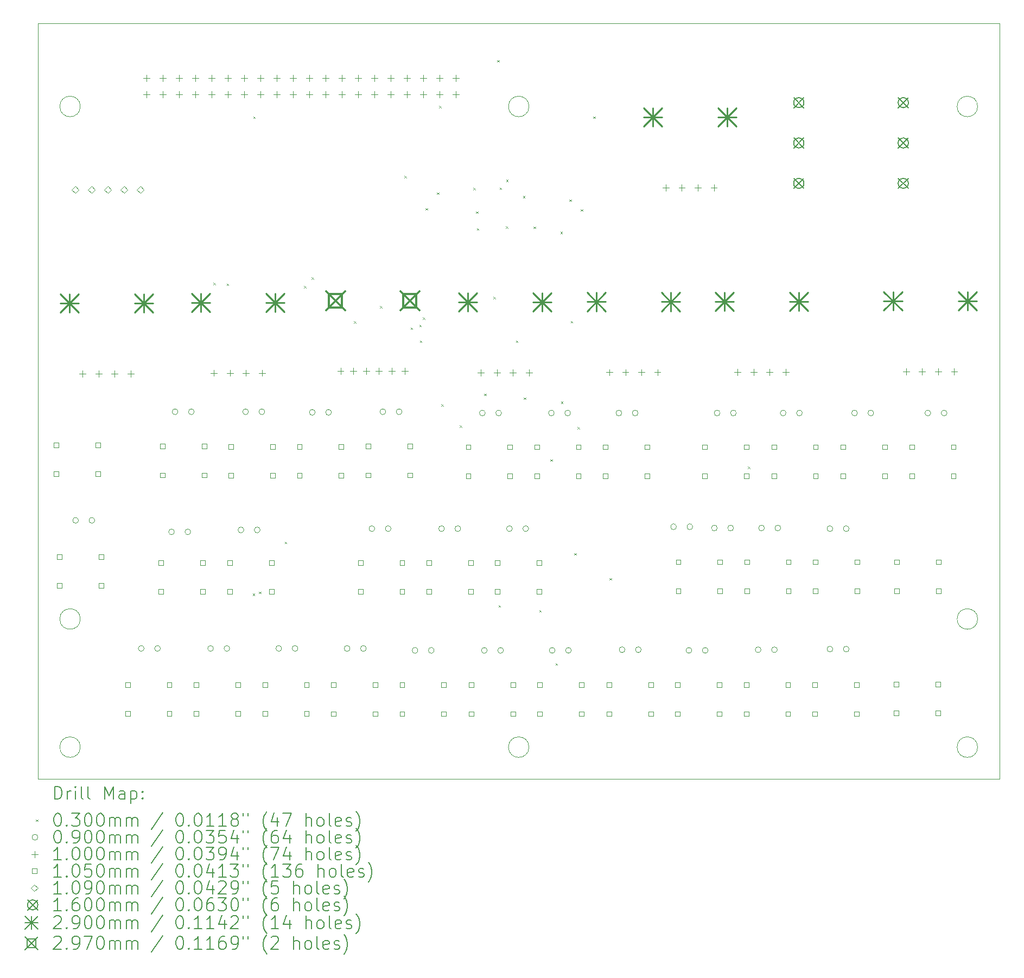
<source format=gbr>
%TF.GenerationSoftware,KiCad,Pcbnew,8.0.2*%
%TF.CreationDate,2024-10-15T19:39:27+09:00*%
%TF.ProjectId,frontPanel,66726f6e-7450-4616-9e65-6c2e6b696361,rev?*%
%TF.SameCoordinates,Original*%
%TF.FileFunction,Drillmap*%
%TF.FilePolarity,Positive*%
%FSLAX45Y45*%
G04 Gerber Fmt 4.5, Leading zero omitted, Abs format (unit mm)*
G04 Created by KiCad (PCBNEW 8.0.2) date 2024-10-15 19:39:27*
%MOMM*%
%LPD*%
G01*
G04 APERTURE LIST*
%ADD10C,0.100000*%
%ADD11C,0.050000*%
%ADD12C,0.200000*%
%ADD13C,0.105000*%
%ADD14C,0.109000*%
%ADD15C,0.160000*%
%ADD16C,0.290000*%
%ADD17C,0.297000*%
G04 APERTURE END LIST*
D10*
X16660000Y-11300000D02*
G75*
G02*
X16340000Y-11300000I-160000J0D01*
G01*
X16340000Y-11300000D02*
G75*
G02*
X16660000Y-11300000I160000J0D01*
G01*
X2660000Y-11300000D02*
G75*
G02*
X2340000Y-11300000I-160000J0D01*
G01*
X2340000Y-11300000D02*
G75*
G02*
X2660000Y-11300000I160000J0D01*
G01*
X2660000Y-13300000D02*
G75*
G02*
X2340000Y-13300000I-160000J0D01*
G01*
X2340000Y-13300000D02*
G75*
G02*
X2660000Y-13300000I160000J0D01*
G01*
X16660000Y-3300000D02*
G75*
G02*
X16340000Y-3300000I-160000J0D01*
G01*
X16340000Y-3300000D02*
G75*
G02*
X16660000Y-3300000I160000J0D01*
G01*
X16660000Y-13300000D02*
G75*
G02*
X16340000Y-13300000I-160000J0D01*
G01*
X16340000Y-13300000D02*
G75*
G02*
X16660000Y-13300000I160000J0D01*
G01*
X9660000Y-3300000D02*
G75*
G02*
X9340000Y-3300000I-160000J0D01*
G01*
X9340000Y-3300000D02*
G75*
G02*
X9660000Y-3300000I160000J0D01*
G01*
X9660000Y-13300000D02*
G75*
G02*
X9340000Y-13300000I-160000J0D01*
G01*
X9340000Y-13300000D02*
G75*
G02*
X9660000Y-13300000I160000J0D01*
G01*
X2660000Y-3300000D02*
G75*
G02*
X2340000Y-3300000I-160000J0D01*
G01*
X2340000Y-3300000D02*
G75*
G02*
X2660000Y-3300000I160000J0D01*
G01*
D11*
X2000000Y-2000000D02*
X17000000Y-2000000D01*
X17000000Y-13800000D01*
X2000000Y-13800000D01*
X2000000Y-2000000D01*
D12*
D10*
X4734230Y-6053520D02*
X4764230Y-6083520D01*
X4764230Y-6053520D02*
X4734230Y-6083520D01*
X4945050Y-6062550D02*
X4975050Y-6092550D01*
X4975050Y-6062550D02*
X4945050Y-6092550D01*
X5349800Y-10900740D02*
X5379800Y-10930740D01*
X5379800Y-10900740D02*
X5349800Y-10930740D01*
X5360100Y-3457490D02*
X5390100Y-3487490D01*
X5390100Y-3457490D02*
X5360100Y-3487490D01*
X5445860Y-10874290D02*
X5475860Y-10904290D01*
X5475860Y-10874290D02*
X5445860Y-10904290D01*
X5848700Y-10095390D02*
X5878700Y-10125390D01*
X5878700Y-10095390D02*
X5848700Y-10125390D01*
X6148490Y-6103560D02*
X6178490Y-6133560D01*
X6178490Y-6103560D02*
X6148490Y-6133560D01*
X6269190Y-5966720D02*
X6299190Y-5996720D01*
X6299190Y-5966720D02*
X6269190Y-5996720D01*
X6931000Y-6653330D02*
X6961000Y-6683330D01*
X6961000Y-6653330D02*
X6931000Y-6683330D01*
X7333610Y-6415320D02*
X7363610Y-6445320D01*
X7363610Y-6415320D02*
X7333610Y-6445320D01*
X7717950Y-4381300D02*
X7747950Y-4411300D01*
X7747950Y-4381300D02*
X7717950Y-4411300D01*
X7815470Y-6750480D02*
X7845470Y-6780480D01*
X7845470Y-6750480D02*
X7815470Y-6780480D01*
X7950690Y-6708510D02*
X7980690Y-6738510D01*
X7980690Y-6708510D02*
X7950690Y-6738510D01*
X7956670Y-6951500D02*
X7986670Y-6981500D01*
X7986670Y-6951500D02*
X7956670Y-6981500D01*
X8003520Y-6591990D02*
X8033520Y-6621990D01*
X8033520Y-6591990D02*
X8003520Y-6621990D01*
X8046480Y-4886210D02*
X8076480Y-4916210D01*
X8076480Y-4886210D02*
X8046480Y-4916210D01*
X8223100Y-4640150D02*
X8253100Y-4670150D01*
X8253100Y-4640150D02*
X8223100Y-4670150D01*
X8257940Y-3289920D02*
X8287940Y-3319920D01*
X8287940Y-3289920D02*
X8257940Y-3319920D01*
X8292620Y-7948950D02*
X8322620Y-7978950D01*
X8322620Y-7948950D02*
X8292620Y-7978950D01*
X8581110Y-8279550D02*
X8611110Y-8309550D01*
X8611110Y-8279550D02*
X8581110Y-8309550D01*
X8792880Y-4568580D02*
X8822880Y-4598580D01*
X8822880Y-4568580D02*
X8792880Y-4598580D01*
X8834490Y-4938860D02*
X8864490Y-4968860D01*
X8864490Y-4938860D02*
X8834490Y-4968860D01*
X8845670Y-5201930D02*
X8875670Y-5231930D01*
X8875670Y-5201930D02*
X8845670Y-5231930D01*
X8959260Y-7782490D02*
X8989260Y-7812490D01*
X8989260Y-7782490D02*
X8959260Y-7812490D01*
X9106710Y-6271370D02*
X9136710Y-6301370D01*
X9136710Y-6271370D02*
X9106710Y-6301370D01*
X9165000Y-2575000D02*
X9195000Y-2605000D01*
X9195000Y-2575000D02*
X9165000Y-2605000D01*
X9186920Y-11084180D02*
X9216920Y-11114180D01*
X9216920Y-11084180D02*
X9186920Y-11114180D01*
X9200860Y-4567360D02*
X9230860Y-4597360D01*
X9230860Y-4567360D02*
X9200860Y-4597360D01*
X9301550Y-5172680D02*
X9331550Y-5202680D01*
X9331550Y-5172680D02*
X9301550Y-5202680D01*
X9304220Y-4440650D02*
X9334220Y-4470650D01*
X9334220Y-4440650D02*
X9304220Y-4470650D01*
X9455290Y-6954990D02*
X9485290Y-6984990D01*
X9485290Y-6954990D02*
X9455290Y-6984990D01*
X9565370Y-4695930D02*
X9595370Y-4725930D01*
X9595370Y-4695930D02*
X9565370Y-4725930D01*
X9578870Y-7843900D02*
X9608870Y-7873900D01*
X9608870Y-7843900D02*
X9578870Y-7873900D01*
X9731050Y-5176380D02*
X9761050Y-5206380D01*
X9761050Y-5176380D02*
X9731050Y-5206380D01*
X9820940Y-11163030D02*
X9850940Y-11193030D01*
X9850940Y-11163030D02*
X9820940Y-11193030D01*
X9995400Y-8808120D02*
X10025400Y-8838120D01*
X10025400Y-8808120D02*
X9995400Y-8838120D01*
X10074030Y-11991520D02*
X10104030Y-12021520D01*
X10104030Y-11991520D02*
X10074030Y-12021520D01*
X10150640Y-5257500D02*
X10180640Y-5287500D01*
X10180640Y-5257500D02*
X10150640Y-5287500D01*
X10158430Y-7905320D02*
X10188430Y-7935320D01*
X10188430Y-7905320D02*
X10158430Y-7935320D01*
X10291960Y-4753330D02*
X10321960Y-4783330D01*
X10321960Y-4753330D02*
X10291960Y-4783330D01*
X10313300Y-6650250D02*
X10343300Y-6680250D01*
X10343300Y-6650250D02*
X10313300Y-6680250D01*
X10368540Y-10273260D02*
X10398540Y-10303260D01*
X10398540Y-10273260D02*
X10368540Y-10303260D01*
X10419760Y-8302700D02*
X10449760Y-8332700D01*
X10449760Y-8302700D02*
X10419760Y-8332700D01*
X10468960Y-4904760D02*
X10498960Y-4934760D01*
X10498960Y-4904760D02*
X10468960Y-4934760D01*
X10665000Y-3455000D02*
X10695000Y-3485000D01*
X10695000Y-3455000D02*
X10665000Y-3485000D01*
X10916760Y-10660180D02*
X10946760Y-10690180D01*
X10946760Y-10660180D02*
X10916760Y-10690180D01*
X13074710Y-8920000D02*
X13104710Y-8950000D01*
X13104710Y-8920000D02*
X13074710Y-8950000D01*
X2631000Y-9760000D02*
G75*
G02*
X2541000Y-9760000I-45000J0D01*
G01*
X2541000Y-9760000D02*
G75*
G02*
X2631000Y-9760000I45000J0D01*
G01*
X2885000Y-9760000D02*
G75*
G02*
X2795000Y-9760000I-45000J0D01*
G01*
X2795000Y-9760000D02*
G75*
G02*
X2885000Y-9760000I45000J0D01*
G01*
X3655000Y-11760000D02*
G75*
G02*
X3565000Y-11760000I-45000J0D01*
G01*
X3565000Y-11760000D02*
G75*
G02*
X3655000Y-11760000I45000J0D01*
G01*
X3909000Y-11760000D02*
G75*
G02*
X3819000Y-11760000I-45000J0D01*
G01*
X3819000Y-11760000D02*
G75*
G02*
X3909000Y-11760000I45000J0D01*
G01*
X4128100Y-9940000D02*
G75*
G02*
X4038100Y-9940000I-45000J0D01*
G01*
X4038100Y-9940000D02*
G75*
G02*
X4128100Y-9940000I45000J0D01*
G01*
X4184100Y-8065000D02*
G75*
G02*
X4094100Y-8065000I-45000J0D01*
G01*
X4094100Y-8065000D02*
G75*
G02*
X4184100Y-8065000I45000J0D01*
G01*
X4382100Y-9940000D02*
G75*
G02*
X4292100Y-9940000I-45000J0D01*
G01*
X4292100Y-9940000D02*
G75*
G02*
X4382100Y-9940000I45000J0D01*
G01*
X4438100Y-8065000D02*
G75*
G02*
X4348100Y-8065000I-45000J0D01*
G01*
X4348100Y-8065000D02*
G75*
G02*
X4438100Y-8065000I45000J0D01*
G01*
X4737500Y-11760000D02*
G75*
G02*
X4647500Y-11760000I-45000J0D01*
G01*
X4647500Y-11760000D02*
G75*
G02*
X4737500Y-11760000I45000J0D01*
G01*
X4991500Y-11760000D02*
G75*
G02*
X4901500Y-11760000I-45000J0D01*
G01*
X4901500Y-11760000D02*
G75*
G02*
X4991500Y-11760000I45000J0D01*
G01*
X5210600Y-9910000D02*
G75*
G02*
X5120600Y-9910000I-45000J0D01*
G01*
X5120600Y-9910000D02*
G75*
G02*
X5210600Y-9910000I45000J0D01*
G01*
X5284100Y-8065000D02*
G75*
G02*
X5194100Y-8065000I-45000J0D01*
G01*
X5194100Y-8065000D02*
G75*
G02*
X5284100Y-8065000I45000J0D01*
G01*
X5464600Y-9910000D02*
G75*
G02*
X5374600Y-9910000I-45000J0D01*
G01*
X5374600Y-9910000D02*
G75*
G02*
X5464600Y-9910000I45000J0D01*
G01*
X5538100Y-8065000D02*
G75*
G02*
X5448100Y-8065000I-45000J0D01*
G01*
X5448100Y-8065000D02*
G75*
G02*
X5538100Y-8065000I45000J0D01*
G01*
X5801000Y-11760000D02*
G75*
G02*
X5711000Y-11760000I-45000J0D01*
G01*
X5711000Y-11760000D02*
G75*
G02*
X5801000Y-11760000I45000J0D01*
G01*
X6055000Y-11760000D02*
G75*
G02*
X5965000Y-11760000I-45000J0D01*
G01*
X5965000Y-11760000D02*
G75*
G02*
X6055000Y-11760000I45000J0D01*
G01*
X6324100Y-8075000D02*
G75*
G02*
X6234100Y-8075000I-45000J0D01*
G01*
X6234100Y-8075000D02*
G75*
G02*
X6324100Y-8075000I45000J0D01*
G01*
X6578100Y-8075000D02*
G75*
G02*
X6488100Y-8075000I-45000J0D01*
G01*
X6488100Y-8075000D02*
G75*
G02*
X6578100Y-8075000I45000J0D01*
G01*
X6867500Y-11760000D02*
G75*
G02*
X6777500Y-11760000I-45000J0D01*
G01*
X6777500Y-11760000D02*
G75*
G02*
X6867500Y-11760000I45000J0D01*
G01*
X7121500Y-11760000D02*
G75*
G02*
X7031500Y-11760000I-45000J0D01*
G01*
X7031500Y-11760000D02*
G75*
G02*
X7121500Y-11760000I45000J0D01*
G01*
X7254100Y-9890000D02*
G75*
G02*
X7164100Y-9890000I-45000J0D01*
G01*
X7164100Y-9890000D02*
G75*
G02*
X7254100Y-9890000I45000J0D01*
G01*
X7424100Y-8065000D02*
G75*
G02*
X7334100Y-8065000I-45000J0D01*
G01*
X7334100Y-8065000D02*
G75*
G02*
X7424100Y-8065000I45000J0D01*
G01*
X7508100Y-9890000D02*
G75*
G02*
X7418100Y-9890000I-45000J0D01*
G01*
X7418100Y-9890000D02*
G75*
G02*
X7508100Y-9890000I45000J0D01*
G01*
X7678100Y-8065000D02*
G75*
G02*
X7588100Y-8065000I-45000J0D01*
G01*
X7588100Y-8065000D02*
G75*
G02*
X7678100Y-8065000I45000J0D01*
G01*
X7927500Y-11790000D02*
G75*
G02*
X7837500Y-11790000I-45000J0D01*
G01*
X7837500Y-11790000D02*
G75*
G02*
X7927500Y-11790000I45000J0D01*
G01*
X8181500Y-11790000D02*
G75*
G02*
X8091500Y-11790000I-45000J0D01*
G01*
X8091500Y-11790000D02*
G75*
G02*
X8181500Y-11790000I45000J0D01*
G01*
X8340600Y-9890000D02*
G75*
G02*
X8250600Y-9890000I-45000J0D01*
G01*
X8250600Y-9890000D02*
G75*
G02*
X8340600Y-9890000I45000J0D01*
G01*
X8594600Y-9890000D02*
G75*
G02*
X8504600Y-9890000I-45000J0D01*
G01*
X8504600Y-9890000D02*
G75*
G02*
X8594600Y-9890000I45000J0D01*
G01*
X8978100Y-8085000D02*
G75*
G02*
X8888100Y-8085000I-45000J0D01*
G01*
X8888100Y-8085000D02*
G75*
G02*
X8978100Y-8085000I45000J0D01*
G01*
X9007500Y-11790000D02*
G75*
G02*
X8917500Y-11790000I-45000J0D01*
G01*
X8917500Y-11790000D02*
G75*
G02*
X9007500Y-11790000I45000J0D01*
G01*
X9232100Y-8085000D02*
G75*
G02*
X9142100Y-8085000I-45000J0D01*
G01*
X9142100Y-8085000D02*
G75*
G02*
X9232100Y-8085000I45000J0D01*
G01*
X9261500Y-11790000D02*
G75*
G02*
X9171500Y-11790000I-45000J0D01*
G01*
X9171500Y-11790000D02*
G75*
G02*
X9261500Y-11790000I45000J0D01*
G01*
X9400600Y-9890000D02*
G75*
G02*
X9310600Y-9890000I-45000J0D01*
G01*
X9310600Y-9890000D02*
G75*
G02*
X9400600Y-9890000I45000J0D01*
G01*
X9654600Y-9890000D02*
G75*
G02*
X9564600Y-9890000I-45000J0D01*
G01*
X9564600Y-9890000D02*
G75*
G02*
X9654600Y-9890000I45000J0D01*
G01*
X10054600Y-8085000D02*
G75*
G02*
X9964600Y-8085000I-45000J0D01*
G01*
X9964600Y-8085000D02*
G75*
G02*
X10054600Y-8085000I45000J0D01*
G01*
X10067500Y-11790000D02*
G75*
G02*
X9977500Y-11790000I-45000J0D01*
G01*
X9977500Y-11790000D02*
G75*
G02*
X10067500Y-11790000I45000J0D01*
G01*
X10308600Y-8085000D02*
G75*
G02*
X10218600Y-8085000I-45000J0D01*
G01*
X10218600Y-8085000D02*
G75*
G02*
X10308600Y-8085000I45000J0D01*
G01*
X10321500Y-11790000D02*
G75*
G02*
X10231500Y-11790000I-45000J0D01*
G01*
X10231500Y-11790000D02*
G75*
G02*
X10321500Y-11790000I45000J0D01*
G01*
X11108100Y-8085000D02*
G75*
G02*
X11018100Y-8085000I-45000J0D01*
G01*
X11018100Y-8085000D02*
G75*
G02*
X11108100Y-8085000I45000J0D01*
G01*
X11157500Y-11780000D02*
G75*
G02*
X11067500Y-11780000I-45000J0D01*
G01*
X11067500Y-11780000D02*
G75*
G02*
X11157500Y-11780000I45000J0D01*
G01*
X11362100Y-8085000D02*
G75*
G02*
X11272100Y-8085000I-45000J0D01*
G01*
X11272100Y-8085000D02*
G75*
G02*
X11362100Y-8085000I45000J0D01*
G01*
X11411500Y-11780000D02*
G75*
G02*
X11321500Y-11780000I-45000J0D01*
G01*
X11321500Y-11780000D02*
G75*
G02*
X11411500Y-11780000I45000J0D01*
G01*
X11960600Y-9860000D02*
G75*
G02*
X11870600Y-9860000I-45000J0D01*
G01*
X11870600Y-9860000D02*
G75*
G02*
X11960600Y-9860000I45000J0D01*
G01*
X12201000Y-11790000D02*
G75*
G02*
X12111000Y-11790000I-45000J0D01*
G01*
X12111000Y-11790000D02*
G75*
G02*
X12201000Y-11790000I45000J0D01*
G01*
X12214600Y-9860000D02*
G75*
G02*
X12124600Y-9860000I-45000J0D01*
G01*
X12124600Y-9860000D02*
G75*
G02*
X12214600Y-9860000I45000J0D01*
G01*
X12455000Y-11790000D02*
G75*
G02*
X12365000Y-11790000I-45000J0D01*
G01*
X12365000Y-11790000D02*
G75*
G02*
X12455000Y-11790000I45000J0D01*
G01*
X12598100Y-9880000D02*
G75*
G02*
X12508100Y-9880000I-45000J0D01*
G01*
X12508100Y-9880000D02*
G75*
G02*
X12598100Y-9880000I45000J0D01*
G01*
X12640600Y-8085000D02*
G75*
G02*
X12550600Y-8085000I-45000J0D01*
G01*
X12550600Y-8085000D02*
G75*
G02*
X12640600Y-8085000I45000J0D01*
G01*
X12852100Y-9880000D02*
G75*
G02*
X12762100Y-9880000I-45000J0D01*
G01*
X12762100Y-9880000D02*
G75*
G02*
X12852100Y-9880000I45000J0D01*
G01*
X12894600Y-8085000D02*
G75*
G02*
X12804600Y-8085000I-45000J0D01*
G01*
X12804600Y-8085000D02*
G75*
G02*
X12894600Y-8085000I45000J0D01*
G01*
X13281000Y-11780000D02*
G75*
G02*
X13191000Y-11780000I-45000J0D01*
G01*
X13191000Y-11780000D02*
G75*
G02*
X13281000Y-11780000I45000J0D01*
G01*
X13334100Y-9880000D02*
G75*
G02*
X13244100Y-9880000I-45000J0D01*
G01*
X13244100Y-9880000D02*
G75*
G02*
X13334100Y-9880000I45000J0D01*
G01*
X13535000Y-11780000D02*
G75*
G02*
X13445000Y-11780000I-45000J0D01*
G01*
X13445000Y-11780000D02*
G75*
G02*
X13535000Y-11780000I45000J0D01*
G01*
X13588100Y-9880000D02*
G75*
G02*
X13498100Y-9880000I-45000J0D01*
G01*
X13498100Y-9880000D02*
G75*
G02*
X13588100Y-9880000I45000J0D01*
G01*
X13670600Y-8085000D02*
G75*
G02*
X13580600Y-8085000I-45000J0D01*
G01*
X13580600Y-8085000D02*
G75*
G02*
X13670600Y-8085000I45000J0D01*
G01*
X13924600Y-8085000D02*
G75*
G02*
X13834600Y-8085000I-45000J0D01*
G01*
X13834600Y-8085000D02*
G75*
G02*
X13924600Y-8085000I45000J0D01*
G01*
X14400600Y-9890000D02*
G75*
G02*
X14310600Y-9890000I-45000J0D01*
G01*
X14310600Y-9890000D02*
G75*
G02*
X14400600Y-9890000I45000J0D01*
G01*
X14401000Y-11770000D02*
G75*
G02*
X14311000Y-11770000I-45000J0D01*
G01*
X14311000Y-11770000D02*
G75*
G02*
X14401000Y-11770000I45000J0D01*
G01*
X14654600Y-9890000D02*
G75*
G02*
X14564600Y-9890000I-45000J0D01*
G01*
X14564600Y-9890000D02*
G75*
G02*
X14654600Y-9890000I45000J0D01*
G01*
X14655000Y-11770000D02*
G75*
G02*
X14565000Y-11770000I-45000J0D01*
G01*
X14565000Y-11770000D02*
G75*
G02*
X14655000Y-11770000I45000J0D01*
G01*
X14784100Y-8085000D02*
G75*
G02*
X14694100Y-8085000I-45000J0D01*
G01*
X14694100Y-8085000D02*
G75*
G02*
X14784100Y-8085000I45000J0D01*
G01*
X15038100Y-8085000D02*
G75*
G02*
X14948100Y-8085000I-45000J0D01*
G01*
X14948100Y-8085000D02*
G75*
G02*
X15038100Y-8085000I45000J0D01*
G01*
X15928100Y-8085000D02*
G75*
G02*
X15838100Y-8085000I-45000J0D01*
G01*
X15838100Y-8085000D02*
G75*
G02*
X15928100Y-8085000I45000J0D01*
G01*
X16182100Y-8085000D02*
G75*
G02*
X16092100Y-8085000I-45000J0D01*
G01*
X16092100Y-8085000D02*
G75*
G02*
X16182100Y-8085000I45000J0D01*
G01*
X2695000Y-7420000D02*
X2695000Y-7520000D01*
X2645000Y-7470000D02*
X2745000Y-7470000D01*
X2945000Y-7420000D02*
X2945000Y-7520000D01*
X2895000Y-7470000D02*
X2995000Y-7470000D01*
X3195000Y-7420000D02*
X3195000Y-7520000D01*
X3145000Y-7470000D02*
X3245000Y-7470000D01*
X3445000Y-7420000D02*
X3445000Y-7520000D01*
X3395000Y-7470000D02*
X3495000Y-7470000D01*
X3694000Y-2806000D02*
X3694000Y-2906000D01*
X3644000Y-2856000D02*
X3744000Y-2856000D01*
X3694000Y-3060000D02*
X3694000Y-3160000D01*
X3644000Y-3110000D02*
X3744000Y-3110000D01*
X3948000Y-2806000D02*
X3948000Y-2906000D01*
X3898000Y-2856000D02*
X3998000Y-2856000D01*
X3948000Y-3060000D02*
X3948000Y-3160000D01*
X3898000Y-3110000D02*
X3998000Y-3110000D01*
X4202000Y-2806000D02*
X4202000Y-2906000D01*
X4152000Y-2856000D02*
X4252000Y-2856000D01*
X4202000Y-3060000D02*
X4202000Y-3160000D01*
X4152000Y-3110000D02*
X4252000Y-3110000D01*
X4456000Y-2806000D02*
X4456000Y-2906000D01*
X4406000Y-2856000D02*
X4506000Y-2856000D01*
X4456000Y-3060000D02*
X4456000Y-3160000D01*
X4406000Y-3110000D02*
X4506000Y-3110000D01*
X4710000Y-2806000D02*
X4710000Y-2906000D01*
X4660000Y-2856000D02*
X4760000Y-2856000D01*
X4710000Y-3060000D02*
X4710000Y-3160000D01*
X4660000Y-3110000D02*
X4760000Y-3110000D01*
X4745000Y-7410000D02*
X4745000Y-7510000D01*
X4695000Y-7460000D02*
X4795000Y-7460000D01*
X4964000Y-2806000D02*
X4964000Y-2906000D01*
X4914000Y-2856000D02*
X5014000Y-2856000D01*
X4964000Y-3060000D02*
X4964000Y-3160000D01*
X4914000Y-3110000D02*
X5014000Y-3110000D01*
X4995000Y-7410000D02*
X4995000Y-7510000D01*
X4945000Y-7460000D02*
X5045000Y-7460000D01*
X5218000Y-2806000D02*
X5218000Y-2906000D01*
X5168000Y-2856000D02*
X5268000Y-2856000D01*
X5218000Y-3060000D02*
X5218000Y-3160000D01*
X5168000Y-3110000D02*
X5268000Y-3110000D01*
X5245000Y-7410000D02*
X5245000Y-7510000D01*
X5195000Y-7460000D02*
X5295000Y-7460000D01*
X5472000Y-2806000D02*
X5472000Y-2906000D01*
X5422000Y-2856000D02*
X5522000Y-2856000D01*
X5472000Y-3060000D02*
X5472000Y-3160000D01*
X5422000Y-3110000D02*
X5522000Y-3110000D01*
X5495000Y-7410000D02*
X5495000Y-7510000D01*
X5445000Y-7460000D02*
X5545000Y-7460000D01*
X5726000Y-2806000D02*
X5726000Y-2906000D01*
X5676000Y-2856000D02*
X5776000Y-2856000D01*
X5726000Y-3060000D02*
X5726000Y-3160000D01*
X5676000Y-3110000D02*
X5776000Y-3110000D01*
X5980000Y-2806000D02*
X5980000Y-2906000D01*
X5930000Y-2856000D02*
X6030000Y-2856000D01*
X5980000Y-3060000D02*
X5980000Y-3160000D01*
X5930000Y-3110000D02*
X6030000Y-3110000D01*
X6234000Y-2806000D02*
X6234000Y-2906000D01*
X6184000Y-2856000D02*
X6284000Y-2856000D01*
X6234000Y-3060000D02*
X6234000Y-3160000D01*
X6184000Y-3110000D02*
X6284000Y-3110000D01*
X6488000Y-2806000D02*
X6488000Y-2906000D01*
X6438000Y-2856000D02*
X6538000Y-2856000D01*
X6488000Y-3060000D02*
X6488000Y-3160000D01*
X6438000Y-3110000D02*
X6538000Y-3110000D01*
X6720000Y-7380000D02*
X6720000Y-7480000D01*
X6670000Y-7430000D02*
X6770000Y-7430000D01*
X6742000Y-2806000D02*
X6742000Y-2906000D01*
X6692000Y-2856000D02*
X6792000Y-2856000D01*
X6742000Y-3060000D02*
X6742000Y-3160000D01*
X6692000Y-3110000D02*
X6792000Y-3110000D01*
X6920000Y-7380000D02*
X6920000Y-7480000D01*
X6870000Y-7430000D02*
X6970000Y-7430000D01*
X6996000Y-2806000D02*
X6996000Y-2906000D01*
X6946000Y-2856000D02*
X7046000Y-2856000D01*
X6996000Y-3060000D02*
X6996000Y-3160000D01*
X6946000Y-3110000D02*
X7046000Y-3110000D01*
X7120000Y-7380000D02*
X7120000Y-7480000D01*
X7070000Y-7430000D02*
X7170000Y-7430000D01*
X7250000Y-2806000D02*
X7250000Y-2906000D01*
X7200000Y-2856000D02*
X7300000Y-2856000D01*
X7250000Y-3060000D02*
X7250000Y-3160000D01*
X7200000Y-3110000D02*
X7300000Y-3110000D01*
X7320000Y-7380000D02*
X7320000Y-7480000D01*
X7270000Y-7430000D02*
X7370000Y-7430000D01*
X7504000Y-2806000D02*
X7504000Y-2906000D01*
X7454000Y-2856000D02*
X7554000Y-2856000D01*
X7504000Y-3060000D02*
X7504000Y-3160000D01*
X7454000Y-3110000D02*
X7554000Y-3110000D01*
X7520000Y-7380000D02*
X7520000Y-7480000D01*
X7470000Y-7430000D02*
X7570000Y-7430000D01*
X7720000Y-7380000D02*
X7720000Y-7480000D01*
X7670000Y-7430000D02*
X7770000Y-7430000D01*
X7758000Y-2806000D02*
X7758000Y-2906000D01*
X7708000Y-2856000D02*
X7808000Y-2856000D01*
X7758000Y-3060000D02*
X7758000Y-3160000D01*
X7708000Y-3110000D02*
X7808000Y-3110000D01*
X8012000Y-2806000D02*
X8012000Y-2906000D01*
X7962000Y-2856000D02*
X8062000Y-2856000D01*
X8012000Y-3060000D02*
X8012000Y-3160000D01*
X7962000Y-3110000D02*
X8062000Y-3110000D01*
X8266000Y-2806000D02*
X8266000Y-2906000D01*
X8216000Y-2856000D02*
X8316000Y-2856000D01*
X8266000Y-3060000D02*
X8266000Y-3160000D01*
X8216000Y-3110000D02*
X8316000Y-3110000D01*
X8520000Y-2806000D02*
X8520000Y-2906000D01*
X8470000Y-2856000D02*
X8570000Y-2856000D01*
X8520000Y-3060000D02*
X8520000Y-3160000D01*
X8470000Y-3110000D02*
X8570000Y-3110000D01*
X8910000Y-7407500D02*
X8910000Y-7507500D01*
X8860000Y-7457500D02*
X8960000Y-7457500D01*
X9160000Y-7407500D02*
X9160000Y-7507500D01*
X9110000Y-7457500D02*
X9210000Y-7457500D01*
X9410000Y-7407500D02*
X9410000Y-7507500D01*
X9360000Y-7457500D02*
X9460000Y-7457500D01*
X9660000Y-7407500D02*
X9660000Y-7507500D01*
X9610000Y-7457500D02*
X9710000Y-7457500D01*
X10915000Y-7400000D02*
X10915000Y-7500000D01*
X10865000Y-7450000D02*
X10965000Y-7450000D01*
X11165000Y-7400000D02*
X11165000Y-7500000D01*
X11115000Y-7450000D02*
X11215000Y-7450000D01*
X11415000Y-7400000D02*
X11415000Y-7500000D01*
X11365000Y-7450000D02*
X11465000Y-7450000D01*
X11665000Y-7400000D02*
X11665000Y-7500000D01*
X11615000Y-7450000D02*
X11715000Y-7450000D01*
X11795000Y-4520000D02*
X11795000Y-4620000D01*
X11745000Y-4570000D02*
X11845000Y-4570000D01*
X12045000Y-4520000D02*
X12045000Y-4620000D01*
X11995000Y-4570000D02*
X12095000Y-4570000D01*
X12295000Y-4520000D02*
X12295000Y-4620000D01*
X12245000Y-4570000D02*
X12345000Y-4570000D01*
X12545000Y-4520000D02*
X12545000Y-4620000D01*
X12495000Y-4570000D02*
X12595000Y-4570000D01*
X12915000Y-7397500D02*
X12915000Y-7497500D01*
X12865000Y-7447500D02*
X12965000Y-7447500D01*
X13165000Y-7397500D02*
X13165000Y-7497500D01*
X13115000Y-7447500D02*
X13215000Y-7447500D01*
X13415000Y-7397500D02*
X13415000Y-7497500D01*
X13365000Y-7447500D02*
X13465000Y-7447500D01*
X13665000Y-7397500D02*
X13665000Y-7497500D01*
X13615000Y-7447500D02*
X13715000Y-7447500D01*
X15545000Y-7390000D02*
X15545000Y-7490000D01*
X15495000Y-7440000D02*
X15595000Y-7440000D01*
X15795000Y-7390000D02*
X15795000Y-7490000D01*
X15745000Y-7440000D02*
X15845000Y-7440000D01*
X16045000Y-7390000D02*
X16045000Y-7490000D01*
X15995000Y-7440000D02*
X16095000Y-7440000D01*
X16295000Y-7390000D02*
X16295000Y-7490000D01*
X16245000Y-7440000D02*
X16345000Y-7440000D01*
D13*
X2320224Y-8622124D02*
X2320224Y-8547877D01*
X2245977Y-8547877D01*
X2245977Y-8622124D01*
X2320224Y-8622124D01*
X2320224Y-9072124D02*
X2320224Y-8997877D01*
X2245977Y-8997877D01*
X2245977Y-9072124D01*
X2320224Y-9072124D01*
X2370624Y-10367124D02*
X2370624Y-10292877D01*
X2296377Y-10292877D01*
X2296377Y-10367124D01*
X2370624Y-10367124D01*
X2370624Y-10817124D02*
X2370624Y-10742877D01*
X2296377Y-10742877D01*
X2296377Y-10817124D01*
X2370624Y-10817124D01*
X2970223Y-8622124D02*
X2970223Y-8547877D01*
X2895976Y-8547877D01*
X2895976Y-8622124D01*
X2970223Y-8622124D01*
X2970223Y-9072124D02*
X2970223Y-8997877D01*
X2895976Y-8997877D01*
X2895976Y-9072124D01*
X2970223Y-9072124D01*
X3020623Y-10367124D02*
X3020623Y-10292877D01*
X2946376Y-10292877D01*
X2946376Y-10367124D01*
X3020623Y-10367124D01*
X3020623Y-10817124D02*
X3020623Y-10742877D01*
X2946376Y-10742877D01*
X2946376Y-10817124D01*
X3020623Y-10817124D01*
X3435123Y-12366123D02*
X3435123Y-12291876D01*
X3360876Y-12291876D01*
X3360876Y-12366123D01*
X3435123Y-12366123D01*
X3435123Y-12816123D02*
X3435123Y-12741876D01*
X3360876Y-12741876D01*
X3360876Y-12816123D01*
X3435123Y-12816123D01*
X3957123Y-10457124D02*
X3957123Y-10382877D01*
X3882876Y-10382877D01*
X3882876Y-10457124D01*
X3957123Y-10457124D01*
X3957123Y-10907124D02*
X3957123Y-10832877D01*
X3882876Y-10832877D01*
X3882876Y-10907124D01*
X3957123Y-10907124D01*
X3980223Y-8642124D02*
X3980223Y-8567877D01*
X3905976Y-8567877D01*
X3905976Y-8642124D01*
X3980223Y-8642124D01*
X3980223Y-9092124D02*
X3980223Y-9017877D01*
X3905976Y-9017877D01*
X3905976Y-9092124D01*
X3980223Y-9092124D01*
X4085123Y-12366123D02*
X4085123Y-12291876D01*
X4010876Y-12291876D01*
X4010876Y-12366123D01*
X4085123Y-12366123D01*
X4085123Y-12816123D02*
X4085123Y-12741876D01*
X4010876Y-12741876D01*
X4010876Y-12816123D01*
X4085123Y-12816123D01*
X4507124Y-12366123D02*
X4507124Y-12291876D01*
X4432877Y-12291876D01*
X4432877Y-12366123D01*
X4507124Y-12366123D01*
X4507124Y-12816123D02*
X4507124Y-12741876D01*
X4432877Y-12741876D01*
X4432877Y-12816123D01*
X4507124Y-12816123D01*
X4607124Y-10457124D02*
X4607124Y-10382877D01*
X4532877Y-10382877D01*
X4532877Y-10457124D01*
X4607124Y-10457124D01*
X4607124Y-10907124D02*
X4607124Y-10832877D01*
X4532877Y-10832877D01*
X4532877Y-10907124D01*
X4607124Y-10907124D01*
X4630224Y-8642124D02*
X4630224Y-8567877D01*
X4555977Y-8567877D01*
X4555977Y-8642124D01*
X4630224Y-8642124D01*
X4630224Y-9092124D02*
X4630224Y-9017877D01*
X4555977Y-9017877D01*
X4555977Y-9092124D01*
X4630224Y-9092124D01*
X5030224Y-10457124D02*
X5030224Y-10382877D01*
X4955977Y-10382877D01*
X4955977Y-10457124D01*
X5030224Y-10457124D01*
X5030224Y-10907124D02*
X5030224Y-10832877D01*
X4955977Y-10832877D01*
X4955977Y-10907124D01*
X5030224Y-10907124D01*
X5047124Y-8647124D02*
X5047124Y-8572877D01*
X4972877Y-8572877D01*
X4972877Y-8647124D01*
X5047124Y-8647124D01*
X5047124Y-9097124D02*
X5047124Y-9022877D01*
X4972877Y-9022877D01*
X4972877Y-9097124D01*
X5047124Y-9097124D01*
X5157124Y-12366123D02*
X5157124Y-12291876D01*
X5082877Y-12291876D01*
X5082877Y-12366123D01*
X5157124Y-12366123D01*
X5157124Y-12816123D02*
X5157124Y-12741876D01*
X5082877Y-12741876D01*
X5082877Y-12816123D01*
X5157124Y-12816123D01*
X5577124Y-12366123D02*
X5577124Y-12291876D01*
X5502877Y-12291876D01*
X5502877Y-12366123D01*
X5577124Y-12366123D01*
X5577124Y-12816123D02*
X5577124Y-12741876D01*
X5502877Y-12741876D01*
X5502877Y-12816123D01*
X5577124Y-12816123D01*
X5680223Y-10457124D02*
X5680223Y-10382877D01*
X5605976Y-10382877D01*
X5605976Y-10457124D01*
X5680223Y-10457124D01*
X5680223Y-10907124D02*
X5680223Y-10832877D01*
X5605976Y-10832877D01*
X5605976Y-10907124D01*
X5680223Y-10907124D01*
X5697123Y-8647124D02*
X5697123Y-8572877D01*
X5622876Y-8572877D01*
X5622876Y-8647124D01*
X5697123Y-8647124D01*
X5697123Y-9097124D02*
X5697123Y-9022877D01*
X5622876Y-9022877D01*
X5622876Y-9097124D01*
X5697123Y-9097124D01*
X6117123Y-8647124D02*
X6117123Y-8572877D01*
X6042876Y-8572877D01*
X6042876Y-8647124D01*
X6117123Y-8647124D01*
X6117123Y-9097124D02*
X6117123Y-9022877D01*
X6042876Y-9022877D01*
X6042876Y-9097124D01*
X6117123Y-9097124D01*
X6227123Y-12366123D02*
X6227123Y-12291876D01*
X6152876Y-12291876D01*
X6152876Y-12366123D01*
X6227123Y-12366123D01*
X6227123Y-12816123D02*
X6227123Y-12741876D01*
X6152876Y-12741876D01*
X6152876Y-12816123D01*
X6227123Y-12816123D01*
X6647123Y-12367123D02*
X6647123Y-12292876D01*
X6572876Y-12292876D01*
X6572876Y-12367123D01*
X6647123Y-12367123D01*
X6647123Y-12817123D02*
X6647123Y-12742876D01*
X6572876Y-12742876D01*
X6572876Y-12817123D01*
X6647123Y-12817123D01*
X6767123Y-8647124D02*
X6767123Y-8572877D01*
X6692876Y-8572877D01*
X6692876Y-8647124D01*
X6767123Y-8647124D01*
X6767123Y-9097124D02*
X6767123Y-9022877D01*
X6692876Y-9022877D01*
X6692876Y-9097124D01*
X6767123Y-9097124D01*
X7067123Y-10457124D02*
X7067123Y-10382877D01*
X6992876Y-10382877D01*
X6992876Y-10457124D01*
X7067123Y-10457124D01*
X7067123Y-10907124D02*
X7067123Y-10832877D01*
X6992876Y-10832877D01*
X6992876Y-10907124D01*
X7067123Y-10907124D01*
X7190223Y-8642124D02*
X7190223Y-8567877D01*
X7115976Y-8567877D01*
X7115976Y-8642124D01*
X7190223Y-8642124D01*
X7190223Y-9092124D02*
X7190223Y-9017877D01*
X7115976Y-9017877D01*
X7115976Y-9092124D01*
X7190223Y-9092124D01*
X7297123Y-12367123D02*
X7297123Y-12292876D01*
X7222876Y-12292876D01*
X7222876Y-12367123D01*
X7297123Y-12367123D01*
X7297123Y-12817123D02*
X7297123Y-12742876D01*
X7222876Y-12742876D01*
X7222876Y-12817123D01*
X7297123Y-12817123D01*
X7717123Y-10457124D02*
X7717123Y-10382877D01*
X7642876Y-10382877D01*
X7642876Y-10457124D01*
X7717123Y-10457124D01*
X7717123Y-10907124D02*
X7717123Y-10832877D01*
X7642876Y-10832877D01*
X7642876Y-10907124D01*
X7717123Y-10907124D01*
X7717123Y-12367123D02*
X7717123Y-12292876D01*
X7642876Y-12292876D01*
X7642876Y-12367123D01*
X7717123Y-12367123D01*
X7717123Y-12817123D02*
X7717123Y-12742876D01*
X7642876Y-12742876D01*
X7642876Y-12817123D01*
X7717123Y-12817123D01*
X7840223Y-8642124D02*
X7840223Y-8567877D01*
X7765976Y-8567877D01*
X7765976Y-8642124D01*
X7840223Y-8642124D01*
X7840223Y-9092124D02*
X7840223Y-9017877D01*
X7765976Y-9017877D01*
X7765976Y-9092124D01*
X7840223Y-9092124D01*
X8137123Y-10457124D02*
X8137123Y-10382877D01*
X8062876Y-10382877D01*
X8062876Y-10457124D01*
X8137123Y-10457124D01*
X8137123Y-10907124D02*
X8137123Y-10832877D01*
X8062876Y-10832877D01*
X8062876Y-10907124D01*
X8137123Y-10907124D01*
X8367123Y-12367123D02*
X8367123Y-12292876D01*
X8292876Y-12292876D01*
X8292876Y-12367123D01*
X8367123Y-12367123D01*
X8367123Y-12817123D02*
X8367123Y-12742876D01*
X8292876Y-12742876D01*
X8292876Y-12817123D01*
X8367123Y-12817123D01*
X8750224Y-8652124D02*
X8750224Y-8577877D01*
X8675977Y-8577877D01*
X8675977Y-8652124D01*
X8750224Y-8652124D01*
X8750224Y-9102124D02*
X8750224Y-9027877D01*
X8675977Y-9027877D01*
X8675977Y-9102124D01*
X8750224Y-9102124D01*
X8787124Y-10457124D02*
X8787124Y-10382877D01*
X8712877Y-10382877D01*
X8712877Y-10457124D01*
X8787124Y-10457124D01*
X8787124Y-10907124D02*
X8787124Y-10832877D01*
X8712877Y-10832877D01*
X8712877Y-10907124D01*
X8787124Y-10907124D01*
X8797124Y-12367123D02*
X8797124Y-12292876D01*
X8722877Y-12292876D01*
X8722877Y-12367123D01*
X8797124Y-12367123D01*
X8797124Y-12817123D02*
X8797124Y-12742876D01*
X8722877Y-12742876D01*
X8722877Y-12817123D01*
X8797124Y-12817123D01*
X9207124Y-10457124D02*
X9207124Y-10382877D01*
X9132877Y-10382877D01*
X9132877Y-10457124D01*
X9207124Y-10457124D01*
X9207124Y-10907124D02*
X9207124Y-10832877D01*
X9132877Y-10832877D01*
X9132877Y-10907124D01*
X9207124Y-10907124D01*
X9400224Y-8652124D02*
X9400224Y-8577877D01*
X9325977Y-8577877D01*
X9325977Y-8652124D01*
X9400224Y-8652124D01*
X9400224Y-9102124D02*
X9400224Y-9027877D01*
X9325977Y-9027877D01*
X9325977Y-9102124D01*
X9400224Y-9102124D01*
X9447124Y-12367123D02*
X9447124Y-12292876D01*
X9372877Y-12292876D01*
X9372877Y-12367123D01*
X9447124Y-12367123D01*
X9447124Y-12817123D02*
X9447124Y-12742876D01*
X9372877Y-12742876D01*
X9372877Y-12817123D01*
X9447124Y-12817123D01*
X9820224Y-8652124D02*
X9820224Y-8577877D01*
X9745977Y-8577877D01*
X9745977Y-8652124D01*
X9820224Y-8652124D01*
X9820224Y-9102124D02*
X9820224Y-9027877D01*
X9745977Y-9027877D01*
X9745977Y-9102124D01*
X9820224Y-9102124D01*
X9857124Y-10457124D02*
X9857124Y-10382877D01*
X9782877Y-10382877D01*
X9782877Y-10457124D01*
X9857124Y-10457124D01*
X9857124Y-10907124D02*
X9857124Y-10832877D01*
X9782877Y-10832877D01*
X9782877Y-10907124D01*
X9857124Y-10907124D01*
X9867124Y-12367123D02*
X9867124Y-12292876D01*
X9792877Y-12292876D01*
X9792877Y-12367123D01*
X9867124Y-12367123D01*
X9867124Y-12817123D02*
X9867124Y-12742876D01*
X9792877Y-12742876D01*
X9792877Y-12817123D01*
X9867124Y-12817123D01*
X10470224Y-8652124D02*
X10470224Y-8577877D01*
X10395977Y-8577877D01*
X10395977Y-8652124D01*
X10470224Y-8652124D01*
X10470224Y-9102124D02*
X10470224Y-9027877D01*
X10395977Y-9027877D01*
X10395977Y-9102124D01*
X10470224Y-9102124D01*
X10517124Y-12367123D02*
X10517124Y-12292876D01*
X10442877Y-12292876D01*
X10442877Y-12367123D01*
X10517124Y-12367123D01*
X10517124Y-12817123D02*
X10517124Y-12742876D01*
X10442877Y-12742876D01*
X10442877Y-12817123D01*
X10517124Y-12817123D01*
X10890224Y-8652124D02*
X10890224Y-8577877D01*
X10815977Y-8577877D01*
X10815977Y-8652124D01*
X10890224Y-8652124D01*
X10890224Y-9102124D02*
X10890224Y-9027877D01*
X10815977Y-9027877D01*
X10815977Y-9102124D01*
X10890224Y-9102124D01*
X10947124Y-12367123D02*
X10947124Y-12292876D01*
X10872877Y-12292876D01*
X10872877Y-12367123D01*
X10947124Y-12367123D01*
X10947124Y-12817123D02*
X10947124Y-12742876D01*
X10872877Y-12742876D01*
X10872877Y-12817123D01*
X10947124Y-12817123D01*
X11540223Y-8652124D02*
X11540223Y-8577877D01*
X11465976Y-8577877D01*
X11465976Y-8652124D01*
X11540223Y-8652124D01*
X11540223Y-9102124D02*
X11540223Y-9027877D01*
X11465976Y-9027877D01*
X11465976Y-9102124D01*
X11540223Y-9102124D01*
X11597123Y-12367123D02*
X11597123Y-12292876D01*
X11522876Y-12292876D01*
X11522876Y-12367123D01*
X11597123Y-12367123D01*
X11597123Y-12817123D02*
X11597123Y-12742876D01*
X11522876Y-12742876D01*
X11522876Y-12817123D01*
X11597123Y-12817123D01*
X12017123Y-12367123D02*
X12017123Y-12292876D01*
X11942876Y-12292876D01*
X11942876Y-12367123D01*
X12017123Y-12367123D01*
X12017123Y-12817123D02*
X12017123Y-12742876D01*
X11942876Y-12742876D01*
X11942876Y-12817123D01*
X12017123Y-12817123D01*
X12027123Y-10447124D02*
X12027123Y-10372877D01*
X11952876Y-10372877D01*
X11952876Y-10447124D01*
X12027123Y-10447124D01*
X12027123Y-10897124D02*
X12027123Y-10822877D01*
X11952876Y-10822877D01*
X11952876Y-10897124D01*
X12027123Y-10897124D01*
X12440223Y-8652124D02*
X12440223Y-8577877D01*
X12365976Y-8577877D01*
X12365976Y-8652124D01*
X12440223Y-8652124D01*
X12440223Y-9102124D02*
X12440223Y-9027877D01*
X12365976Y-9027877D01*
X12365976Y-9102124D01*
X12440223Y-9102124D01*
X12667123Y-12367123D02*
X12667123Y-12292876D01*
X12592876Y-12292876D01*
X12592876Y-12367123D01*
X12667123Y-12367123D01*
X12667123Y-12817123D02*
X12667123Y-12742876D01*
X12592876Y-12742876D01*
X12592876Y-12817123D01*
X12667123Y-12817123D01*
X12677123Y-10447124D02*
X12677123Y-10372877D01*
X12602876Y-10372877D01*
X12602876Y-10447124D01*
X12677123Y-10447124D01*
X12677123Y-10897124D02*
X12677123Y-10822877D01*
X12602876Y-10822877D01*
X12602876Y-10897124D01*
X12677123Y-10897124D01*
X13087123Y-12367123D02*
X13087123Y-12292876D01*
X13012876Y-12292876D01*
X13012876Y-12367123D01*
X13087123Y-12367123D01*
X13087123Y-12817123D02*
X13087123Y-12742876D01*
X13012876Y-12742876D01*
X13012876Y-12817123D01*
X13087123Y-12817123D01*
X13090223Y-8652124D02*
X13090223Y-8577877D01*
X13015976Y-8577877D01*
X13015976Y-8652124D01*
X13090223Y-8652124D01*
X13090223Y-9102124D02*
X13090223Y-9027877D01*
X13015976Y-9027877D01*
X13015976Y-9102124D01*
X13090223Y-9102124D01*
X13097123Y-10447124D02*
X13097123Y-10372877D01*
X13022876Y-10372877D01*
X13022876Y-10447124D01*
X13097123Y-10447124D01*
X13097123Y-10897124D02*
X13097123Y-10822877D01*
X13022876Y-10822877D01*
X13022876Y-10897124D01*
X13097123Y-10897124D01*
X13520223Y-8652124D02*
X13520223Y-8577877D01*
X13445976Y-8577877D01*
X13445976Y-8652124D01*
X13520223Y-8652124D01*
X13520223Y-9102124D02*
X13520223Y-9027877D01*
X13445976Y-9027877D01*
X13445976Y-9102124D01*
X13520223Y-9102124D01*
X13737123Y-12367123D02*
X13737123Y-12292876D01*
X13662876Y-12292876D01*
X13662876Y-12367123D01*
X13737123Y-12367123D01*
X13737123Y-12817123D02*
X13737123Y-12742876D01*
X13662876Y-12742876D01*
X13662876Y-12817123D01*
X13737123Y-12817123D01*
X13747123Y-10447124D02*
X13747123Y-10372877D01*
X13672876Y-10372877D01*
X13672876Y-10447124D01*
X13747123Y-10447124D01*
X13747123Y-10897124D02*
X13747123Y-10822877D01*
X13672876Y-10822877D01*
X13672876Y-10897124D01*
X13747123Y-10897124D01*
X14157123Y-12367123D02*
X14157123Y-12292876D01*
X14082876Y-12292876D01*
X14082876Y-12367123D01*
X14157123Y-12367123D01*
X14157123Y-12817123D02*
X14157123Y-12742876D01*
X14082876Y-12742876D01*
X14082876Y-12817123D01*
X14157123Y-12817123D01*
X14167123Y-10447124D02*
X14167123Y-10372877D01*
X14092876Y-10372877D01*
X14092876Y-10447124D01*
X14167123Y-10447124D01*
X14167123Y-10897124D02*
X14167123Y-10822877D01*
X14092876Y-10822877D01*
X14092876Y-10897124D01*
X14167123Y-10897124D01*
X14170223Y-8652124D02*
X14170223Y-8577877D01*
X14095976Y-8577877D01*
X14095976Y-8652124D01*
X14170223Y-8652124D01*
X14170223Y-9102124D02*
X14170223Y-9027877D01*
X14095976Y-9027877D01*
X14095976Y-9102124D01*
X14170223Y-9102124D01*
X14600223Y-8652124D02*
X14600223Y-8577877D01*
X14525976Y-8577877D01*
X14525976Y-8652124D01*
X14600223Y-8652124D01*
X14600223Y-9102124D02*
X14600223Y-9027877D01*
X14525976Y-9027877D01*
X14525976Y-9102124D01*
X14600223Y-9102124D01*
X14807123Y-12367123D02*
X14807123Y-12292876D01*
X14732876Y-12292876D01*
X14732876Y-12367123D01*
X14807123Y-12367123D01*
X14807123Y-12817123D02*
X14807123Y-12742876D01*
X14732876Y-12742876D01*
X14732876Y-12817123D01*
X14807123Y-12817123D01*
X14817123Y-10447124D02*
X14817123Y-10372877D01*
X14742876Y-10372877D01*
X14742876Y-10447124D01*
X14817123Y-10447124D01*
X14817123Y-10897124D02*
X14817123Y-10822877D01*
X14742876Y-10822877D01*
X14742876Y-10897124D01*
X14817123Y-10897124D01*
X15250223Y-8652124D02*
X15250223Y-8577877D01*
X15175976Y-8577877D01*
X15175976Y-8652124D01*
X15250223Y-8652124D01*
X15250223Y-9102124D02*
X15250223Y-9027877D01*
X15175976Y-9027877D01*
X15175976Y-9102124D01*
X15250223Y-9102124D01*
X15427123Y-12357123D02*
X15427123Y-12282876D01*
X15352876Y-12282876D01*
X15352876Y-12357123D01*
X15427123Y-12357123D01*
X15427123Y-12807123D02*
X15427123Y-12732876D01*
X15352876Y-12732876D01*
X15352876Y-12807123D01*
X15427123Y-12807123D01*
X15437123Y-10447124D02*
X15437123Y-10372877D01*
X15362876Y-10372877D01*
X15362876Y-10447124D01*
X15437123Y-10447124D01*
X15437123Y-10897124D02*
X15437123Y-10822877D01*
X15362876Y-10822877D01*
X15362876Y-10897124D01*
X15437123Y-10897124D01*
X15670223Y-8652124D02*
X15670223Y-8577877D01*
X15595976Y-8577877D01*
X15595976Y-8652124D01*
X15670223Y-8652124D01*
X15670223Y-9102124D02*
X15670223Y-9027877D01*
X15595976Y-9027877D01*
X15595976Y-9102124D01*
X15670223Y-9102124D01*
X16077123Y-12357123D02*
X16077123Y-12282876D01*
X16002876Y-12282876D01*
X16002876Y-12357123D01*
X16077123Y-12357123D01*
X16077123Y-12807123D02*
X16077123Y-12732876D01*
X16002876Y-12732876D01*
X16002876Y-12807123D01*
X16077123Y-12807123D01*
X16087123Y-10447124D02*
X16087123Y-10372877D01*
X16012876Y-10372877D01*
X16012876Y-10447124D01*
X16087123Y-10447124D01*
X16087123Y-10897124D02*
X16087123Y-10822877D01*
X16012876Y-10822877D01*
X16012876Y-10897124D01*
X16087123Y-10897124D01*
X16320223Y-8652124D02*
X16320223Y-8577877D01*
X16245976Y-8577877D01*
X16245976Y-8652124D01*
X16320223Y-8652124D01*
X16320223Y-9102124D02*
X16320223Y-9027877D01*
X16245976Y-9027877D01*
X16245976Y-9102124D01*
X16320223Y-9102124D01*
D14*
X2580000Y-4654500D02*
X2634500Y-4600000D01*
X2580000Y-4545500D01*
X2525500Y-4600000D01*
X2580000Y-4654500D01*
X2834000Y-4654500D02*
X2888500Y-4600000D01*
X2834000Y-4545500D01*
X2779500Y-4600000D01*
X2834000Y-4654500D01*
X3088000Y-4654500D02*
X3142500Y-4600000D01*
X3088000Y-4545500D01*
X3033500Y-4600000D01*
X3088000Y-4654500D01*
X3342000Y-4654500D02*
X3396500Y-4600000D01*
X3342000Y-4545500D01*
X3287500Y-4600000D01*
X3342000Y-4654500D01*
X3596000Y-4654500D02*
X3650500Y-4600000D01*
X3596000Y-4545500D01*
X3541500Y-4600000D01*
X3596000Y-4654500D01*
D15*
X13790000Y-3160000D02*
X13950000Y-3320000D01*
X13950000Y-3160000D02*
X13790000Y-3320000D01*
X13950000Y-3240000D02*
G75*
G02*
X13790000Y-3240000I-80000J0D01*
G01*
X13790000Y-3240000D02*
G75*
G02*
X13950000Y-3240000I80000J0D01*
G01*
X13790000Y-3790000D02*
X13950000Y-3950000D01*
X13950000Y-3790000D02*
X13790000Y-3950000D01*
X13950000Y-3870000D02*
G75*
G02*
X13790000Y-3870000I-80000J0D01*
G01*
X13790000Y-3870000D02*
G75*
G02*
X13950000Y-3870000I80000J0D01*
G01*
X13790000Y-4420000D02*
X13950000Y-4580000D01*
X13950000Y-4420000D02*
X13790000Y-4580000D01*
X13950000Y-4500000D02*
G75*
G02*
X13790000Y-4500000I-80000J0D01*
G01*
X13790000Y-4500000D02*
G75*
G02*
X13950000Y-4500000I80000J0D01*
G01*
X15420000Y-3160000D02*
X15580000Y-3320000D01*
X15580000Y-3160000D02*
X15420000Y-3320000D01*
X15580000Y-3240000D02*
G75*
G02*
X15420000Y-3240000I-80000J0D01*
G01*
X15420000Y-3240000D02*
G75*
G02*
X15580000Y-3240000I80000J0D01*
G01*
X15420000Y-3790000D02*
X15580000Y-3950000D01*
X15580000Y-3790000D02*
X15420000Y-3950000D01*
X15580000Y-3870000D02*
G75*
G02*
X15420000Y-3870000I-80000J0D01*
G01*
X15420000Y-3870000D02*
G75*
G02*
X15580000Y-3870000I80000J0D01*
G01*
X15420000Y-4420000D02*
X15580000Y-4580000D01*
X15580000Y-4420000D02*
X15420000Y-4580000D01*
X15580000Y-4500000D02*
G75*
G02*
X15420000Y-4500000I-80000J0D01*
G01*
X15420000Y-4500000D02*
G75*
G02*
X15580000Y-4500000I80000J0D01*
G01*
D16*
X2345000Y-6225000D02*
X2635000Y-6515000D01*
X2635000Y-6225000D02*
X2345000Y-6515000D01*
X2490000Y-6225000D02*
X2490000Y-6515000D01*
X2345000Y-6370000D02*
X2635000Y-6370000D01*
X3505000Y-6225000D02*
X3795000Y-6515000D01*
X3795000Y-6225000D02*
X3505000Y-6515000D01*
X3650000Y-6225000D02*
X3650000Y-6515000D01*
X3505000Y-6370000D02*
X3795000Y-6370000D01*
X4395000Y-6215000D02*
X4685000Y-6505000D01*
X4685000Y-6215000D02*
X4395000Y-6505000D01*
X4540000Y-6215000D02*
X4540000Y-6505000D01*
X4395000Y-6360000D02*
X4685000Y-6360000D01*
X5555000Y-6215000D02*
X5845000Y-6505000D01*
X5845000Y-6215000D02*
X5555000Y-6505000D01*
X5700000Y-6215000D02*
X5700000Y-6505000D01*
X5555000Y-6360000D02*
X5845000Y-6360000D01*
X8560000Y-6212500D02*
X8850000Y-6502500D01*
X8850000Y-6212500D02*
X8560000Y-6502500D01*
X8705000Y-6212500D02*
X8705000Y-6502500D01*
X8560000Y-6357500D02*
X8850000Y-6357500D01*
X9720000Y-6212500D02*
X10010000Y-6502500D01*
X10010000Y-6212500D02*
X9720000Y-6502500D01*
X9865000Y-6212500D02*
X9865000Y-6502500D01*
X9720000Y-6357500D02*
X10010000Y-6357500D01*
X10565000Y-6205000D02*
X10855000Y-6495000D01*
X10855000Y-6205000D02*
X10565000Y-6495000D01*
X10710000Y-6205000D02*
X10710000Y-6495000D01*
X10565000Y-6350000D02*
X10855000Y-6350000D01*
X11445000Y-3325000D02*
X11735000Y-3615000D01*
X11735000Y-3325000D02*
X11445000Y-3615000D01*
X11590000Y-3325000D02*
X11590000Y-3615000D01*
X11445000Y-3470000D02*
X11735000Y-3470000D01*
X11725000Y-6205000D02*
X12015000Y-6495000D01*
X12015000Y-6205000D02*
X11725000Y-6495000D01*
X11870000Y-6205000D02*
X11870000Y-6495000D01*
X11725000Y-6350000D02*
X12015000Y-6350000D01*
X12565000Y-6202500D02*
X12855000Y-6492500D01*
X12855000Y-6202500D02*
X12565000Y-6492500D01*
X12710000Y-6202500D02*
X12710000Y-6492500D01*
X12565000Y-6347500D02*
X12855000Y-6347500D01*
X12605000Y-3325000D02*
X12895000Y-3615000D01*
X12895000Y-3325000D02*
X12605000Y-3615000D01*
X12750000Y-3325000D02*
X12750000Y-3615000D01*
X12605000Y-3470000D02*
X12895000Y-3470000D01*
X13725000Y-6202500D02*
X14015000Y-6492500D01*
X14015000Y-6202500D02*
X13725000Y-6492500D01*
X13870000Y-6202500D02*
X13870000Y-6492500D01*
X13725000Y-6347500D02*
X14015000Y-6347500D01*
X15195000Y-6195000D02*
X15485000Y-6485000D01*
X15485000Y-6195000D02*
X15195000Y-6485000D01*
X15340000Y-6195000D02*
X15340000Y-6485000D01*
X15195000Y-6340000D02*
X15485000Y-6340000D01*
X16355000Y-6195000D02*
X16645000Y-6485000D01*
X16645000Y-6195000D02*
X16355000Y-6485000D01*
X16500000Y-6195000D02*
X16500000Y-6485000D01*
X16355000Y-6340000D02*
X16645000Y-6340000D01*
D17*
X6491500Y-6181500D02*
X6788500Y-6478500D01*
X6788500Y-6181500D02*
X6491500Y-6478500D01*
X6745006Y-6435006D02*
X6745006Y-6224994D01*
X6534994Y-6224994D01*
X6534994Y-6435006D01*
X6745006Y-6435006D01*
X7651500Y-6181500D02*
X7948500Y-6478500D01*
X7948500Y-6181500D02*
X7651500Y-6478500D01*
X7905006Y-6435006D02*
X7905006Y-6224994D01*
X7694994Y-6224994D01*
X7694994Y-6435006D01*
X7905006Y-6435006D01*
D12*
X2258277Y-14113984D02*
X2258277Y-13913984D01*
X2258277Y-13913984D02*
X2305896Y-13913984D01*
X2305896Y-13913984D02*
X2334467Y-13923508D01*
X2334467Y-13923508D02*
X2353515Y-13942555D01*
X2353515Y-13942555D02*
X2363039Y-13961603D01*
X2363039Y-13961603D02*
X2372563Y-13999698D01*
X2372563Y-13999698D02*
X2372563Y-14028269D01*
X2372563Y-14028269D02*
X2363039Y-14066365D01*
X2363039Y-14066365D02*
X2353515Y-14085412D01*
X2353515Y-14085412D02*
X2334467Y-14104460D01*
X2334467Y-14104460D02*
X2305896Y-14113984D01*
X2305896Y-14113984D02*
X2258277Y-14113984D01*
X2458277Y-14113984D02*
X2458277Y-13980650D01*
X2458277Y-14018746D02*
X2467801Y-13999698D01*
X2467801Y-13999698D02*
X2477324Y-13990174D01*
X2477324Y-13990174D02*
X2496372Y-13980650D01*
X2496372Y-13980650D02*
X2515420Y-13980650D01*
X2582086Y-14113984D02*
X2582086Y-13980650D01*
X2582086Y-13913984D02*
X2572563Y-13923508D01*
X2572563Y-13923508D02*
X2582086Y-13933031D01*
X2582086Y-13933031D02*
X2591610Y-13923508D01*
X2591610Y-13923508D02*
X2582086Y-13913984D01*
X2582086Y-13913984D02*
X2582086Y-13933031D01*
X2705896Y-14113984D02*
X2686848Y-14104460D01*
X2686848Y-14104460D02*
X2677324Y-14085412D01*
X2677324Y-14085412D02*
X2677324Y-13913984D01*
X2810658Y-14113984D02*
X2791610Y-14104460D01*
X2791610Y-14104460D02*
X2782086Y-14085412D01*
X2782086Y-14085412D02*
X2782086Y-13913984D01*
X3039229Y-14113984D02*
X3039229Y-13913984D01*
X3039229Y-13913984D02*
X3105896Y-14056841D01*
X3105896Y-14056841D02*
X3172562Y-13913984D01*
X3172562Y-13913984D02*
X3172562Y-14113984D01*
X3353515Y-14113984D02*
X3353515Y-14009222D01*
X3353515Y-14009222D02*
X3343991Y-13990174D01*
X3343991Y-13990174D02*
X3324943Y-13980650D01*
X3324943Y-13980650D02*
X3286848Y-13980650D01*
X3286848Y-13980650D02*
X3267801Y-13990174D01*
X3353515Y-14104460D02*
X3334467Y-14113984D01*
X3334467Y-14113984D02*
X3286848Y-14113984D01*
X3286848Y-14113984D02*
X3267801Y-14104460D01*
X3267801Y-14104460D02*
X3258277Y-14085412D01*
X3258277Y-14085412D02*
X3258277Y-14066365D01*
X3258277Y-14066365D02*
X3267801Y-14047317D01*
X3267801Y-14047317D02*
X3286848Y-14037793D01*
X3286848Y-14037793D02*
X3334467Y-14037793D01*
X3334467Y-14037793D02*
X3353515Y-14028269D01*
X3448753Y-13980650D02*
X3448753Y-14180650D01*
X3448753Y-13990174D02*
X3467801Y-13980650D01*
X3467801Y-13980650D02*
X3505896Y-13980650D01*
X3505896Y-13980650D02*
X3524943Y-13990174D01*
X3524943Y-13990174D02*
X3534467Y-13999698D01*
X3534467Y-13999698D02*
X3543991Y-14018746D01*
X3543991Y-14018746D02*
X3543991Y-14075888D01*
X3543991Y-14075888D02*
X3534467Y-14094936D01*
X3534467Y-14094936D02*
X3524943Y-14104460D01*
X3524943Y-14104460D02*
X3505896Y-14113984D01*
X3505896Y-14113984D02*
X3467801Y-14113984D01*
X3467801Y-14113984D02*
X3448753Y-14104460D01*
X3629705Y-14094936D02*
X3639229Y-14104460D01*
X3639229Y-14104460D02*
X3629705Y-14113984D01*
X3629705Y-14113984D02*
X3620182Y-14104460D01*
X3620182Y-14104460D02*
X3629705Y-14094936D01*
X3629705Y-14094936D02*
X3629705Y-14113984D01*
X3629705Y-13990174D02*
X3639229Y-13999698D01*
X3639229Y-13999698D02*
X3629705Y-14009222D01*
X3629705Y-14009222D02*
X3620182Y-13999698D01*
X3620182Y-13999698D02*
X3629705Y-13990174D01*
X3629705Y-13990174D02*
X3629705Y-14009222D01*
D10*
X1967500Y-14427500D02*
X1997500Y-14457500D01*
X1997500Y-14427500D02*
X1967500Y-14457500D01*
D12*
X2296372Y-14333984D02*
X2315420Y-14333984D01*
X2315420Y-14333984D02*
X2334467Y-14343508D01*
X2334467Y-14343508D02*
X2343991Y-14353031D01*
X2343991Y-14353031D02*
X2353515Y-14372079D01*
X2353515Y-14372079D02*
X2363039Y-14410174D01*
X2363039Y-14410174D02*
X2363039Y-14457793D01*
X2363039Y-14457793D02*
X2353515Y-14495888D01*
X2353515Y-14495888D02*
X2343991Y-14514936D01*
X2343991Y-14514936D02*
X2334467Y-14524460D01*
X2334467Y-14524460D02*
X2315420Y-14533984D01*
X2315420Y-14533984D02*
X2296372Y-14533984D01*
X2296372Y-14533984D02*
X2277324Y-14524460D01*
X2277324Y-14524460D02*
X2267801Y-14514936D01*
X2267801Y-14514936D02*
X2258277Y-14495888D01*
X2258277Y-14495888D02*
X2248753Y-14457793D01*
X2248753Y-14457793D02*
X2248753Y-14410174D01*
X2248753Y-14410174D02*
X2258277Y-14372079D01*
X2258277Y-14372079D02*
X2267801Y-14353031D01*
X2267801Y-14353031D02*
X2277324Y-14343508D01*
X2277324Y-14343508D02*
X2296372Y-14333984D01*
X2448753Y-14514936D02*
X2458277Y-14524460D01*
X2458277Y-14524460D02*
X2448753Y-14533984D01*
X2448753Y-14533984D02*
X2439229Y-14524460D01*
X2439229Y-14524460D02*
X2448753Y-14514936D01*
X2448753Y-14514936D02*
X2448753Y-14533984D01*
X2524944Y-14333984D02*
X2648753Y-14333984D01*
X2648753Y-14333984D02*
X2582086Y-14410174D01*
X2582086Y-14410174D02*
X2610658Y-14410174D01*
X2610658Y-14410174D02*
X2629705Y-14419698D01*
X2629705Y-14419698D02*
X2639229Y-14429222D01*
X2639229Y-14429222D02*
X2648753Y-14448269D01*
X2648753Y-14448269D02*
X2648753Y-14495888D01*
X2648753Y-14495888D02*
X2639229Y-14514936D01*
X2639229Y-14514936D02*
X2629705Y-14524460D01*
X2629705Y-14524460D02*
X2610658Y-14533984D01*
X2610658Y-14533984D02*
X2553515Y-14533984D01*
X2553515Y-14533984D02*
X2534467Y-14524460D01*
X2534467Y-14524460D02*
X2524944Y-14514936D01*
X2772563Y-14333984D02*
X2791610Y-14333984D01*
X2791610Y-14333984D02*
X2810658Y-14343508D01*
X2810658Y-14343508D02*
X2820182Y-14353031D01*
X2820182Y-14353031D02*
X2829705Y-14372079D01*
X2829705Y-14372079D02*
X2839229Y-14410174D01*
X2839229Y-14410174D02*
X2839229Y-14457793D01*
X2839229Y-14457793D02*
X2829705Y-14495888D01*
X2829705Y-14495888D02*
X2820182Y-14514936D01*
X2820182Y-14514936D02*
X2810658Y-14524460D01*
X2810658Y-14524460D02*
X2791610Y-14533984D01*
X2791610Y-14533984D02*
X2772563Y-14533984D01*
X2772563Y-14533984D02*
X2753515Y-14524460D01*
X2753515Y-14524460D02*
X2743991Y-14514936D01*
X2743991Y-14514936D02*
X2734467Y-14495888D01*
X2734467Y-14495888D02*
X2724944Y-14457793D01*
X2724944Y-14457793D02*
X2724944Y-14410174D01*
X2724944Y-14410174D02*
X2734467Y-14372079D01*
X2734467Y-14372079D02*
X2743991Y-14353031D01*
X2743991Y-14353031D02*
X2753515Y-14343508D01*
X2753515Y-14343508D02*
X2772563Y-14333984D01*
X2963039Y-14333984D02*
X2982086Y-14333984D01*
X2982086Y-14333984D02*
X3001134Y-14343508D01*
X3001134Y-14343508D02*
X3010658Y-14353031D01*
X3010658Y-14353031D02*
X3020182Y-14372079D01*
X3020182Y-14372079D02*
X3029705Y-14410174D01*
X3029705Y-14410174D02*
X3029705Y-14457793D01*
X3029705Y-14457793D02*
X3020182Y-14495888D01*
X3020182Y-14495888D02*
X3010658Y-14514936D01*
X3010658Y-14514936D02*
X3001134Y-14524460D01*
X3001134Y-14524460D02*
X2982086Y-14533984D01*
X2982086Y-14533984D02*
X2963039Y-14533984D01*
X2963039Y-14533984D02*
X2943991Y-14524460D01*
X2943991Y-14524460D02*
X2934467Y-14514936D01*
X2934467Y-14514936D02*
X2924943Y-14495888D01*
X2924943Y-14495888D02*
X2915420Y-14457793D01*
X2915420Y-14457793D02*
X2915420Y-14410174D01*
X2915420Y-14410174D02*
X2924943Y-14372079D01*
X2924943Y-14372079D02*
X2934467Y-14353031D01*
X2934467Y-14353031D02*
X2943991Y-14343508D01*
X2943991Y-14343508D02*
X2963039Y-14333984D01*
X3115420Y-14533984D02*
X3115420Y-14400650D01*
X3115420Y-14419698D02*
X3124943Y-14410174D01*
X3124943Y-14410174D02*
X3143991Y-14400650D01*
X3143991Y-14400650D02*
X3172563Y-14400650D01*
X3172563Y-14400650D02*
X3191610Y-14410174D01*
X3191610Y-14410174D02*
X3201134Y-14429222D01*
X3201134Y-14429222D02*
X3201134Y-14533984D01*
X3201134Y-14429222D02*
X3210658Y-14410174D01*
X3210658Y-14410174D02*
X3229705Y-14400650D01*
X3229705Y-14400650D02*
X3258277Y-14400650D01*
X3258277Y-14400650D02*
X3277324Y-14410174D01*
X3277324Y-14410174D02*
X3286848Y-14429222D01*
X3286848Y-14429222D02*
X3286848Y-14533984D01*
X3382086Y-14533984D02*
X3382086Y-14400650D01*
X3382086Y-14419698D02*
X3391610Y-14410174D01*
X3391610Y-14410174D02*
X3410658Y-14400650D01*
X3410658Y-14400650D02*
X3439229Y-14400650D01*
X3439229Y-14400650D02*
X3458277Y-14410174D01*
X3458277Y-14410174D02*
X3467801Y-14429222D01*
X3467801Y-14429222D02*
X3467801Y-14533984D01*
X3467801Y-14429222D02*
X3477324Y-14410174D01*
X3477324Y-14410174D02*
X3496372Y-14400650D01*
X3496372Y-14400650D02*
X3524943Y-14400650D01*
X3524943Y-14400650D02*
X3543991Y-14410174D01*
X3543991Y-14410174D02*
X3553515Y-14429222D01*
X3553515Y-14429222D02*
X3553515Y-14533984D01*
X3943991Y-14324460D02*
X3772563Y-14581603D01*
X4201134Y-14333984D02*
X4220182Y-14333984D01*
X4220182Y-14333984D02*
X4239229Y-14343508D01*
X4239229Y-14343508D02*
X4248753Y-14353031D01*
X4248753Y-14353031D02*
X4258277Y-14372079D01*
X4258277Y-14372079D02*
X4267801Y-14410174D01*
X4267801Y-14410174D02*
X4267801Y-14457793D01*
X4267801Y-14457793D02*
X4258277Y-14495888D01*
X4258277Y-14495888D02*
X4248753Y-14514936D01*
X4248753Y-14514936D02*
X4239229Y-14524460D01*
X4239229Y-14524460D02*
X4220182Y-14533984D01*
X4220182Y-14533984D02*
X4201134Y-14533984D01*
X4201134Y-14533984D02*
X4182086Y-14524460D01*
X4182086Y-14524460D02*
X4172563Y-14514936D01*
X4172563Y-14514936D02*
X4163039Y-14495888D01*
X4163039Y-14495888D02*
X4153515Y-14457793D01*
X4153515Y-14457793D02*
X4153515Y-14410174D01*
X4153515Y-14410174D02*
X4163039Y-14372079D01*
X4163039Y-14372079D02*
X4172563Y-14353031D01*
X4172563Y-14353031D02*
X4182086Y-14343508D01*
X4182086Y-14343508D02*
X4201134Y-14333984D01*
X4353515Y-14514936D02*
X4363039Y-14524460D01*
X4363039Y-14524460D02*
X4353515Y-14533984D01*
X4353515Y-14533984D02*
X4343991Y-14524460D01*
X4343991Y-14524460D02*
X4353515Y-14514936D01*
X4353515Y-14514936D02*
X4353515Y-14533984D01*
X4486848Y-14333984D02*
X4505896Y-14333984D01*
X4505896Y-14333984D02*
X4524944Y-14343508D01*
X4524944Y-14343508D02*
X4534468Y-14353031D01*
X4534468Y-14353031D02*
X4543991Y-14372079D01*
X4543991Y-14372079D02*
X4553515Y-14410174D01*
X4553515Y-14410174D02*
X4553515Y-14457793D01*
X4553515Y-14457793D02*
X4543991Y-14495888D01*
X4543991Y-14495888D02*
X4534468Y-14514936D01*
X4534468Y-14514936D02*
X4524944Y-14524460D01*
X4524944Y-14524460D02*
X4505896Y-14533984D01*
X4505896Y-14533984D02*
X4486848Y-14533984D01*
X4486848Y-14533984D02*
X4467801Y-14524460D01*
X4467801Y-14524460D02*
X4458277Y-14514936D01*
X4458277Y-14514936D02*
X4448753Y-14495888D01*
X4448753Y-14495888D02*
X4439229Y-14457793D01*
X4439229Y-14457793D02*
X4439229Y-14410174D01*
X4439229Y-14410174D02*
X4448753Y-14372079D01*
X4448753Y-14372079D02*
X4458277Y-14353031D01*
X4458277Y-14353031D02*
X4467801Y-14343508D01*
X4467801Y-14343508D02*
X4486848Y-14333984D01*
X4743991Y-14533984D02*
X4629706Y-14533984D01*
X4686848Y-14533984D02*
X4686848Y-14333984D01*
X4686848Y-14333984D02*
X4667801Y-14362555D01*
X4667801Y-14362555D02*
X4648753Y-14381603D01*
X4648753Y-14381603D02*
X4629706Y-14391127D01*
X4934468Y-14533984D02*
X4820182Y-14533984D01*
X4877325Y-14533984D02*
X4877325Y-14333984D01*
X4877325Y-14333984D02*
X4858277Y-14362555D01*
X4858277Y-14362555D02*
X4839229Y-14381603D01*
X4839229Y-14381603D02*
X4820182Y-14391127D01*
X5048753Y-14419698D02*
X5029706Y-14410174D01*
X5029706Y-14410174D02*
X5020182Y-14400650D01*
X5020182Y-14400650D02*
X5010658Y-14381603D01*
X5010658Y-14381603D02*
X5010658Y-14372079D01*
X5010658Y-14372079D02*
X5020182Y-14353031D01*
X5020182Y-14353031D02*
X5029706Y-14343508D01*
X5029706Y-14343508D02*
X5048753Y-14333984D01*
X5048753Y-14333984D02*
X5086849Y-14333984D01*
X5086849Y-14333984D02*
X5105896Y-14343508D01*
X5105896Y-14343508D02*
X5115420Y-14353031D01*
X5115420Y-14353031D02*
X5124944Y-14372079D01*
X5124944Y-14372079D02*
X5124944Y-14381603D01*
X5124944Y-14381603D02*
X5115420Y-14400650D01*
X5115420Y-14400650D02*
X5105896Y-14410174D01*
X5105896Y-14410174D02*
X5086849Y-14419698D01*
X5086849Y-14419698D02*
X5048753Y-14419698D01*
X5048753Y-14419698D02*
X5029706Y-14429222D01*
X5029706Y-14429222D02*
X5020182Y-14438746D01*
X5020182Y-14438746D02*
X5010658Y-14457793D01*
X5010658Y-14457793D02*
X5010658Y-14495888D01*
X5010658Y-14495888D02*
X5020182Y-14514936D01*
X5020182Y-14514936D02*
X5029706Y-14524460D01*
X5029706Y-14524460D02*
X5048753Y-14533984D01*
X5048753Y-14533984D02*
X5086849Y-14533984D01*
X5086849Y-14533984D02*
X5105896Y-14524460D01*
X5105896Y-14524460D02*
X5115420Y-14514936D01*
X5115420Y-14514936D02*
X5124944Y-14495888D01*
X5124944Y-14495888D02*
X5124944Y-14457793D01*
X5124944Y-14457793D02*
X5115420Y-14438746D01*
X5115420Y-14438746D02*
X5105896Y-14429222D01*
X5105896Y-14429222D02*
X5086849Y-14419698D01*
X5201134Y-14333984D02*
X5201134Y-14372079D01*
X5277325Y-14333984D02*
X5277325Y-14372079D01*
X5572563Y-14610174D02*
X5563039Y-14600650D01*
X5563039Y-14600650D02*
X5543991Y-14572079D01*
X5543991Y-14572079D02*
X5534468Y-14553031D01*
X5534468Y-14553031D02*
X5524944Y-14524460D01*
X5524944Y-14524460D02*
X5515420Y-14476841D01*
X5515420Y-14476841D02*
X5515420Y-14438746D01*
X5515420Y-14438746D02*
X5524944Y-14391127D01*
X5524944Y-14391127D02*
X5534468Y-14362555D01*
X5534468Y-14362555D02*
X5543991Y-14343508D01*
X5543991Y-14343508D02*
X5563039Y-14314936D01*
X5563039Y-14314936D02*
X5572563Y-14305412D01*
X5734468Y-14400650D02*
X5734468Y-14533984D01*
X5686848Y-14324460D02*
X5639229Y-14467317D01*
X5639229Y-14467317D02*
X5763039Y-14467317D01*
X5820182Y-14333984D02*
X5953515Y-14333984D01*
X5953515Y-14333984D02*
X5867801Y-14533984D01*
X6182087Y-14533984D02*
X6182087Y-14333984D01*
X6267801Y-14533984D02*
X6267801Y-14429222D01*
X6267801Y-14429222D02*
X6258277Y-14410174D01*
X6258277Y-14410174D02*
X6239230Y-14400650D01*
X6239230Y-14400650D02*
X6210658Y-14400650D01*
X6210658Y-14400650D02*
X6191610Y-14410174D01*
X6191610Y-14410174D02*
X6182087Y-14419698D01*
X6391610Y-14533984D02*
X6372563Y-14524460D01*
X6372563Y-14524460D02*
X6363039Y-14514936D01*
X6363039Y-14514936D02*
X6353515Y-14495888D01*
X6353515Y-14495888D02*
X6353515Y-14438746D01*
X6353515Y-14438746D02*
X6363039Y-14419698D01*
X6363039Y-14419698D02*
X6372563Y-14410174D01*
X6372563Y-14410174D02*
X6391610Y-14400650D01*
X6391610Y-14400650D02*
X6420182Y-14400650D01*
X6420182Y-14400650D02*
X6439230Y-14410174D01*
X6439230Y-14410174D02*
X6448753Y-14419698D01*
X6448753Y-14419698D02*
X6458277Y-14438746D01*
X6458277Y-14438746D02*
X6458277Y-14495888D01*
X6458277Y-14495888D02*
X6448753Y-14514936D01*
X6448753Y-14514936D02*
X6439230Y-14524460D01*
X6439230Y-14524460D02*
X6420182Y-14533984D01*
X6420182Y-14533984D02*
X6391610Y-14533984D01*
X6572563Y-14533984D02*
X6553515Y-14524460D01*
X6553515Y-14524460D02*
X6543991Y-14505412D01*
X6543991Y-14505412D02*
X6543991Y-14333984D01*
X6724944Y-14524460D02*
X6705896Y-14533984D01*
X6705896Y-14533984D02*
X6667801Y-14533984D01*
X6667801Y-14533984D02*
X6648753Y-14524460D01*
X6648753Y-14524460D02*
X6639230Y-14505412D01*
X6639230Y-14505412D02*
X6639230Y-14429222D01*
X6639230Y-14429222D02*
X6648753Y-14410174D01*
X6648753Y-14410174D02*
X6667801Y-14400650D01*
X6667801Y-14400650D02*
X6705896Y-14400650D01*
X6705896Y-14400650D02*
X6724944Y-14410174D01*
X6724944Y-14410174D02*
X6734468Y-14429222D01*
X6734468Y-14429222D02*
X6734468Y-14448269D01*
X6734468Y-14448269D02*
X6639230Y-14467317D01*
X6810658Y-14524460D02*
X6829706Y-14533984D01*
X6829706Y-14533984D02*
X6867801Y-14533984D01*
X6867801Y-14533984D02*
X6886849Y-14524460D01*
X6886849Y-14524460D02*
X6896372Y-14505412D01*
X6896372Y-14505412D02*
X6896372Y-14495888D01*
X6896372Y-14495888D02*
X6886849Y-14476841D01*
X6886849Y-14476841D02*
X6867801Y-14467317D01*
X6867801Y-14467317D02*
X6839230Y-14467317D01*
X6839230Y-14467317D02*
X6820182Y-14457793D01*
X6820182Y-14457793D02*
X6810658Y-14438746D01*
X6810658Y-14438746D02*
X6810658Y-14429222D01*
X6810658Y-14429222D02*
X6820182Y-14410174D01*
X6820182Y-14410174D02*
X6839230Y-14400650D01*
X6839230Y-14400650D02*
X6867801Y-14400650D01*
X6867801Y-14400650D02*
X6886849Y-14410174D01*
X6963039Y-14610174D02*
X6972563Y-14600650D01*
X6972563Y-14600650D02*
X6991611Y-14572079D01*
X6991611Y-14572079D02*
X7001134Y-14553031D01*
X7001134Y-14553031D02*
X7010658Y-14524460D01*
X7010658Y-14524460D02*
X7020182Y-14476841D01*
X7020182Y-14476841D02*
X7020182Y-14438746D01*
X7020182Y-14438746D02*
X7010658Y-14391127D01*
X7010658Y-14391127D02*
X7001134Y-14362555D01*
X7001134Y-14362555D02*
X6991611Y-14343508D01*
X6991611Y-14343508D02*
X6972563Y-14314936D01*
X6972563Y-14314936D02*
X6963039Y-14305412D01*
D10*
X1997500Y-14706500D02*
G75*
G02*
X1907500Y-14706500I-45000J0D01*
G01*
X1907500Y-14706500D02*
G75*
G02*
X1997500Y-14706500I45000J0D01*
G01*
D12*
X2296372Y-14597984D02*
X2315420Y-14597984D01*
X2315420Y-14597984D02*
X2334467Y-14607508D01*
X2334467Y-14607508D02*
X2343991Y-14617031D01*
X2343991Y-14617031D02*
X2353515Y-14636079D01*
X2353515Y-14636079D02*
X2363039Y-14674174D01*
X2363039Y-14674174D02*
X2363039Y-14721793D01*
X2363039Y-14721793D02*
X2353515Y-14759888D01*
X2353515Y-14759888D02*
X2343991Y-14778936D01*
X2343991Y-14778936D02*
X2334467Y-14788460D01*
X2334467Y-14788460D02*
X2315420Y-14797984D01*
X2315420Y-14797984D02*
X2296372Y-14797984D01*
X2296372Y-14797984D02*
X2277324Y-14788460D01*
X2277324Y-14788460D02*
X2267801Y-14778936D01*
X2267801Y-14778936D02*
X2258277Y-14759888D01*
X2258277Y-14759888D02*
X2248753Y-14721793D01*
X2248753Y-14721793D02*
X2248753Y-14674174D01*
X2248753Y-14674174D02*
X2258277Y-14636079D01*
X2258277Y-14636079D02*
X2267801Y-14617031D01*
X2267801Y-14617031D02*
X2277324Y-14607508D01*
X2277324Y-14607508D02*
X2296372Y-14597984D01*
X2448753Y-14778936D02*
X2458277Y-14788460D01*
X2458277Y-14788460D02*
X2448753Y-14797984D01*
X2448753Y-14797984D02*
X2439229Y-14788460D01*
X2439229Y-14788460D02*
X2448753Y-14778936D01*
X2448753Y-14778936D02*
X2448753Y-14797984D01*
X2553515Y-14797984D02*
X2591610Y-14797984D01*
X2591610Y-14797984D02*
X2610658Y-14788460D01*
X2610658Y-14788460D02*
X2620182Y-14778936D01*
X2620182Y-14778936D02*
X2639229Y-14750365D01*
X2639229Y-14750365D02*
X2648753Y-14712269D01*
X2648753Y-14712269D02*
X2648753Y-14636079D01*
X2648753Y-14636079D02*
X2639229Y-14617031D01*
X2639229Y-14617031D02*
X2629705Y-14607508D01*
X2629705Y-14607508D02*
X2610658Y-14597984D01*
X2610658Y-14597984D02*
X2572563Y-14597984D01*
X2572563Y-14597984D02*
X2553515Y-14607508D01*
X2553515Y-14607508D02*
X2543991Y-14617031D01*
X2543991Y-14617031D02*
X2534467Y-14636079D01*
X2534467Y-14636079D02*
X2534467Y-14683698D01*
X2534467Y-14683698D02*
X2543991Y-14702746D01*
X2543991Y-14702746D02*
X2553515Y-14712269D01*
X2553515Y-14712269D02*
X2572563Y-14721793D01*
X2572563Y-14721793D02*
X2610658Y-14721793D01*
X2610658Y-14721793D02*
X2629705Y-14712269D01*
X2629705Y-14712269D02*
X2639229Y-14702746D01*
X2639229Y-14702746D02*
X2648753Y-14683698D01*
X2772563Y-14597984D02*
X2791610Y-14597984D01*
X2791610Y-14597984D02*
X2810658Y-14607508D01*
X2810658Y-14607508D02*
X2820182Y-14617031D01*
X2820182Y-14617031D02*
X2829705Y-14636079D01*
X2829705Y-14636079D02*
X2839229Y-14674174D01*
X2839229Y-14674174D02*
X2839229Y-14721793D01*
X2839229Y-14721793D02*
X2829705Y-14759888D01*
X2829705Y-14759888D02*
X2820182Y-14778936D01*
X2820182Y-14778936D02*
X2810658Y-14788460D01*
X2810658Y-14788460D02*
X2791610Y-14797984D01*
X2791610Y-14797984D02*
X2772563Y-14797984D01*
X2772563Y-14797984D02*
X2753515Y-14788460D01*
X2753515Y-14788460D02*
X2743991Y-14778936D01*
X2743991Y-14778936D02*
X2734467Y-14759888D01*
X2734467Y-14759888D02*
X2724944Y-14721793D01*
X2724944Y-14721793D02*
X2724944Y-14674174D01*
X2724944Y-14674174D02*
X2734467Y-14636079D01*
X2734467Y-14636079D02*
X2743991Y-14617031D01*
X2743991Y-14617031D02*
X2753515Y-14607508D01*
X2753515Y-14607508D02*
X2772563Y-14597984D01*
X2963039Y-14597984D02*
X2982086Y-14597984D01*
X2982086Y-14597984D02*
X3001134Y-14607508D01*
X3001134Y-14607508D02*
X3010658Y-14617031D01*
X3010658Y-14617031D02*
X3020182Y-14636079D01*
X3020182Y-14636079D02*
X3029705Y-14674174D01*
X3029705Y-14674174D02*
X3029705Y-14721793D01*
X3029705Y-14721793D02*
X3020182Y-14759888D01*
X3020182Y-14759888D02*
X3010658Y-14778936D01*
X3010658Y-14778936D02*
X3001134Y-14788460D01*
X3001134Y-14788460D02*
X2982086Y-14797984D01*
X2982086Y-14797984D02*
X2963039Y-14797984D01*
X2963039Y-14797984D02*
X2943991Y-14788460D01*
X2943991Y-14788460D02*
X2934467Y-14778936D01*
X2934467Y-14778936D02*
X2924943Y-14759888D01*
X2924943Y-14759888D02*
X2915420Y-14721793D01*
X2915420Y-14721793D02*
X2915420Y-14674174D01*
X2915420Y-14674174D02*
X2924943Y-14636079D01*
X2924943Y-14636079D02*
X2934467Y-14617031D01*
X2934467Y-14617031D02*
X2943991Y-14607508D01*
X2943991Y-14607508D02*
X2963039Y-14597984D01*
X3115420Y-14797984D02*
X3115420Y-14664650D01*
X3115420Y-14683698D02*
X3124943Y-14674174D01*
X3124943Y-14674174D02*
X3143991Y-14664650D01*
X3143991Y-14664650D02*
X3172563Y-14664650D01*
X3172563Y-14664650D02*
X3191610Y-14674174D01*
X3191610Y-14674174D02*
X3201134Y-14693222D01*
X3201134Y-14693222D02*
X3201134Y-14797984D01*
X3201134Y-14693222D02*
X3210658Y-14674174D01*
X3210658Y-14674174D02*
X3229705Y-14664650D01*
X3229705Y-14664650D02*
X3258277Y-14664650D01*
X3258277Y-14664650D02*
X3277324Y-14674174D01*
X3277324Y-14674174D02*
X3286848Y-14693222D01*
X3286848Y-14693222D02*
X3286848Y-14797984D01*
X3382086Y-14797984D02*
X3382086Y-14664650D01*
X3382086Y-14683698D02*
X3391610Y-14674174D01*
X3391610Y-14674174D02*
X3410658Y-14664650D01*
X3410658Y-14664650D02*
X3439229Y-14664650D01*
X3439229Y-14664650D02*
X3458277Y-14674174D01*
X3458277Y-14674174D02*
X3467801Y-14693222D01*
X3467801Y-14693222D02*
X3467801Y-14797984D01*
X3467801Y-14693222D02*
X3477324Y-14674174D01*
X3477324Y-14674174D02*
X3496372Y-14664650D01*
X3496372Y-14664650D02*
X3524943Y-14664650D01*
X3524943Y-14664650D02*
X3543991Y-14674174D01*
X3543991Y-14674174D02*
X3553515Y-14693222D01*
X3553515Y-14693222D02*
X3553515Y-14797984D01*
X3943991Y-14588460D02*
X3772563Y-14845603D01*
X4201134Y-14597984D02*
X4220182Y-14597984D01*
X4220182Y-14597984D02*
X4239229Y-14607508D01*
X4239229Y-14607508D02*
X4248753Y-14617031D01*
X4248753Y-14617031D02*
X4258277Y-14636079D01*
X4258277Y-14636079D02*
X4267801Y-14674174D01*
X4267801Y-14674174D02*
X4267801Y-14721793D01*
X4267801Y-14721793D02*
X4258277Y-14759888D01*
X4258277Y-14759888D02*
X4248753Y-14778936D01*
X4248753Y-14778936D02*
X4239229Y-14788460D01*
X4239229Y-14788460D02*
X4220182Y-14797984D01*
X4220182Y-14797984D02*
X4201134Y-14797984D01*
X4201134Y-14797984D02*
X4182086Y-14788460D01*
X4182086Y-14788460D02*
X4172563Y-14778936D01*
X4172563Y-14778936D02*
X4163039Y-14759888D01*
X4163039Y-14759888D02*
X4153515Y-14721793D01*
X4153515Y-14721793D02*
X4153515Y-14674174D01*
X4153515Y-14674174D02*
X4163039Y-14636079D01*
X4163039Y-14636079D02*
X4172563Y-14617031D01*
X4172563Y-14617031D02*
X4182086Y-14607508D01*
X4182086Y-14607508D02*
X4201134Y-14597984D01*
X4353515Y-14778936D02*
X4363039Y-14788460D01*
X4363039Y-14788460D02*
X4353515Y-14797984D01*
X4353515Y-14797984D02*
X4343991Y-14788460D01*
X4343991Y-14788460D02*
X4353515Y-14778936D01*
X4353515Y-14778936D02*
X4353515Y-14797984D01*
X4486848Y-14597984D02*
X4505896Y-14597984D01*
X4505896Y-14597984D02*
X4524944Y-14607508D01*
X4524944Y-14607508D02*
X4534468Y-14617031D01*
X4534468Y-14617031D02*
X4543991Y-14636079D01*
X4543991Y-14636079D02*
X4553515Y-14674174D01*
X4553515Y-14674174D02*
X4553515Y-14721793D01*
X4553515Y-14721793D02*
X4543991Y-14759888D01*
X4543991Y-14759888D02*
X4534468Y-14778936D01*
X4534468Y-14778936D02*
X4524944Y-14788460D01*
X4524944Y-14788460D02*
X4505896Y-14797984D01*
X4505896Y-14797984D02*
X4486848Y-14797984D01*
X4486848Y-14797984D02*
X4467801Y-14788460D01*
X4467801Y-14788460D02*
X4458277Y-14778936D01*
X4458277Y-14778936D02*
X4448753Y-14759888D01*
X4448753Y-14759888D02*
X4439229Y-14721793D01*
X4439229Y-14721793D02*
X4439229Y-14674174D01*
X4439229Y-14674174D02*
X4448753Y-14636079D01*
X4448753Y-14636079D02*
X4458277Y-14617031D01*
X4458277Y-14617031D02*
X4467801Y-14607508D01*
X4467801Y-14607508D02*
X4486848Y-14597984D01*
X4620182Y-14597984D02*
X4743991Y-14597984D01*
X4743991Y-14597984D02*
X4677325Y-14674174D01*
X4677325Y-14674174D02*
X4705896Y-14674174D01*
X4705896Y-14674174D02*
X4724944Y-14683698D01*
X4724944Y-14683698D02*
X4734468Y-14693222D01*
X4734468Y-14693222D02*
X4743991Y-14712269D01*
X4743991Y-14712269D02*
X4743991Y-14759888D01*
X4743991Y-14759888D02*
X4734468Y-14778936D01*
X4734468Y-14778936D02*
X4724944Y-14788460D01*
X4724944Y-14788460D02*
X4705896Y-14797984D01*
X4705896Y-14797984D02*
X4648753Y-14797984D01*
X4648753Y-14797984D02*
X4629706Y-14788460D01*
X4629706Y-14788460D02*
X4620182Y-14778936D01*
X4924944Y-14597984D02*
X4829706Y-14597984D01*
X4829706Y-14597984D02*
X4820182Y-14693222D01*
X4820182Y-14693222D02*
X4829706Y-14683698D01*
X4829706Y-14683698D02*
X4848753Y-14674174D01*
X4848753Y-14674174D02*
X4896372Y-14674174D01*
X4896372Y-14674174D02*
X4915420Y-14683698D01*
X4915420Y-14683698D02*
X4924944Y-14693222D01*
X4924944Y-14693222D02*
X4934468Y-14712269D01*
X4934468Y-14712269D02*
X4934468Y-14759888D01*
X4934468Y-14759888D02*
X4924944Y-14778936D01*
X4924944Y-14778936D02*
X4915420Y-14788460D01*
X4915420Y-14788460D02*
X4896372Y-14797984D01*
X4896372Y-14797984D02*
X4848753Y-14797984D01*
X4848753Y-14797984D02*
X4829706Y-14788460D01*
X4829706Y-14788460D02*
X4820182Y-14778936D01*
X5105896Y-14664650D02*
X5105896Y-14797984D01*
X5058277Y-14588460D02*
X5010658Y-14731317D01*
X5010658Y-14731317D02*
X5134468Y-14731317D01*
X5201134Y-14597984D02*
X5201134Y-14636079D01*
X5277325Y-14597984D02*
X5277325Y-14636079D01*
X5572563Y-14874174D02*
X5563039Y-14864650D01*
X5563039Y-14864650D02*
X5543991Y-14836079D01*
X5543991Y-14836079D02*
X5534468Y-14817031D01*
X5534468Y-14817031D02*
X5524944Y-14788460D01*
X5524944Y-14788460D02*
X5515420Y-14740841D01*
X5515420Y-14740841D02*
X5515420Y-14702746D01*
X5515420Y-14702746D02*
X5524944Y-14655127D01*
X5524944Y-14655127D02*
X5534468Y-14626555D01*
X5534468Y-14626555D02*
X5543991Y-14607508D01*
X5543991Y-14607508D02*
X5563039Y-14578936D01*
X5563039Y-14578936D02*
X5572563Y-14569412D01*
X5734468Y-14597984D02*
X5696372Y-14597984D01*
X5696372Y-14597984D02*
X5677325Y-14607508D01*
X5677325Y-14607508D02*
X5667801Y-14617031D01*
X5667801Y-14617031D02*
X5648753Y-14645603D01*
X5648753Y-14645603D02*
X5639229Y-14683698D01*
X5639229Y-14683698D02*
X5639229Y-14759888D01*
X5639229Y-14759888D02*
X5648753Y-14778936D01*
X5648753Y-14778936D02*
X5658277Y-14788460D01*
X5658277Y-14788460D02*
X5677325Y-14797984D01*
X5677325Y-14797984D02*
X5715420Y-14797984D01*
X5715420Y-14797984D02*
X5734468Y-14788460D01*
X5734468Y-14788460D02*
X5743991Y-14778936D01*
X5743991Y-14778936D02*
X5753515Y-14759888D01*
X5753515Y-14759888D02*
X5753515Y-14712269D01*
X5753515Y-14712269D02*
X5743991Y-14693222D01*
X5743991Y-14693222D02*
X5734468Y-14683698D01*
X5734468Y-14683698D02*
X5715420Y-14674174D01*
X5715420Y-14674174D02*
X5677325Y-14674174D01*
X5677325Y-14674174D02*
X5658277Y-14683698D01*
X5658277Y-14683698D02*
X5648753Y-14693222D01*
X5648753Y-14693222D02*
X5639229Y-14712269D01*
X5924944Y-14664650D02*
X5924944Y-14797984D01*
X5877325Y-14588460D02*
X5829706Y-14731317D01*
X5829706Y-14731317D02*
X5953515Y-14731317D01*
X6182087Y-14797984D02*
X6182087Y-14597984D01*
X6267801Y-14797984D02*
X6267801Y-14693222D01*
X6267801Y-14693222D02*
X6258277Y-14674174D01*
X6258277Y-14674174D02*
X6239230Y-14664650D01*
X6239230Y-14664650D02*
X6210658Y-14664650D01*
X6210658Y-14664650D02*
X6191610Y-14674174D01*
X6191610Y-14674174D02*
X6182087Y-14683698D01*
X6391610Y-14797984D02*
X6372563Y-14788460D01*
X6372563Y-14788460D02*
X6363039Y-14778936D01*
X6363039Y-14778936D02*
X6353515Y-14759888D01*
X6353515Y-14759888D02*
X6353515Y-14702746D01*
X6353515Y-14702746D02*
X6363039Y-14683698D01*
X6363039Y-14683698D02*
X6372563Y-14674174D01*
X6372563Y-14674174D02*
X6391610Y-14664650D01*
X6391610Y-14664650D02*
X6420182Y-14664650D01*
X6420182Y-14664650D02*
X6439230Y-14674174D01*
X6439230Y-14674174D02*
X6448753Y-14683698D01*
X6448753Y-14683698D02*
X6458277Y-14702746D01*
X6458277Y-14702746D02*
X6458277Y-14759888D01*
X6458277Y-14759888D02*
X6448753Y-14778936D01*
X6448753Y-14778936D02*
X6439230Y-14788460D01*
X6439230Y-14788460D02*
X6420182Y-14797984D01*
X6420182Y-14797984D02*
X6391610Y-14797984D01*
X6572563Y-14797984D02*
X6553515Y-14788460D01*
X6553515Y-14788460D02*
X6543991Y-14769412D01*
X6543991Y-14769412D02*
X6543991Y-14597984D01*
X6724944Y-14788460D02*
X6705896Y-14797984D01*
X6705896Y-14797984D02*
X6667801Y-14797984D01*
X6667801Y-14797984D02*
X6648753Y-14788460D01*
X6648753Y-14788460D02*
X6639230Y-14769412D01*
X6639230Y-14769412D02*
X6639230Y-14693222D01*
X6639230Y-14693222D02*
X6648753Y-14674174D01*
X6648753Y-14674174D02*
X6667801Y-14664650D01*
X6667801Y-14664650D02*
X6705896Y-14664650D01*
X6705896Y-14664650D02*
X6724944Y-14674174D01*
X6724944Y-14674174D02*
X6734468Y-14693222D01*
X6734468Y-14693222D02*
X6734468Y-14712269D01*
X6734468Y-14712269D02*
X6639230Y-14731317D01*
X6810658Y-14788460D02*
X6829706Y-14797984D01*
X6829706Y-14797984D02*
X6867801Y-14797984D01*
X6867801Y-14797984D02*
X6886849Y-14788460D01*
X6886849Y-14788460D02*
X6896372Y-14769412D01*
X6896372Y-14769412D02*
X6896372Y-14759888D01*
X6896372Y-14759888D02*
X6886849Y-14740841D01*
X6886849Y-14740841D02*
X6867801Y-14731317D01*
X6867801Y-14731317D02*
X6839230Y-14731317D01*
X6839230Y-14731317D02*
X6820182Y-14721793D01*
X6820182Y-14721793D02*
X6810658Y-14702746D01*
X6810658Y-14702746D02*
X6810658Y-14693222D01*
X6810658Y-14693222D02*
X6820182Y-14674174D01*
X6820182Y-14674174D02*
X6839230Y-14664650D01*
X6839230Y-14664650D02*
X6867801Y-14664650D01*
X6867801Y-14664650D02*
X6886849Y-14674174D01*
X6963039Y-14874174D02*
X6972563Y-14864650D01*
X6972563Y-14864650D02*
X6991611Y-14836079D01*
X6991611Y-14836079D02*
X7001134Y-14817031D01*
X7001134Y-14817031D02*
X7010658Y-14788460D01*
X7010658Y-14788460D02*
X7020182Y-14740841D01*
X7020182Y-14740841D02*
X7020182Y-14702746D01*
X7020182Y-14702746D02*
X7010658Y-14655127D01*
X7010658Y-14655127D02*
X7001134Y-14626555D01*
X7001134Y-14626555D02*
X6991611Y-14607508D01*
X6991611Y-14607508D02*
X6972563Y-14578936D01*
X6972563Y-14578936D02*
X6963039Y-14569412D01*
D10*
X1947500Y-14920500D02*
X1947500Y-15020500D01*
X1897500Y-14970500D02*
X1997500Y-14970500D01*
D12*
X2363039Y-15061984D02*
X2248753Y-15061984D01*
X2305896Y-15061984D02*
X2305896Y-14861984D01*
X2305896Y-14861984D02*
X2286848Y-14890555D01*
X2286848Y-14890555D02*
X2267801Y-14909603D01*
X2267801Y-14909603D02*
X2248753Y-14919127D01*
X2448753Y-15042936D02*
X2458277Y-15052460D01*
X2458277Y-15052460D02*
X2448753Y-15061984D01*
X2448753Y-15061984D02*
X2439229Y-15052460D01*
X2439229Y-15052460D02*
X2448753Y-15042936D01*
X2448753Y-15042936D02*
X2448753Y-15061984D01*
X2582086Y-14861984D02*
X2601134Y-14861984D01*
X2601134Y-14861984D02*
X2620182Y-14871508D01*
X2620182Y-14871508D02*
X2629705Y-14881031D01*
X2629705Y-14881031D02*
X2639229Y-14900079D01*
X2639229Y-14900079D02*
X2648753Y-14938174D01*
X2648753Y-14938174D02*
X2648753Y-14985793D01*
X2648753Y-14985793D02*
X2639229Y-15023888D01*
X2639229Y-15023888D02*
X2629705Y-15042936D01*
X2629705Y-15042936D02*
X2620182Y-15052460D01*
X2620182Y-15052460D02*
X2601134Y-15061984D01*
X2601134Y-15061984D02*
X2582086Y-15061984D01*
X2582086Y-15061984D02*
X2563039Y-15052460D01*
X2563039Y-15052460D02*
X2553515Y-15042936D01*
X2553515Y-15042936D02*
X2543991Y-15023888D01*
X2543991Y-15023888D02*
X2534467Y-14985793D01*
X2534467Y-14985793D02*
X2534467Y-14938174D01*
X2534467Y-14938174D02*
X2543991Y-14900079D01*
X2543991Y-14900079D02*
X2553515Y-14881031D01*
X2553515Y-14881031D02*
X2563039Y-14871508D01*
X2563039Y-14871508D02*
X2582086Y-14861984D01*
X2772563Y-14861984D02*
X2791610Y-14861984D01*
X2791610Y-14861984D02*
X2810658Y-14871508D01*
X2810658Y-14871508D02*
X2820182Y-14881031D01*
X2820182Y-14881031D02*
X2829705Y-14900079D01*
X2829705Y-14900079D02*
X2839229Y-14938174D01*
X2839229Y-14938174D02*
X2839229Y-14985793D01*
X2839229Y-14985793D02*
X2829705Y-15023888D01*
X2829705Y-15023888D02*
X2820182Y-15042936D01*
X2820182Y-15042936D02*
X2810658Y-15052460D01*
X2810658Y-15052460D02*
X2791610Y-15061984D01*
X2791610Y-15061984D02*
X2772563Y-15061984D01*
X2772563Y-15061984D02*
X2753515Y-15052460D01*
X2753515Y-15052460D02*
X2743991Y-15042936D01*
X2743991Y-15042936D02*
X2734467Y-15023888D01*
X2734467Y-15023888D02*
X2724944Y-14985793D01*
X2724944Y-14985793D02*
X2724944Y-14938174D01*
X2724944Y-14938174D02*
X2734467Y-14900079D01*
X2734467Y-14900079D02*
X2743991Y-14881031D01*
X2743991Y-14881031D02*
X2753515Y-14871508D01*
X2753515Y-14871508D02*
X2772563Y-14861984D01*
X2963039Y-14861984D02*
X2982086Y-14861984D01*
X2982086Y-14861984D02*
X3001134Y-14871508D01*
X3001134Y-14871508D02*
X3010658Y-14881031D01*
X3010658Y-14881031D02*
X3020182Y-14900079D01*
X3020182Y-14900079D02*
X3029705Y-14938174D01*
X3029705Y-14938174D02*
X3029705Y-14985793D01*
X3029705Y-14985793D02*
X3020182Y-15023888D01*
X3020182Y-15023888D02*
X3010658Y-15042936D01*
X3010658Y-15042936D02*
X3001134Y-15052460D01*
X3001134Y-15052460D02*
X2982086Y-15061984D01*
X2982086Y-15061984D02*
X2963039Y-15061984D01*
X2963039Y-15061984D02*
X2943991Y-15052460D01*
X2943991Y-15052460D02*
X2934467Y-15042936D01*
X2934467Y-15042936D02*
X2924943Y-15023888D01*
X2924943Y-15023888D02*
X2915420Y-14985793D01*
X2915420Y-14985793D02*
X2915420Y-14938174D01*
X2915420Y-14938174D02*
X2924943Y-14900079D01*
X2924943Y-14900079D02*
X2934467Y-14881031D01*
X2934467Y-14881031D02*
X2943991Y-14871508D01*
X2943991Y-14871508D02*
X2963039Y-14861984D01*
X3115420Y-15061984D02*
X3115420Y-14928650D01*
X3115420Y-14947698D02*
X3124943Y-14938174D01*
X3124943Y-14938174D02*
X3143991Y-14928650D01*
X3143991Y-14928650D02*
X3172563Y-14928650D01*
X3172563Y-14928650D02*
X3191610Y-14938174D01*
X3191610Y-14938174D02*
X3201134Y-14957222D01*
X3201134Y-14957222D02*
X3201134Y-15061984D01*
X3201134Y-14957222D02*
X3210658Y-14938174D01*
X3210658Y-14938174D02*
X3229705Y-14928650D01*
X3229705Y-14928650D02*
X3258277Y-14928650D01*
X3258277Y-14928650D02*
X3277324Y-14938174D01*
X3277324Y-14938174D02*
X3286848Y-14957222D01*
X3286848Y-14957222D02*
X3286848Y-15061984D01*
X3382086Y-15061984D02*
X3382086Y-14928650D01*
X3382086Y-14947698D02*
X3391610Y-14938174D01*
X3391610Y-14938174D02*
X3410658Y-14928650D01*
X3410658Y-14928650D02*
X3439229Y-14928650D01*
X3439229Y-14928650D02*
X3458277Y-14938174D01*
X3458277Y-14938174D02*
X3467801Y-14957222D01*
X3467801Y-14957222D02*
X3467801Y-15061984D01*
X3467801Y-14957222D02*
X3477324Y-14938174D01*
X3477324Y-14938174D02*
X3496372Y-14928650D01*
X3496372Y-14928650D02*
X3524943Y-14928650D01*
X3524943Y-14928650D02*
X3543991Y-14938174D01*
X3543991Y-14938174D02*
X3553515Y-14957222D01*
X3553515Y-14957222D02*
X3553515Y-15061984D01*
X3943991Y-14852460D02*
X3772563Y-15109603D01*
X4201134Y-14861984D02*
X4220182Y-14861984D01*
X4220182Y-14861984D02*
X4239229Y-14871508D01*
X4239229Y-14871508D02*
X4248753Y-14881031D01*
X4248753Y-14881031D02*
X4258277Y-14900079D01*
X4258277Y-14900079D02*
X4267801Y-14938174D01*
X4267801Y-14938174D02*
X4267801Y-14985793D01*
X4267801Y-14985793D02*
X4258277Y-15023888D01*
X4258277Y-15023888D02*
X4248753Y-15042936D01*
X4248753Y-15042936D02*
X4239229Y-15052460D01*
X4239229Y-15052460D02*
X4220182Y-15061984D01*
X4220182Y-15061984D02*
X4201134Y-15061984D01*
X4201134Y-15061984D02*
X4182086Y-15052460D01*
X4182086Y-15052460D02*
X4172563Y-15042936D01*
X4172563Y-15042936D02*
X4163039Y-15023888D01*
X4163039Y-15023888D02*
X4153515Y-14985793D01*
X4153515Y-14985793D02*
X4153515Y-14938174D01*
X4153515Y-14938174D02*
X4163039Y-14900079D01*
X4163039Y-14900079D02*
X4172563Y-14881031D01*
X4172563Y-14881031D02*
X4182086Y-14871508D01*
X4182086Y-14871508D02*
X4201134Y-14861984D01*
X4353515Y-15042936D02*
X4363039Y-15052460D01*
X4363039Y-15052460D02*
X4353515Y-15061984D01*
X4353515Y-15061984D02*
X4343991Y-15052460D01*
X4343991Y-15052460D02*
X4353515Y-15042936D01*
X4353515Y-15042936D02*
X4353515Y-15061984D01*
X4486848Y-14861984D02*
X4505896Y-14861984D01*
X4505896Y-14861984D02*
X4524944Y-14871508D01*
X4524944Y-14871508D02*
X4534468Y-14881031D01*
X4534468Y-14881031D02*
X4543991Y-14900079D01*
X4543991Y-14900079D02*
X4553515Y-14938174D01*
X4553515Y-14938174D02*
X4553515Y-14985793D01*
X4553515Y-14985793D02*
X4543991Y-15023888D01*
X4543991Y-15023888D02*
X4534468Y-15042936D01*
X4534468Y-15042936D02*
X4524944Y-15052460D01*
X4524944Y-15052460D02*
X4505896Y-15061984D01*
X4505896Y-15061984D02*
X4486848Y-15061984D01*
X4486848Y-15061984D02*
X4467801Y-15052460D01*
X4467801Y-15052460D02*
X4458277Y-15042936D01*
X4458277Y-15042936D02*
X4448753Y-15023888D01*
X4448753Y-15023888D02*
X4439229Y-14985793D01*
X4439229Y-14985793D02*
X4439229Y-14938174D01*
X4439229Y-14938174D02*
X4448753Y-14900079D01*
X4448753Y-14900079D02*
X4458277Y-14881031D01*
X4458277Y-14881031D02*
X4467801Y-14871508D01*
X4467801Y-14871508D02*
X4486848Y-14861984D01*
X4620182Y-14861984D02*
X4743991Y-14861984D01*
X4743991Y-14861984D02*
X4677325Y-14938174D01*
X4677325Y-14938174D02*
X4705896Y-14938174D01*
X4705896Y-14938174D02*
X4724944Y-14947698D01*
X4724944Y-14947698D02*
X4734468Y-14957222D01*
X4734468Y-14957222D02*
X4743991Y-14976269D01*
X4743991Y-14976269D02*
X4743991Y-15023888D01*
X4743991Y-15023888D02*
X4734468Y-15042936D01*
X4734468Y-15042936D02*
X4724944Y-15052460D01*
X4724944Y-15052460D02*
X4705896Y-15061984D01*
X4705896Y-15061984D02*
X4648753Y-15061984D01*
X4648753Y-15061984D02*
X4629706Y-15052460D01*
X4629706Y-15052460D02*
X4620182Y-15042936D01*
X4839229Y-15061984D02*
X4877325Y-15061984D01*
X4877325Y-15061984D02*
X4896372Y-15052460D01*
X4896372Y-15052460D02*
X4905896Y-15042936D01*
X4905896Y-15042936D02*
X4924944Y-15014365D01*
X4924944Y-15014365D02*
X4934468Y-14976269D01*
X4934468Y-14976269D02*
X4934468Y-14900079D01*
X4934468Y-14900079D02*
X4924944Y-14881031D01*
X4924944Y-14881031D02*
X4915420Y-14871508D01*
X4915420Y-14871508D02*
X4896372Y-14861984D01*
X4896372Y-14861984D02*
X4858277Y-14861984D01*
X4858277Y-14861984D02*
X4839229Y-14871508D01*
X4839229Y-14871508D02*
X4829706Y-14881031D01*
X4829706Y-14881031D02*
X4820182Y-14900079D01*
X4820182Y-14900079D02*
X4820182Y-14947698D01*
X4820182Y-14947698D02*
X4829706Y-14966746D01*
X4829706Y-14966746D02*
X4839229Y-14976269D01*
X4839229Y-14976269D02*
X4858277Y-14985793D01*
X4858277Y-14985793D02*
X4896372Y-14985793D01*
X4896372Y-14985793D02*
X4915420Y-14976269D01*
X4915420Y-14976269D02*
X4924944Y-14966746D01*
X4924944Y-14966746D02*
X4934468Y-14947698D01*
X5105896Y-14928650D02*
X5105896Y-15061984D01*
X5058277Y-14852460D02*
X5010658Y-14995317D01*
X5010658Y-14995317D02*
X5134468Y-14995317D01*
X5201134Y-14861984D02*
X5201134Y-14900079D01*
X5277325Y-14861984D02*
X5277325Y-14900079D01*
X5572563Y-15138174D02*
X5563039Y-15128650D01*
X5563039Y-15128650D02*
X5543991Y-15100079D01*
X5543991Y-15100079D02*
X5534468Y-15081031D01*
X5534468Y-15081031D02*
X5524944Y-15052460D01*
X5524944Y-15052460D02*
X5515420Y-15004841D01*
X5515420Y-15004841D02*
X5515420Y-14966746D01*
X5515420Y-14966746D02*
X5524944Y-14919127D01*
X5524944Y-14919127D02*
X5534468Y-14890555D01*
X5534468Y-14890555D02*
X5543991Y-14871508D01*
X5543991Y-14871508D02*
X5563039Y-14842936D01*
X5563039Y-14842936D02*
X5572563Y-14833412D01*
X5629706Y-14861984D02*
X5763039Y-14861984D01*
X5763039Y-14861984D02*
X5677325Y-15061984D01*
X5924944Y-14928650D02*
X5924944Y-15061984D01*
X5877325Y-14852460D02*
X5829706Y-14995317D01*
X5829706Y-14995317D02*
X5953515Y-14995317D01*
X6182087Y-15061984D02*
X6182087Y-14861984D01*
X6267801Y-15061984D02*
X6267801Y-14957222D01*
X6267801Y-14957222D02*
X6258277Y-14938174D01*
X6258277Y-14938174D02*
X6239230Y-14928650D01*
X6239230Y-14928650D02*
X6210658Y-14928650D01*
X6210658Y-14928650D02*
X6191610Y-14938174D01*
X6191610Y-14938174D02*
X6182087Y-14947698D01*
X6391610Y-15061984D02*
X6372563Y-15052460D01*
X6372563Y-15052460D02*
X6363039Y-15042936D01*
X6363039Y-15042936D02*
X6353515Y-15023888D01*
X6353515Y-15023888D02*
X6353515Y-14966746D01*
X6353515Y-14966746D02*
X6363039Y-14947698D01*
X6363039Y-14947698D02*
X6372563Y-14938174D01*
X6372563Y-14938174D02*
X6391610Y-14928650D01*
X6391610Y-14928650D02*
X6420182Y-14928650D01*
X6420182Y-14928650D02*
X6439230Y-14938174D01*
X6439230Y-14938174D02*
X6448753Y-14947698D01*
X6448753Y-14947698D02*
X6458277Y-14966746D01*
X6458277Y-14966746D02*
X6458277Y-15023888D01*
X6458277Y-15023888D02*
X6448753Y-15042936D01*
X6448753Y-15042936D02*
X6439230Y-15052460D01*
X6439230Y-15052460D02*
X6420182Y-15061984D01*
X6420182Y-15061984D02*
X6391610Y-15061984D01*
X6572563Y-15061984D02*
X6553515Y-15052460D01*
X6553515Y-15052460D02*
X6543991Y-15033412D01*
X6543991Y-15033412D02*
X6543991Y-14861984D01*
X6724944Y-15052460D02*
X6705896Y-15061984D01*
X6705896Y-15061984D02*
X6667801Y-15061984D01*
X6667801Y-15061984D02*
X6648753Y-15052460D01*
X6648753Y-15052460D02*
X6639230Y-15033412D01*
X6639230Y-15033412D02*
X6639230Y-14957222D01*
X6639230Y-14957222D02*
X6648753Y-14938174D01*
X6648753Y-14938174D02*
X6667801Y-14928650D01*
X6667801Y-14928650D02*
X6705896Y-14928650D01*
X6705896Y-14928650D02*
X6724944Y-14938174D01*
X6724944Y-14938174D02*
X6734468Y-14957222D01*
X6734468Y-14957222D02*
X6734468Y-14976269D01*
X6734468Y-14976269D02*
X6639230Y-14995317D01*
X6810658Y-15052460D02*
X6829706Y-15061984D01*
X6829706Y-15061984D02*
X6867801Y-15061984D01*
X6867801Y-15061984D02*
X6886849Y-15052460D01*
X6886849Y-15052460D02*
X6896372Y-15033412D01*
X6896372Y-15033412D02*
X6896372Y-15023888D01*
X6896372Y-15023888D02*
X6886849Y-15004841D01*
X6886849Y-15004841D02*
X6867801Y-14995317D01*
X6867801Y-14995317D02*
X6839230Y-14995317D01*
X6839230Y-14995317D02*
X6820182Y-14985793D01*
X6820182Y-14985793D02*
X6810658Y-14966746D01*
X6810658Y-14966746D02*
X6810658Y-14957222D01*
X6810658Y-14957222D02*
X6820182Y-14938174D01*
X6820182Y-14938174D02*
X6839230Y-14928650D01*
X6839230Y-14928650D02*
X6867801Y-14928650D01*
X6867801Y-14928650D02*
X6886849Y-14938174D01*
X6963039Y-15138174D02*
X6972563Y-15128650D01*
X6972563Y-15128650D02*
X6991611Y-15100079D01*
X6991611Y-15100079D02*
X7001134Y-15081031D01*
X7001134Y-15081031D02*
X7010658Y-15052460D01*
X7010658Y-15052460D02*
X7020182Y-15004841D01*
X7020182Y-15004841D02*
X7020182Y-14966746D01*
X7020182Y-14966746D02*
X7010658Y-14919127D01*
X7010658Y-14919127D02*
X7001134Y-14890555D01*
X7001134Y-14890555D02*
X6991611Y-14871508D01*
X6991611Y-14871508D02*
X6972563Y-14842936D01*
X6972563Y-14842936D02*
X6963039Y-14833412D01*
D13*
X1982123Y-15271623D02*
X1982123Y-15197376D01*
X1907876Y-15197376D01*
X1907876Y-15271623D01*
X1982123Y-15271623D01*
D12*
X2363039Y-15325984D02*
X2248753Y-15325984D01*
X2305896Y-15325984D02*
X2305896Y-15125984D01*
X2305896Y-15125984D02*
X2286848Y-15154555D01*
X2286848Y-15154555D02*
X2267801Y-15173603D01*
X2267801Y-15173603D02*
X2248753Y-15183127D01*
X2448753Y-15306936D02*
X2458277Y-15316460D01*
X2458277Y-15316460D02*
X2448753Y-15325984D01*
X2448753Y-15325984D02*
X2439229Y-15316460D01*
X2439229Y-15316460D02*
X2448753Y-15306936D01*
X2448753Y-15306936D02*
X2448753Y-15325984D01*
X2582086Y-15125984D02*
X2601134Y-15125984D01*
X2601134Y-15125984D02*
X2620182Y-15135508D01*
X2620182Y-15135508D02*
X2629705Y-15145031D01*
X2629705Y-15145031D02*
X2639229Y-15164079D01*
X2639229Y-15164079D02*
X2648753Y-15202174D01*
X2648753Y-15202174D02*
X2648753Y-15249793D01*
X2648753Y-15249793D02*
X2639229Y-15287888D01*
X2639229Y-15287888D02*
X2629705Y-15306936D01*
X2629705Y-15306936D02*
X2620182Y-15316460D01*
X2620182Y-15316460D02*
X2601134Y-15325984D01*
X2601134Y-15325984D02*
X2582086Y-15325984D01*
X2582086Y-15325984D02*
X2563039Y-15316460D01*
X2563039Y-15316460D02*
X2553515Y-15306936D01*
X2553515Y-15306936D02*
X2543991Y-15287888D01*
X2543991Y-15287888D02*
X2534467Y-15249793D01*
X2534467Y-15249793D02*
X2534467Y-15202174D01*
X2534467Y-15202174D02*
X2543991Y-15164079D01*
X2543991Y-15164079D02*
X2553515Y-15145031D01*
X2553515Y-15145031D02*
X2563039Y-15135508D01*
X2563039Y-15135508D02*
X2582086Y-15125984D01*
X2829705Y-15125984D02*
X2734467Y-15125984D01*
X2734467Y-15125984D02*
X2724944Y-15221222D01*
X2724944Y-15221222D02*
X2734467Y-15211698D01*
X2734467Y-15211698D02*
X2753515Y-15202174D01*
X2753515Y-15202174D02*
X2801134Y-15202174D01*
X2801134Y-15202174D02*
X2820182Y-15211698D01*
X2820182Y-15211698D02*
X2829705Y-15221222D01*
X2829705Y-15221222D02*
X2839229Y-15240269D01*
X2839229Y-15240269D02*
X2839229Y-15287888D01*
X2839229Y-15287888D02*
X2829705Y-15306936D01*
X2829705Y-15306936D02*
X2820182Y-15316460D01*
X2820182Y-15316460D02*
X2801134Y-15325984D01*
X2801134Y-15325984D02*
X2753515Y-15325984D01*
X2753515Y-15325984D02*
X2734467Y-15316460D01*
X2734467Y-15316460D02*
X2724944Y-15306936D01*
X2963039Y-15125984D02*
X2982086Y-15125984D01*
X2982086Y-15125984D02*
X3001134Y-15135508D01*
X3001134Y-15135508D02*
X3010658Y-15145031D01*
X3010658Y-15145031D02*
X3020182Y-15164079D01*
X3020182Y-15164079D02*
X3029705Y-15202174D01*
X3029705Y-15202174D02*
X3029705Y-15249793D01*
X3029705Y-15249793D02*
X3020182Y-15287888D01*
X3020182Y-15287888D02*
X3010658Y-15306936D01*
X3010658Y-15306936D02*
X3001134Y-15316460D01*
X3001134Y-15316460D02*
X2982086Y-15325984D01*
X2982086Y-15325984D02*
X2963039Y-15325984D01*
X2963039Y-15325984D02*
X2943991Y-15316460D01*
X2943991Y-15316460D02*
X2934467Y-15306936D01*
X2934467Y-15306936D02*
X2924943Y-15287888D01*
X2924943Y-15287888D02*
X2915420Y-15249793D01*
X2915420Y-15249793D02*
X2915420Y-15202174D01*
X2915420Y-15202174D02*
X2924943Y-15164079D01*
X2924943Y-15164079D02*
X2934467Y-15145031D01*
X2934467Y-15145031D02*
X2943991Y-15135508D01*
X2943991Y-15135508D02*
X2963039Y-15125984D01*
X3115420Y-15325984D02*
X3115420Y-15192650D01*
X3115420Y-15211698D02*
X3124943Y-15202174D01*
X3124943Y-15202174D02*
X3143991Y-15192650D01*
X3143991Y-15192650D02*
X3172563Y-15192650D01*
X3172563Y-15192650D02*
X3191610Y-15202174D01*
X3191610Y-15202174D02*
X3201134Y-15221222D01*
X3201134Y-15221222D02*
X3201134Y-15325984D01*
X3201134Y-15221222D02*
X3210658Y-15202174D01*
X3210658Y-15202174D02*
X3229705Y-15192650D01*
X3229705Y-15192650D02*
X3258277Y-15192650D01*
X3258277Y-15192650D02*
X3277324Y-15202174D01*
X3277324Y-15202174D02*
X3286848Y-15221222D01*
X3286848Y-15221222D02*
X3286848Y-15325984D01*
X3382086Y-15325984D02*
X3382086Y-15192650D01*
X3382086Y-15211698D02*
X3391610Y-15202174D01*
X3391610Y-15202174D02*
X3410658Y-15192650D01*
X3410658Y-15192650D02*
X3439229Y-15192650D01*
X3439229Y-15192650D02*
X3458277Y-15202174D01*
X3458277Y-15202174D02*
X3467801Y-15221222D01*
X3467801Y-15221222D02*
X3467801Y-15325984D01*
X3467801Y-15221222D02*
X3477324Y-15202174D01*
X3477324Y-15202174D02*
X3496372Y-15192650D01*
X3496372Y-15192650D02*
X3524943Y-15192650D01*
X3524943Y-15192650D02*
X3543991Y-15202174D01*
X3543991Y-15202174D02*
X3553515Y-15221222D01*
X3553515Y-15221222D02*
X3553515Y-15325984D01*
X3943991Y-15116460D02*
X3772563Y-15373603D01*
X4201134Y-15125984D02*
X4220182Y-15125984D01*
X4220182Y-15125984D02*
X4239229Y-15135508D01*
X4239229Y-15135508D02*
X4248753Y-15145031D01*
X4248753Y-15145031D02*
X4258277Y-15164079D01*
X4258277Y-15164079D02*
X4267801Y-15202174D01*
X4267801Y-15202174D02*
X4267801Y-15249793D01*
X4267801Y-15249793D02*
X4258277Y-15287888D01*
X4258277Y-15287888D02*
X4248753Y-15306936D01*
X4248753Y-15306936D02*
X4239229Y-15316460D01*
X4239229Y-15316460D02*
X4220182Y-15325984D01*
X4220182Y-15325984D02*
X4201134Y-15325984D01*
X4201134Y-15325984D02*
X4182086Y-15316460D01*
X4182086Y-15316460D02*
X4172563Y-15306936D01*
X4172563Y-15306936D02*
X4163039Y-15287888D01*
X4163039Y-15287888D02*
X4153515Y-15249793D01*
X4153515Y-15249793D02*
X4153515Y-15202174D01*
X4153515Y-15202174D02*
X4163039Y-15164079D01*
X4163039Y-15164079D02*
X4172563Y-15145031D01*
X4172563Y-15145031D02*
X4182086Y-15135508D01*
X4182086Y-15135508D02*
X4201134Y-15125984D01*
X4353515Y-15306936D02*
X4363039Y-15316460D01*
X4363039Y-15316460D02*
X4353515Y-15325984D01*
X4353515Y-15325984D02*
X4343991Y-15316460D01*
X4343991Y-15316460D02*
X4353515Y-15306936D01*
X4353515Y-15306936D02*
X4353515Y-15325984D01*
X4486848Y-15125984D02*
X4505896Y-15125984D01*
X4505896Y-15125984D02*
X4524944Y-15135508D01*
X4524944Y-15135508D02*
X4534468Y-15145031D01*
X4534468Y-15145031D02*
X4543991Y-15164079D01*
X4543991Y-15164079D02*
X4553515Y-15202174D01*
X4553515Y-15202174D02*
X4553515Y-15249793D01*
X4553515Y-15249793D02*
X4543991Y-15287888D01*
X4543991Y-15287888D02*
X4534468Y-15306936D01*
X4534468Y-15306936D02*
X4524944Y-15316460D01*
X4524944Y-15316460D02*
X4505896Y-15325984D01*
X4505896Y-15325984D02*
X4486848Y-15325984D01*
X4486848Y-15325984D02*
X4467801Y-15316460D01*
X4467801Y-15316460D02*
X4458277Y-15306936D01*
X4458277Y-15306936D02*
X4448753Y-15287888D01*
X4448753Y-15287888D02*
X4439229Y-15249793D01*
X4439229Y-15249793D02*
X4439229Y-15202174D01*
X4439229Y-15202174D02*
X4448753Y-15164079D01*
X4448753Y-15164079D02*
X4458277Y-15145031D01*
X4458277Y-15145031D02*
X4467801Y-15135508D01*
X4467801Y-15135508D02*
X4486848Y-15125984D01*
X4724944Y-15192650D02*
X4724944Y-15325984D01*
X4677325Y-15116460D02*
X4629706Y-15259317D01*
X4629706Y-15259317D02*
X4753515Y-15259317D01*
X4934468Y-15325984D02*
X4820182Y-15325984D01*
X4877325Y-15325984D02*
X4877325Y-15125984D01*
X4877325Y-15125984D02*
X4858277Y-15154555D01*
X4858277Y-15154555D02*
X4839229Y-15173603D01*
X4839229Y-15173603D02*
X4820182Y-15183127D01*
X5001134Y-15125984D02*
X5124944Y-15125984D01*
X5124944Y-15125984D02*
X5058277Y-15202174D01*
X5058277Y-15202174D02*
X5086849Y-15202174D01*
X5086849Y-15202174D02*
X5105896Y-15211698D01*
X5105896Y-15211698D02*
X5115420Y-15221222D01*
X5115420Y-15221222D02*
X5124944Y-15240269D01*
X5124944Y-15240269D02*
X5124944Y-15287888D01*
X5124944Y-15287888D02*
X5115420Y-15306936D01*
X5115420Y-15306936D02*
X5105896Y-15316460D01*
X5105896Y-15316460D02*
X5086849Y-15325984D01*
X5086849Y-15325984D02*
X5029706Y-15325984D01*
X5029706Y-15325984D02*
X5010658Y-15316460D01*
X5010658Y-15316460D02*
X5001134Y-15306936D01*
X5201134Y-15125984D02*
X5201134Y-15164079D01*
X5277325Y-15125984D02*
X5277325Y-15164079D01*
X5572563Y-15402174D02*
X5563039Y-15392650D01*
X5563039Y-15392650D02*
X5543991Y-15364079D01*
X5543991Y-15364079D02*
X5534468Y-15345031D01*
X5534468Y-15345031D02*
X5524944Y-15316460D01*
X5524944Y-15316460D02*
X5515420Y-15268841D01*
X5515420Y-15268841D02*
X5515420Y-15230746D01*
X5515420Y-15230746D02*
X5524944Y-15183127D01*
X5524944Y-15183127D02*
X5534468Y-15154555D01*
X5534468Y-15154555D02*
X5543991Y-15135508D01*
X5543991Y-15135508D02*
X5563039Y-15106936D01*
X5563039Y-15106936D02*
X5572563Y-15097412D01*
X5753515Y-15325984D02*
X5639229Y-15325984D01*
X5696372Y-15325984D02*
X5696372Y-15125984D01*
X5696372Y-15125984D02*
X5677325Y-15154555D01*
X5677325Y-15154555D02*
X5658277Y-15173603D01*
X5658277Y-15173603D02*
X5639229Y-15183127D01*
X5820182Y-15125984D02*
X5943991Y-15125984D01*
X5943991Y-15125984D02*
X5877325Y-15202174D01*
X5877325Y-15202174D02*
X5905896Y-15202174D01*
X5905896Y-15202174D02*
X5924944Y-15211698D01*
X5924944Y-15211698D02*
X5934468Y-15221222D01*
X5934468Y-15221222D02*
X5943991Y-15240269D01*
X5943991Y-15240269D02*
X5943991Y-15287888D01*
X5943991Y-15287888D02*
X5934468Y-15306936D01*
X5934468Y-15306936D02*
X5924944Y-15316460D01*
X5924944Y-15316460D02*
X5905896Y-15325984D01*
X5905896Y-15325984D02*
X5848753Y-15325984D01*
X5848753Y-15325984D02*
X5829706Y-15316460D01*
X5829706Y-15316460D02*
X5820182Y-15306936D01*
X6115420Y-15125984D02*
X6077325Y-15125984D01*
X6077325Y-15125984D02*
X6058277Y-15135508D01*
X6058277Y-15135508D02*
X6048753Y-15145031D01*
X6048753Y-15145031D02*
X6029706Y-15173603D01*
X6029706Y-15173603D02*
X6020182Y-15211698D01*
X6020182Y-15211698D02*
X6020182Y-15287888D01*
X6020182Y-15287888D02*
X6029706Y-15306936D01*
X6029706Y-15306936D02*
X6039229Y-15316460D01*
X6039229Y-15316460D02*
X6058277Y-15325984D01*
X6058277Y-15325984D02*
X6096372Y-15325984D01*
X6096372Y-15325984D02*
X6115420Y-15316460D01*
X6115420Y-15316460D02*
X6124944Y-15306936D01*
X6124944Y-15306936D02*
X6134468Y-15287888D01*
X6134468Y-15287888D02*
X6134468Y-15240269D01*
X6134468Y-15240269D02*
X6124944Y-15221222D01*
X6124944Y-15221222D02*
X6115420Y-15211698D01*
X6115420Y-15211698D02*
X6096372Y-15202174D01*
X6096372Y-15202174D02*
X6058277Y-15202174D01*
X6058277Y-15202174D02*
X6039229Y-15211698D01*
X6039229Y-15211698D02*
X6029706Y-15221222D01*
X6029706Y-15221222D02*
X6020182Y-15240269D01*
X6372563Y-15325984D02*
X6372563Y-15125984D01*
X6458277Y-15325984D02*
X6458277Y-15221222D01*
X6458277Y-15221222D02*
X6448753Y-15202174D01*
X6448753Y-15202174D02*
X6429706Y-15192650D01*
X6429706Y-15192650D02*
X6401134Y-15192650D01*
X6401134Y-15192650D02*
X6382087Y-15202174D01*
X6382087Y-15202174D02*
X6372563Y-15211698D01*
X6582087Y-15325984D02*
X6563039Y-15316460D01*
X6563039Y-15316460D02*
X6553515Y-15306936D01*
X6553515Y-15306936D02*
X6543991Y-15287888D01*
X6543991Y-15287888D02*
X6543991Y-15230746D01*
X6543991Y-15230746D02*
X6553515Y-15211698D01*
X6553515Y-15211698D02*
X6563039Y-15202174D01*
X6563039Y-15202174D02*
X6582087Y-15192650D01*
X6582087Y-15192650D02*
X6610658Y-15192650D01*
X6610658Y-15192650D02*
X6629706Y-15202174D01*
X6629706Y-15202174D02*
X6639230Y-15211698D01*
X6639230Y-15211698D02*
X6648753Y-15230746D01*
X6648753Y-15230746D02*
X6648753Y-15287888D01*
X6648753Y-15287888D02*
X6639230Y-15306936D01*
X6639230Y-15306936D02*
X6629706Y-15316460D01*
X6629706Y-15316460D02*
X6610658Y-15325984D01*
X6610658Y-15325984D02*
X6582087Y-15325984D01*
X6763039Y-15325984D02*
X6743991Y-15316460D01*
X6743991Y-15316460D02*
X6734468Y-15297412D01*
X6734468Y-15297412D02*
X6734468Y-15125984D01*
X6915420Y-15316460D02*
X6896372Y-15325984D01*
X6896372Y-15325984D02*
X6858277Y-15325984D01*
X6858277Y-15325984D02*
X6839230Y-15316460D01*
X6839230Y-15316460D02*
X6829706Y-15297412D01*
X6829706Y-15297412D02*
X6829706Y-15221222D01*
X6829706Y-15221222D02*
X6839230Y-15202174D01*
X6839230Y-15202174D02*
X6858277Y-15192650D01*
X6858277Y-15192650D02*
X6896372Y-15192650D01*
X6896372Y-15192650D02*
X6915420Y-15202174D01*
X6915420Y-15202174D02*
X6924944Y-15221222D01*
X6924944Y-15221222D02*
X6924944Y-15240269D01*
X6924944Y-15240269D02*
X6829706Y-15259317D01*
X7001134Y-15316460D02*
X7020182Y-15325984D01*
X7020182Y-15325984D02*
X7058277Y-15325984D01*
X7058277Y-15325984D02*
X7077325Y-15316460D01*
X7077325Y-15316460D02*
X7086849Y-15297412D01*
X7086849Y-15297412D02*
X7086849Y-15287888D01*
X7086849Y-15287888D02*
X7077325Y-15268841D01*
X7077325Y-15268841D02*
X7058277Y-15259317D01*
X7058277Y-15259317D02*
X7029706Y-15259317D01*
X7029706Y-15259317D02*
X7010658Y-15249793D01*
X7010658Y-15249793D02*
X7001134Y-15230746D01*
X7001134Y-15230746D02*
X7001134Y-15221222D01*
X7001134Y-15221222D02*
X7010658Y-15202174D01*
X7010658Y-15202174D02*
X7029706Y-15192650D01*
X7029706Y-15192650D02*
X7058277Y-15192650D01*
X7058277Y-15192650D02*
X7077325Y-15202174D01*
X7153515Y-15402174D02*
X7163039Y-15392650D01*
X7163039Y-15392650D02*
X7182087Y-15364079D01*
X7182087Y-15364079D02*
X7191611Y-15345031D01*
X7191611Y-15345031D02*
X7201134Y-15316460D01*
X7201134Y-15316460D02*
X7210658Y-15268841D01*
X7210658Y-15268841D02*
X7210658Y-15230746D01*
X7210658Y-15230746D02*
X7201134Y-15183127D01*
X7201134Y-15183127D02*
X7191611Y-15154555D01*
X7191611Y-15154555D02*
X7182087Y-15135508D01*
X7182087Y-15135508D02*
X7163039Y-15106936D01*
X7163039Y-15106936D02*
X7153515Y-15097412D01*
D14*
X1943000Y-15553000D02*
X1997500Y-15498500D01*
X1943000Y-15444000D01*
X1888500Y-15498500D01*
X1943000Y-15553000D01*
D12*
X2363039Y-15589984D02*
X2248753Y-15589984D01*
X2305896Y-15589984D02*
X2305896Y-15389984D01*
X2305896Y-15389984D02*
X2286848Y-15418555D01*
X2286848Y-15418555D02*
X2267801Y-15437603D01*
X2267801Y-15437603D02*
X2248753Y-15447127D01*
X2448753Y-15570936D02*
X2458277Y-15580460D01*
X2458277Y-15580460D02*
X2448753Y-15589984D01*
X2448753Y-15589984D02*
X2439229Y-15580460D01*
X2439229Y-15580460D02*
X2448753Y-15570936D01*
X2448753Y-15570936D02*
X2448753Y-15589984D01*
X2582086Y-15389984D02*
X2601134Y-15389984D01*
X2601134Y-15389984D02*
X2620182Y-15399508D01*
X2620182Y-15399508D02*
X2629705Y-15409031D01*
X2629705Y-15409031D02*
X2639229Y-15428079D01*
X2639229Y-15428079D02*
X2648753Y-15466174D01*
X2648753Y-15466174D02*
X2648753Y-15513793D01*
X2648753Y-15513793D02*
X2639229Y-15551888D01*
X2639229Y-15551888D02*
X2629705Y-15570936D01*
X2629705Y-15570936D02*
X2620182Y-15580460D01*
X2620182Y-15580460D02*
X2601134Y-15589984D01*
X2601134Y-15589984D02*
X2582086Y-15589984D01*
X2582086Y-15589984D02*
X2563039Y-15580460D01*
X2563039Y-15580460D02*
X2553515Y-15570936D01*
X2553515Y-15570936D02*
X2543991Y-15551888D01*
X2543991Y-15551888D02*
X2534467Y-15513793D01*
X2534467Y-15513793D02*
X2534467Y-15466174D01*
X2534467Y-15466174D02*
X2543991Y-15428079D01*
X2543991Y-15428079D02*
X2553515Y-15409031D01*
X2553515Y-15409031D02*
X2563039Y-15399508D01*
X2563039Y-15399508D02*
X2582086Y-15389984D01*
X2743991Y-15589984D02*
X2782086Y-15589984D01*
X2782086Y-15589984D02*
X2801134Y-15580460D01*
X2801134Y-15580460D02*
X2810658Y-15570936D01*
X2810658Y-15570936D02*
X2829705Y-15542365D01*
X2829705Y-15542365D02*
X2839229Y-15504269D01*
X2839229Y-15504269D02*
X2839229Y-15428079D01*
X2839229Y-15428079D02*
X2829705Y-15409031D01*
X2829705Y-15409031D02*
X2820182Y-15399508D01*
X2820182Y-15399508D02*
X2801134Y-15389984D01*
X2801134Y-15389984D02*
X2763039Y-15389984D01*
X2763039Y-15389984D02*
X2743991Y-15399508D01*
X2743991Y-15399508D02*
X2734467Y-15409031D01*
X2734467Y-15409031D02*
X2724944Y-15428079D01*
X2724944Y-15428079D02*
X2724944Y-15475698D01*
X2724944Y-15475698D02*
X2734467Y-15494746D01*
X2734467Y-15494746D02*
X2743991Y-15504269D01*
X2743991Y-15504269D02*
X2763039Y-15513793D01*
X2763039Y-15513793D02*
X2801134Y-15513793D01*
X2801134Y-15513793D02*
X2820182Y-15504269D01*
X2820182Y-15504269D02*
X2829705Y-15494746D01*
X2829705Y-15494746D02*
X2839229Y-15475698D01*
X2963039Y-15389984D02*
X2982086Y-15389984D01*
X2982086Y-15389984D02*
X3001134Y-15399508D01*
X3001134Y-15399508D02*
X3010658Y-15409031D01*
X3010658Y-15409031D02*
X3020182Y-15428079D01*
X3020182Y-15428079D02*
X3029705Y-15466174D01*
X3029705Y-15466174D02*
X3029705Y-15513793D01*
X3029705Y-15513793D02*
X3020182Y-15551888D01*
X3020182Y-15551888D02*
X3010658Y-15570936D01*
X3010658Y-15570936D02*
X3001134Y-15580460D01*
X3001134Y-15580460D02*
X2982086Y-15589984D01*
X2982086Y-15589984D02*
X2963039Y-15589984D01*
X2963039Y-15589984D02*
X2943991Y-15580460D01*
X2943991Y-15580460D02*
X2934467Y-15570936D01*
X2934467Y-15570936D02*
X2924943Y-15551888D01*
X2924943Y-15551888D02*
X2915420Y-15513793D01*
X2915420Y-15513793D02*
X2915420Y-15466174D01*
X2915420Y-15466174D02*
X2924943Y-15428079D01*
X2924943Y-15428079D02*
X2934467Y-15409031D01*
X2934467Y-15409031D02*
X2943991Y-15399508D01*
X2943991Y-15399508D02*
X2963039Y-15389984D01*
X3115420Y-15589984D02*
X3115420Y-15456650D01*
X3115420Y-15475698D02*
X3124943Y-15466174D01*
X3124943Y-15466174D02*
X3143991Y-15456650D01*
X3143991Y-15456650D02*
X3172563Y-15456650D01*
X3172563Y-15456650D02*
X3191610Y-15466174D01*
X3191610Y-15466174D02*
X3201134Y-15485222D01*
X3201134Y-15485222D02*
X3201134Y-15589984D01*
X3201134Y-15485222D02*
X3210658Y-15466174D01*
X3210658Y-15466174D02*
X3229705Y-15456650D01*
X3229705Y-15456650D02*
X3258277Y-15456650D01*
X3258277Y-15456650D02*
X3277324Y-15466174D01*
X3277324Y-15466174D02*
X3286848Y-15485222D01*
X3286848Y-15485222D02*
X3286848Y-15589984D01*
X3382086Y-15589984D02*
X3382086Y-15456650D01*
X3382086Y-15475698D02*
X3391610Y-15466174D01*
X3391610Y-15466174D02*
X3410658Y-15456650D01*
X3410658Y-15456650D02*
X3439229Y-15456650D01*
X3439229Y-15456650D02*
X3458277Y-15466174D01*
X3458277Y-15466174D02*
X3467801Y-15485222D01*
X3467801Y-15485222D02*
X3467801Y-15589984D01*
X3467801Y-15485222D02*
X3477324Y-15466174D01*
X3477324Y-15466174D02*
X3496372Y-15456650D01*
X3496372Y-15456650D02*
X3524943Y-15456650D01*
X3524943Y-15456650D02*
X3543991Y-15466174D01*
X3543991Y-15466174D02*
X3553515Y-15485222D01*
X3553515Y-15485222D02*
X3553515Y-15589984D01*
X3943991Y-15380460D02*
X3772563Y-15637603D01*
X4201134Y-15389984D02*
X4220182Y-15389984D01*
X4220182Y-15389984D02*
X4239229Y-15399508D01*
X4239229Y-15399508D02*
X4248753Y-15409031D01*
X4248753Y-15409031D02*
X4258277Y-15428079D01*
X4258277Y-15428079D02*
X4267801Y-15466174D01*
X4267801Y-15466174D02*
X4267801Y-15513793D01*
X4267801Y-15513793D02*
X4258277Y-15551888D01*
X4258277Y-15551888D02*
X4248753Y-15570936D01*
X4248753Y-15570936D02*
X4239229Y-15580460D01*
X4239229Y-15580460D02*
X4220182Y-15589984D01*
X4220182Y-15589984D02*
X4201134Y-15589984D01*
X4201134Y-15589984D02*
X4182086Y-15580460D01*
X4182086Y-15580460D02*
X4172563Y-15570936D01*
X4172563Y-15570936D02*
X4163039Y-15551888D01*
X4163039Y-15551888D02*
X4153515Y-15513793D01*
X4153515Y-15513793D02*
X4153515Y-15466174D01*
X4153515Y-15466174D02*
X4163039Y-15428079D01*
X4163039Y-15428079D02*
X4172563Y-15409031D01*
X4172563Y-15409031D02*
X4182086Y-15399508D01*
X4182086Y-15399508D02*
X4201134Y-15389984D01*
X4353515Y-15570936D02*
X4363039Y-15580460D01*
X4363039Y-15580460D02*
X4353515Y-15589984D01*
X4353515Y-15589984D02*
X4343991Y-15580460D01*
X4343991Y-15580460D02*
X4353515Y-15570936D01*
X4353515Y-15570936D02*
X4353515Y-15589984D01*
X4486848Y-15389984D02*
X4505896Y-15389984D01*
X4505896Y-15389984D02*
X4524944Y-15399508D01*
X4524944Y-15399508D02*
X4534468Y-15409031D01*
X4534468Y-15409031D02*
X4543991Y-15428079D01*
X4543991Y-15428079D02*
X4553515Y-15466174D01*
X4553515Y-15466174D02*
X4553515Y-15513793D01*
X4553515Y-15513793D02*
X4543991Y-15551888D01*
X4543991Y-15551888D02*
X4534468Y-15570936D01*
X4534468Y-15570936D02*
X4524944Y-15580460D01*
X4524944Y-15580460D02*
X4505896Y-15589984D01*
X4505896Y-15589984D02*
X4486848Y-15589984D01*
X4486848Y-15589984D02*
X4467801Y-15580460D01*
X4467801Y-15580460D02*
X4458277Y-15570936D01*
X4458277Y-15570936D02*
X4448753Y-15551888D01*
X4448753Y-15551888D02*
X4439229Y-15513793D01*
X4439229Y-15513793D02*
X4439229Y-15466174D01*
X4439229Y-15466174D02*
X4448753Y-15428079D01*
X4448753Y-15428079D02*
X4458277Y-15409031D01*
X4458277Y-15409031D02*
X4467801Y-15399508D01*
X4467801Y-15399508D02*
X4486848Y-15389984D01*
X4724944Y-15456650D02*
X4724944Y-15589984D01*
X4677325Y-15380460D02*
X4629706Y-15523317D01*
X4629706Y-15523317D02*
X4753515Y-15523317D01*
X4820182Y-15409031D02*
X4829706Y-15399508D01*
X4829706Y-15399508D02*
X4848753Y-15389984D01*
X4848753Y-15389984D02*
X4896372Y-15389984D01*
X4896372Y-15389984D02*
X4915420Y-15399508D01*
X4915420Y-15399508D02*
X4924944Y-15409031D01*
X4924944Y-15409031D02*
X4934468Y-15428079D01*
X4934468Y-15428079D02*
X4934468Y-15447127D01*
X4934468Y-15447127D02*
X4924944Y-15475698D01*
X4924944Y-15475698D02*
X4810658Y-15589984D01*
X4810658Y-15589984D02*
X4934468Y-15589984D01*
X5029706Y-15589984D02*
X5067801Y-15589984D01*
X5067801Y-15589984D02*
X5086849Y-15580460D01*
X5086849Y-15580460D02*
X5096372Y-15570936D01*
X5096372Y-15570936D02*
X5115420Y-15542365D01*
X5115420Y-15542365D02*
X5124944Y-15504269D01*
X5124944Y-15504269D02*
X5124944Y-15428079D01*
X5124944Y-15428079D02*
X5115420Y-15409031D01*
X5115420Y-15409031D02*
X5105896Y-15399508D01*
X5105896Y-15399508D02*
X5086849Y-15389984D01*
X5086849Y-15389984D02*
X5048753Y-15389984D01*
X5048753Y-15389984D02*
X5029706Y-15399508D01*
X5029706Y-15399508D02*
X5020182Y-15409031D01*
X5020182Y-15409031D02*
X5010658Y-15428079D01*
X5010658Y-15428079D02*
X5010658Y-15475698D01*
X5010658Y-15475698D02*
X5020182Y-15494746D01*
X5020182Y-15494746D02*
X5029706Y-15504269D01*
X5029706Y-15504269D02*
X5048753Y-15513793D01*
X5048753Y-15513793D02*
X5086849Y-15513793D01*
X5086849Y-15513793D02*
X5105896Y-15504269D01*
X5105896Y-15504269D02*
X5115420Y-15494746D01*
X5115420Y-15494746D02*
X5124944Y-15475698D01*
X5201134Y-15389984D02*
X5201134Y-15428079D01*
X5277325Y-15389984D02*
X5277325Y-15428079D01*
X5572563Y-15666174D02*
X5563039Y-15656650D01*
X5563039Y-15656650D02*
X5543991Y-15628079D01*
X5543991Y-15628079D02*
X5534468Y-15609031D01*
X5534468Y-15609031D02*
X5524944Y-15580460D01*
X5524944Y-15580460D02*
X5515420Y-15532841D01*
X5515420Y-15532841D02*
X5515420Y-15494746D01*
X5515420Y-15494746D02*
X5524944Y-15447127D01*
X5524944Y-15447127D02*
X5534468Y-15418555D01*
X5534468Y-15418555D02*
X5543991Y-15399508D01*
X5543991Y-15399508D02*
X5563039Y-15370936D01*
X5563039Y-15370936D02*
X5572563Y-15361412D01*
X5743991Y-15389984D02*
X5648753Y-15389984D01*
X5648753Y-15389984D02*
X5639229Y-15485222D01*
X5639229Y-15485222D02*
X5648753Y-15475698D01*
X5648753Y-15475698D02*
X5667801Y-15466174D01*
X5667801Y-15466174D02*
X5715420Y-15466174D01*
X5715420Y-15466174D02*
X5734468Y-15475698D01*
X5734468Y-15475698D02*
X5743991Y-15485222D01*
X5743991Y-15485222D02*
X5753515Y-15504269D01*
X5753515Y-15504269D02*
X5753515Y-15551888D01*
X5753515Y-15551888D02*
X5743991Y-15570936D01*
X5743991Y-15570936D02*
X5734468Y-15580460D01*
X5734468Y-15580460D02*
X5715420Y-15589984D01*
X5715420Y-15589984D02*
X5667801Y-15589984D01*
X5667801Y-15589984D02*
X5648753Y-15580460D01*
X5648753Y-15580460D02*
X5639229Y-15570936D01*
X5991610Y-15589984D02*
X5991610Y-15389984D01*
X6077325Y-15589984D02*
X6077325Y-15485222D01*
X6077325Y-15485222D02*
X6067801Y-15466174D01*
X6067801Y-15466174D02*
X6048753Y-15456650D01*
X6048753Y-15456650D02*
X6020182Y-15456650D01*
X6020182Y-15456650D02*
X6001134Y-15466174D01*
X6001134Y-15466174D02*
X5991610Y-15475698D01*
X6201134Y-15589984D02*
X6182087Y-15580460D01*
X6182087Y-15580460D02*
X6172563Y-15570936D01*
X6172563Y-15570936D02*
X6163039Y-15551888D01*
X6163039Y-15551888D02*
X6163039Y-15494746D01*
X6163039Y-15494746D02*
X6172563Y-15475698D01*
X6172563Y-15475698D02*
X6182087Y-15466174D01*
X6182087Y-15466174D02*
X6201134Y-15456650D01*
X6201134Y-15456650D02*
X6229706Y-15456650D01*
X6229706Y-15456650D02*
X6248753Y-15466174D01*
X6248753Y-15466174D02*
X6258277Y-15475698D01*
X6258277Y-15475698D02*
X6267801Y-15494746D01*
X6267801Y-15494746D02*
X6267801Y-15551888D01*
X6267801Y-15551888D02*
X6258277Y-15570936D01*
X6258277Y-15570936D02*
X6248753Y-15580460D01*
X6248753Y-15580460D02*
X6229706Y-15589984D01*
X6229706Y-15589984D02*
X6201134Y-15589984D01*
X6382087Y-15589984D02*
X6363039Y-15580460D01*
X6363039Y-15580460D02*
X6353515Y-15561412D01*
X6353515Y-15561412D02*
X6353515Y-15389984D01*
X6534468Y-15580460D02*
X6515420Y-15589984D01*
X6515420Y-15589984D02*
X6477325Y-15589984D01*
X6477325Y-15589984D02*
X6458277Y-15580460D01*
X6458277Y-15580460D02*
X6448753Y-15561412D01*
X6448753Y-15561412D02*
X6448753Y-15485222D01*
X6448753Y-15485222D02*
X6458277Y-15466174D01*
X6458277Y-15466174D02*
X6477325Y-15456650D01*
X6477325Y-15456650D02*
X6515420Y-15456650D01*
X6515420Y-15456650D02*
X6534468Y-15466174D01*
X6534468Y-15466174D02*
X6543991Y-15485222D01*
X6543991Y-15485222D02*
X6543991Y-15504269D01*
X6543991Y-15504269D02*
X6448753Y-15523317D01*
X6620182Y-15580460D02*
X6639230Y-15589984D01*
X6639230Y-15589984D02*
X6677325Y-15589984D01*
X6677325Y-15589984D02*
X6696372Y-15580460D01*
X6696372Y-15580460D02*
X6705896Y-15561412D01*
X6705896Y-15561412D02*
X6705896Y-15551888D01*
X6705896Y-15551888D02*
X6696372Y-15532841D01*
X6696372Y-15532841D02*
X6677325Y-15523317D01*
X6677325Y-15523317D02*
X6648753Y-15523317D01*
X6648753Y-15523317D02*
X6629706Y-15513793D01*
X6629706Y-15513793D02*
X6620182Y-15494746D01*
X6620182Y-15494746D02*
X6620182Y-15485222D01*
X6620182Y-15485222D02*
X6629706Y-15466174D01*
X6629706Y-15466174D02*
X6648753Y-15456650D01*
X6648753Y-15456650D02*
X6677325Y-15456650D01*
X6677325Y-15456650D02*
X6696372Y-15466174D01*
X6772563Y-15666174D02*
X6782087Y-15656650D01*
X6782087Y-15656650D02*
X6801134Y-15628079D01*
X6801134Y-15628079D02*
X6810658Y-15609031D01*
X6810658Y-15609031D02*
X6820182Y-15580460D01*
X6820182Y-15580460D02*
X6829706Y-15532841D01*
X6829706Y-15532841D02*
X6829706Y-15494746D01*
X6829706Y-15494746D02*
X6820182Y-15447127D01*
X6820182Y-15447127D02*
X6810658Y-15418555D01*
X6810658Y-15418555D02*
X6801134Y-15399508D01*
X6801134Y-15399508D02*
X6782087Y-15370936D01*
X6782087Y-15370936D02*
X6772563Y-15361412D01*
D15*
X1837500Y-15682500D02*
X1997500Y-15842500D01*
X1997500Y-15682500D02*
X1837500Y-15842500D01*
X1997500Y-15762500D02*
G75*
G02*
X1837500Y-15762500I-80000J0D01*
G01*
X1837500Y-15762500D02*
G75*
G02*
X1997500Y-15762500I80000J0D01*
G01*
D12*
X2363039Y-15853984D02*
X2248753Y-15853984D01*
X2305896Y-15853984D02*
X2305896Y-15653984D01*
X2305896Y-15653984D02*
X2286848Y-15682555D01*
X2286848Y-15682555D02*
X2267801Y-15701603D01*
X2267801Y-15701603D02*
X2248753Y-15711127D01*
X2448753Y-15834936D02*
X2458277Y-15844460D01*
X2458277Y-15844460D02*
X2448753Y-15853984D01*
X2448753Y-15853984D02*
X2439229Y-15844460D01*
X2439229Y-15844460D02*
X2448753Y-15834936D01*
X2448753Y-15834936D02*
X2448753Y-15853984D01*
X2629705Y-15653984D02*
X2591610Y-15653984D01*
X2591610Y-15653984D02*
X2572563Y-15663508D01*
X2572563Y-15663508D02*
X2563039Y-15673031D01*
X2563039Y-15673031D02*
X2543991Y-15701603D01*
X2543991Y-15701603D02*
X2534467Y-15739698D01*
X2534467Y-15739698D02*
X2534467Y-15815888D01*
X2534467Y-15815888D02*
X2543991Y-15834936D01*
X2543991Y-15834936D02*
X2553515Y-15844460D01*
X2553515Y-15844460D02*
X2572563Y-15853984D01*
X2572563Y-15853984D02*
X2610658Y-15853984D01*
X2610658Y-15853984D02*
X2629705Y-15844460D01*
X2629705Y-15844460D02*
X2639229Y-15834936D01*
X2639229Y-15834936D02*
X2648753Y-15815888D01*
X2648753Y-15815888D02*
X2648753Y-15768269D01*
X2648753Y-15768269D02*
X2639229Y-15749222D01*
X2639229Y-15749222D02*
X2629705Y-15739698D01*
X2629705Y-15739698D02*
X2610658Y-15730174D01*
X2610658Y-15730174D02*
X2572563Y-15730174D01*
X2572563Y-15730174D02*
X2553515Y-15739698D01*
X2553515Y-15739698D02*
X2543991Y-15749222D01*
X2543991Y-15749222D02*
X2534467Y-15768269D01*
X2772563Y-15653984D02*
X2791610Y-15653984D01*
X2791610Y-15653984D02*
X2810658Y-15663508D01*
X2810658Y-15663508D02*
X2820182Y-15673031D01*
X2820182Y-15673031D02*
X2829705Y-15692079D01*
X2829705Y-15692079D02*
X2839229Y-15730174D01*
X2839229Y-15730174D02*
X2839229Y-15777793D01*
X2839229Y-15777793D02*
X2829705Y-15815888D01*
X2829705Y-15815888D02*
X2820182Y-15834936D01*
X2820182Y-15834936D02*
X2810658Y-15844460D01*
X2810658Y-15844460D02*
X2791610Y-15853984D01*
X2791610Y-15853984D02*
X2772563Y-15853984D01*
X2772563Y-15853984D02*
X2753515Y-15844460D01*
X2753515Y-15844460D02*
X2743991Y-15834936D01*
X2743991Y-15834936D02*
X2734467Y-15815888D01*
X2734467Y-15815888D02*
X2724944Y-15777793D01*
X2724944Y-15777793D02*
X2724944Y-15730174D01*
X2724944Y-15730174D02*
X2734467Y-15692079D01*
X2734467Y-15692079D02*
X2743991Y-15673031D01*
X2743991Y-15673031D02*
X2753515Y-15663508D01*
X2753515Y-15663508D02*
X2772563Y-15653984D01*
X2963039Y-15653984D02*
X2982086Y-15653984D01*
X2982086Y-15653984D02*
X3001134Y-15663508D01*
X3001134Y-15663508D02*
X3010658Y-15673031D01*
X3010658Y-15673031D02*
X3020182Y-15692079D01*
X3020182Y-15692079D02*
X3029705Y-15730174D01*
X3029705Y-15730174D02*
X3029705Y-15777793D01*
X3029705Y-15777793D02*
X3020182Y-15815888D01*
X3020182Y-15815888D02*
X3010658Y-15834936D01*
X3010658Y-15834936D02*
X3001134Y-15844460D01*
X3001134Y-15844460D02*
X2982086Y-15853984D01*
X2982086Y-15853984D02*
X2963039Y-15853984D01*
X2963039Y-15853984D02*
X2943991Y-15844460D01*
X2943991Y-15844460D02*
X2934467Y-15834936D01*
X2934467Y-15834936D02*
X2924943Y-15815888D01*
X2924943Y-15815888D02*
X2915420Y-15777793D01*
X2915420Y-15777793D02*
X2915420Y-15730174D01*
X2915420Y-15730174D02*
X2924943Y-15692079D01*
X2924943Y-15692079D02*
X2934467Y-15673031D01*
X2934467Y-15673031D02*
X2943991Y-15663508D01*
X2943991Y-15663508D02*
X2963039Y-15653984D01*
X3115420Y-15853984D02*
X3115420Y-15720650D01*
X3115420Y-15739698D02*
X3124943Y-15730174D01*
X3124943Y-15730174D02*
X3143991Y-15720650D01*
X3143991Y-15720650D02*
X3172563Y-15720650D01*
X3172563Y-15720650D02*
X3191610Y-15730174D01*
X3191610Y-15730174D02*
X3201134Y-15749222D01*
X3201134Y-15749222D02*
X3201134Y-15853984D01*
X3201134Y-15749222D02*
X3210658Y-15730174D01*
X3210658Y-15730174D02*
X3229705Y-15720650D01*
X3229705Y-15720650D02*
X3258277Y-15720650D01*
X3258277Y-15720650D02*
X3277324Y-15730174D01*
X3277324Y-15730174D02*
X3286848Y-15749222D01*
X3286848Y-15749222D02*
X3286848Y-15853984D01*
X3382086Y-15853984D02*
X3382086Y-15720650D01*
X3382086Y-15739698D02*
X3391610Y-15730174D01*
X3391610Y-15730174D02*
X3410658Y-15720650D01*
X3410658Y-15720650D02*
X3439229Y-15720650D01*
X3439229Y-15720650D02*
X3458277Y-15730174D01*
X3458277Y-15730174D02*
X3467801Y-15749222D01*
X3467801Y-15749222D02*
X3467801Y-15853984D01*
X3467801Y-15749222D02*
X3477324Y-15730174D01*
X3477324Y-15730174D02*
X3496372Y-15720650D01*
X3496372Y-15720650D02*
X3524943Y-15720650D01*
X3524943Y-15720650D02*
X3543991Y-15730174D01*
X3543991Y-15730174D02*
X3553515Y-15749222D01*
X3553515Y-15749222D02*
X3553515Y-15853984D01*
X3943991Y-15644460D02*
X3772563Y-15901603D01*
X4201134Y-15653984D02*
X4220182Y-15653984D01*
X4220182Y-15653984D02*
X4239229Y-15663508D01*
X4239229Y-15663508D02*
X4248753Y-15673031D01*
X4248753Y-15673031D02*
X4258277Y-15692079D01*
X4258277Y-15692079D02*
X4267801Y-15730174D01*
X4267801Y-15730174D02*
X4267801Y-15777793D01*
X4267801Y-15777793D02*
X4258277Y-15815888D01*
X4258277Y-15815888D02*
X4248753Y-15834936D01*
X4248753Y-15834936D02*
X4239229Y-15844460D01*
X4239229Y-15844460D02*
X4220182Y-15853984D01*
X4220182Y-15853984D02*
X4201134Y-15853984D01*
X4201134Y-15853984D02*
X4182086Y-15844460D01*
X4182086Y-15844460D02*
X4172563Y-15834936D01*
X4172563Y-15834936D02*
X4163039Y-15815888D01*
X4163039Y-15815888D02*
X4153515Y-15777793D01*
X4153515Y-15777793D02*
X4153515Y-15730174D01*
X4153515Y-15730174D02*
X4163039Y-15692079D01*
X4163039Y-15692079D02*
X4172563Y-15673031D01*
X4172563Y-15673031D02*
X4182086Y-15663508D01*
X4182086Y-15663508D02*
X4201134Y-15653984D01*
X4353515Y-15834936D02*
X4363039Y-15844460D01*
X4363039Y-15844460D02*
X4353515Y-15853984D01*
X4353515Y-15853984D02*
X4343991Y-15844460D01*
X4343991Y-15844460D02*
X4353515Y-15834936D01*
X4353515Y-15834936D02*
X4353515Y-15853984D01*
X4486848Y-15653984D02*
X4505896Y-15653984D01*
X4505896Y-15653984D02*
X4524944Y-15663508D01*
X4524944Y-15663508D02*
X4534468Y-15673031D01*
X4534468Y-15673031D02*
X4543991Y-15692079D01*
X4543991Y-15692079D02*
X4553515Y-15730174D01*
X4553515Y-15730174D02*
X4553515Y-15777793D01*
X4553515Y-15777793D02*
X4543991Y-15815888D01*
X4543991Y-15815888D02*
X4534468Y-15834936D01*
X4534468Y-15834936D02*
X4524944Y-15844460D01*
X4524944Y-15844460D02*
X4505896Y-15853984D01*
X4505896Y-15853984D02*
X4486848Y-15853984D01*
X4486848Y-15853984D02*
X4467801Y-15844460D01*
X4467801Y-15844460D02*
X4458277Y-15834936D01*
X4458277Y-15834936D02*
X4448753Y-15815888D01*
X4448753Y-15815888D02*
X4439229Y-15777793D01*
X4439229Y-15777793D02*
X4439229Y-15730174D01*
X4439229Y-15730174D02*
X4448753Y-15692079D01*
X4448753Y-15692079D02*
X4458277Y-15673031D01*
X4458277Y-15673031D02*
X4467801Y-15663508D01*
X4467801Y-15663508D02*
X4486848Y-15653984D01*
X4724944Y-15653984D02*
X4686848Y-15653984D01*
X4686848Y-15653984D02*
X4667801Y-15663508D01*
X4667801Y-15663508D02*
X4658277Y-15673031D01*
X4658277Y-15673031D02*
X4639229Y-15701603D01*
X4639229Y-15701603D02*
X4629706Y-15739698D01*
X4629706Y-15739698D02*
X4629706Y-15815888D01*
X4629706Y-15815888D02*
X4639229Y-15834936D01*
X4639229Y-15834936D02*
X4648753Y-15844460D01*
X4648753Y-15844460D02*
X4667801Y-15853984D01*
X4667801Y-15853984D02*
X4705896Y-15853984D01*
X4705896Y-15853984D02*
X4724944Y-15844460D01*
X4724944Y-15844460D02*
X4734468Y-15834936D01*
X4734468Y-15834936D02*
X4743991Y-15815888D01*
X4743991Y-15815888D02*
X4743991Y-15768269D01*
X4743991Y-15768269D02*
X4734468Y-15749222D01*
X4734468Y-15749222D02*
X4724944Y-15739698D01*
X4724944Y-15739698D02*
X4705896Y-15730174D01*
X4705896Y-15730174D02*
X4667801Y-15730174D01*
X4667801Y-15730174D02*
X4648753Y-15739698D01*
X4648753Y-15739698D02*
X4639229Y-15749222D01*
X4639229Y-15749222D02*
X4629706Y-15768269D01*
X4810658Y-15653984D02*
X4934468Y-15653984D01*
X4934468Y-15653984D02*
X4867801Y-15730174D01*
X4867801Y-15730174D02*
X4896372Y-15730174D01*
X4896372Y-15730174D02*
X4915420Y-15739698D01*
X4915420Y-15739698D02*
X4924944Y-15749222D01*
X4924944Y-15749222D02*
X4934468Y-15768269D01*
X4934468Y-15768269D02*
X4934468Y-15815888D01*
X4934468Y-15815888D02*
X4924944Y-15834936D01*
X4924944Y-15834936D02*
X4915420Y-15844460D01*
X4915420Y-15844460D02*
X4896372Y-15853984D01*
X4896372Y-15853984D02*
X4839229Y-15853984D01*
X4839229Y-15853984D02*
X4820182Y-15844460D01*
X4820182Y-15844460D02*
X4810658Y-15834936D01*
X5058277Y-15653984D02*
X5077325Y-15653984D01*
X5077325Y-15653984D02*
X5096372Y-15663508D01*
X5096372Y-15663508D02*
X5105896Y-15673031D01*
X5105896Y-15673031D02*
X5115420Y-15692079D01*
X5115420Y-15692079D02*
X5124944Y-15730174D01*
X5124944Y-15730174D02*
X5124944Y-15777793D01*
X5124944Y-15777793D02*
X5115420Y-15815888D01*
X5115420Y-15815888D02*
X5105896Y-15834936D01*
X5105896Y-15834936D02*
X5096372Y-15844460D01*
X5096372Y-15844460D02*
X5077325Y-15853984D01*
X5077325Y-15853984D02*
X5058277Y-15853984D01*
X5058277Y-15853984D02*
X5039229Y-15844460D01*
X5039229Y-15844460D02*
X5029706Y-15834936D01*
X5029706Y-15834936D02*
X5020182Y-15815888D01*
X5020182Y-15815888D02*
X5010658Y-15777793D01*
X5010658Y-15777793D02*
X5010658Y-15730174D01*
X5010658Y-15730174D02*
X5020182Y-15692079D01*
X5020182Y-15692079D02*
X5029706Y-15673031D01*
X5029706Y-15673031D02*
X5039229Y-15663508D01*
X5039229Y-15663508D02*
X5058277Y-15653984D01*
X5201134Y-15653984D02*
X5201134Y-15692079D01*
X5277325Y-15653984D02*
X5277325Y-15692079D01*
X5572563Y-15930174D02*
X5563039Y-15920650D01*
X5563039Y-15920650D02*
X5543991Y-15892079D01*
X5543991Y-15892079D02*
X5534468Y-15873031D01*
X5534468Y-15873031D02*
X5524944Y-15844460D01*
X5524944Y-15844460D02*
X5515420Y-15796841D01*
X5515420Y-15796841D02*
X5515420Y-15758746D01*
X5515420Y-15758746D02*
X5524944Y-15711127D01*
X5524944Y-15711127D02*
X5534468Y-15682555D01*
X5534468Y-15682555D02*
X5543991Y-15663508D01*
X5543991Y-15663508D02*
X5563039Y-15634936D01*
X5563039Y-15634936D02*
X5572563Y-15625412D01*
X5734468Y-15653984D02*
X5696372Y-15653984D01*
X5696372Y-15653984D02*
X5677325Y-15663508D01*
X5677325Y-15663508D02*
X5667801Y-15673031D01*
X5667801Y-15673031D02*
X5648753Y-15701603D01*
X5648753Y-15701603D02*
X5639229Y-15739698D01*
X5639229Y-15739698D02*
X5639229Y-15815888D01*
X5639229Y-15815888D02*
X5648753Y-15834936D01*
X5648753Y-15834936D02*
X5658277Y-15844460D01*
X5658277Y-15844460D02*
X5677325Y-15853984D01*
X5677325Y-15853984D02*
X5715420Y-15853984D01*
X5715420Y-15853984D02*
X5734468Y-15844460D01*
X5734468Y-15844460D02*
X5743991Y-15834936D01*
X5743991Y-15834936D02*
X5753515Y-15815888D01*
X5753515Y-15815888D02*
X5753515Y-15768269D01*
X5753515Y-15768269D02*
X5743991Y-15749222D01*
X5743991Y-15749222D02*
X5734468Y-15739698D01*
X5734468Y-15739698D02*
X5715420Y-15730174D01*
X5715420Y-15730174D02*
X5677325Y-15730174D01*
X5677325Y-15730174D02*
X5658277Y-15739698D01*
X5658277Y-15739698D02*
X5648753Y-15749222D01*
X5648753Y-15749222D02*
X5639229Y-15768269D01*
X5991610Y-15853984D02*
X5991610Y-15653984D01*
X6077325Y-15853984D02*
X6077325Y-15749222D01*
X6077325Y-15749222D02*
X6067801Y-15730174D01*
X6067801Y-15730174D02*
X6048753Y-15720650D01*
X6048753Y-15720650D02*
X6020182Y-15720650D01*
X6020182Y-15720650D02*
X6001134Y-15730174D01*
X6001134Y-15730174D02*
X5991610Y-15739698D01*
X6201134Y-15853984D02*
X6182087Y-15844460D01*
X6182087Y-15844460D02*
X6172563Y-15834936D01*
X6172563Y-15834936D02*
X6163039Y-15815888D01*
X6163039Y-15815888D02*
X6163039Y-15758746D01*
X6163039Y-15758746D02*
X6172563Y-15739698D01*
X6172563Y-15739698D02*
X6182087Y-15730174D01*
X6182087Y-15730174D02*
X6201134Y-15720650D01*
X6201134Y-15720650D02*
X6229706Y-15720650D01*
X6229706Y-15720650D02*
X6248753Y-15730174D01*
X6248753Y-15730174D02*
X6258277Y-15739698D01*
X6258277Y-15739698D02*
X6267801Y-15758746D01*
X6267801Y-15758746D02*
X6267801Y-15815888D01*
X6267801Y-15815888D02*
X6258277Y-15834936D01*
X6258277Y-15834936D02*
X6248753Y-15844460D01*
X6248753Y-15844460D02*
X6229706Y-15853984D01*
X6229706Y-15853984D02*
X6201134Y-15853984D01*
X6382087Y-15853984D02*
X6363039Y-15844460D01*
X6363039Y-15844460D02*
X6353515Y-15825412D01*
X6353515Y-15825412D02*
X6353515Y-15653984D01*
X6534468Y-15844460D02*
X6515420Y-15853984D01*
X6515420Y-15853984D02*
X6477325Y-15853984D01*
X6477325Y-15853984D02*
X6458277Y-15844460D01*
X6458277Y-15844460D02*
X6448753Y-15825412D01*
X6448753Y-15825412D02*
X6448753Y-15749222D01*
X6448753Y-15749222D02*
X6458277Y-15730174D01*
X6458277Y-15730174D02*
X6477325Y-15720650D01*
X6477325Y-15720650D02*
X6515420Y-15720650D01*
X6515420Y-15720650D02*
X6534468Y-15730174D01*
X6534468Y-15730174D02*
X6543991Y-15749222D01*
X6543991Y-15749222D02*
X6543991Y-15768269D01*
X6543991Y-15768269D02*
X6448753Y-15787317D01*
X6620182Y-15844460D02*
X6639230Y-15853984D01*
X6639230Y-15853984D02*
X6677325Y-15853984D01*
X6677325Y-15853984D02*
X6696372Y-15844460D01*
X6696372Y-15844460D02*
X6705896Y-15825412D01*
X6705896Y-15825412D02*
X6705896Y-15815888D01*
X6705896Y-15815888D02*
X6696372Y-15796841D01*
X6696372Y-15796841D02*
X6677325Y-15787317D01*
X6677325Y-15787317D02*
X6648753Y-15787317D01*
X6648753Y-15787317D02*
X6629706Y-15777793D01*
X6629706Y-15777793D02*
X6620182Y-15758746D01*
X6620182Y-15758746D02*
X6620182Y-15749222D01*
X6620182Y-15749222D02*
X6629706Y-15730174D01*
X6629706Y-15730174D02*
X6648753Y-15720650D01*
X6648753Y-15720650D02*
X6677325Y-15720650D01*
X6677325Y-15720650D02*
X6696372Y-15730174D01*
X6772563Y-15930174D02*
X6782087Y-15920650D01*
X6782087Y-15920650D02*
X6801134Y-15892079D01*
X6801134Y-15892079D02*
X6810658Y-15873031D01*
X6810658Y-15873031D02*
X6820182Y-15844460D01*
X6820182Y-15844460D02*
X6829706Y-15796841D01*
X6829706Y-15796841D02*
X6829706Y-15758746D01*
X6829706Y-15758746D02*
X6820182Y-15711127D01*
X6820182Y-15711127D02*
X6810658Y-15682555D01*
X6810658Y-15682555D02*
X6801134Y-15663508D01*
X6801134Y-15663508D02*
X6782087Y-15634936D01*
X6782087Y-15634936D02*
X6772563Y-15625412D01*
X1797500Y-15942500D02*
X1997500Y-16142500D01*
X1997500Y-15942500D02*
X1797500Y-16142500D01*
X1897500Y-15942500D02*
X1897500Y-16142500D01*
X1797500Y-16042500D02*
X1997500Y-16042500D01*
X2248753Y-15953031D02*
X2258277Y-15943508D01*
X2258277Y-15943508D02*
X2277324Y-15933984D01*
X2277324Y-15933984D02*
X2324944Y-15933984D01*
X2324944Y-15933984D02*
X2343991Y-15943508D01*
X2343991Y-15943508D02*
X2353515Y-15953031D01*
X2353515Y-15953031D02*
X2363039Y-15972079D01*
X2363039Y-15972079D02*
X2363039Y-15991127D01*
X2363039Y-15991127D02*
X2353515Y-16019698D01*
X2353515Y-16019698D02*
X2239229Y-16133984D01*
X2239229Y-16133984D02*
X2363039Y-16133984D01*
X2448753Y-16114936D02*
X2458277Y-16124460D01*
X2458277Y-16124460D02*
X2448753Y-16133984D01*
X2448753Y-16133984D02*
X2439229Y-16124460D01*
X2439229Y-16124460D02*
X2448753Y-16114936D01*
X2448753Y-16114936D02*
X2448753Y-16133984D01*
X2553515Y-16133984D02*
X2591610Y-16133984D01*
X2591610Y-16133984D02*
X2610658Y-16124460D01*
X2610658Y-16124460D02*
X2620182Y-16114936D01*
X2620182Y-16114936D02*
X2639229Y-16086365D01*
X2639229Y-16086365D02*
X2648753Y-16048269D01*
X2648753Y-16048269D02*
X2648753Y-15972079D01*
X2648753Y-15972079D02*
X2639229Y-15953031D01*
X2639229Y-15953031D02*
X2629705Y-15943508D01*
X2629705Y-15943508D02*
X2610658Y-15933984D01*
X2610658Y-15933984D02*
X2572563Y-15933984D01*
X2572563Y-15933984D02*
X2553515Y-15943508D01*
X2553515Y-15943508D02*
X2543991Y-15953031D01*
X2543991Y-15953031D02*
X2534467Y-15972079D01*
X2534467Y-15972079D02*
X2534467Y-16019698D01*
X2534467Y-16019698D02*
X2543991Y-16038746D01*
X2543991Y-16038746D02*
X2553515Y-16048269D01*
X2553515Y-16048269D02*
X2572563Y-16057793D01*
X2572563Y-16057793D02*
X2610658Y-16057793D01*
X2610658Y-16057793D02*
X2629705Y-16048269D01*
X2629705Y-16048269D02*
X2639229Y-16038746D01*
X2639229Y-16038746D02*
X2648753Y-16019698D01*
X2772563Y-15933984D02*
X2791610Y-15933984D01*
X2791610Y-15933984D02*
X2810658Y-15943508D01*
X2810658Y-15943508D02*
X2820182Y-15953031D01*
X2820182Y-15953031D02*
X2829705Y-15972079D01*
X2829705Y-15972079D02*
X2839229Y-16010174D01*
X2839229Y-16010174D02*
X2839229Y-16057793D01*
X2839229Y-16057793D02*
X2829705Y-16095888D01*
X2829705Y-16095888D02*
X2820182Y-16114936D01*
X2820182Y-16114936D02*
X2810658Y-16124460D01*
X2810658Y-16124460D02*
X2791610Y-16133984D01*
X2791610Y-16133984D02*
X2772563Y-16133984D01*
X2772563Y-16133984D02*
X2753515Y-16124460D01*
X2753515Y-16124460D02*
X2743991Y-16114936D01*
X2743991Y-16114936D02*
X2734467Y-16095888D01*
X2734467Y-16095888D02*
X2724944Y-16057793D01*
X2724944Y-16057793D02*
X2724944Y-16010174D01*
X2724944Y-16010174D02*
X2734467Y-15972079D01*
X2734467Y-15972079D02*
X2743991Y-15953031D01*
X2743991Y-15953031D02*
X2753515Y-15943508D01*
X2753515Y-15943508D02*
X2772563Y-15933984D01*
X2963039Y-15933984D02*
X2982086Y-15933984D01*
X2982086Y-15933984D02*
X3001134Y-15943508D01*
X3001134Y-15943508D02*
X3010658Y-15953031D01*
X3010658Y-15953031D02*
X3020182Y-15972079D01*
X3020182Y-15972079D02*
X3029705Y-16010174D01*
X3029705Y-16010174D02*
X3029705Y-16057793D01*
X3029705Y-16057793D02*
X3020182Y-16095888D01*
X3020182Y-16095888D02*
X3010658Y-16114936D01*
X3010658Y-16114936D02*
X3001134Y-16124460D01*
X3001134Y-16124460D02*
X2982086Y-16133984D01*
X2982086Y-16133984D02*
X2963039Y-16133984D01*
X2963039Y-16133984D02*
X2943991Y-16124460D01*
X2943991Y-16124460D02*
X2934467Y-16114936D01*
X2934467Y-16114936D02*
X2924943Y-16095888D01*
X2924943Y-16095888D02*
X2915420Y-16057793D01*
X2915420Y-16057793D02*
X2915420Y-16010174D01*
X2915420Y-16010174D02*
X2924943Y-15972079D01*
X2924943Y-15972079D02*
X2934467Y-15953031D01*
X2934467Y-15953031D02*
X2943991Y-15943508D01*
X2943991Y-15943508D02*
X2963039Y-15933984D01*
X3115420Y-16133984D02*
X3115420Y-16000650D01*
X3115420Y-16019698D02*
X3124943Y-16010174D01*
X3124943Y-16010174D02*
X3143991Y-16000650D01*
X3143991Y-16000650D02*
X3172563Y-16000650D01*
X3172563Y-16000650D02*
X3191610Y-16010174D01*
X3191610Y-16010174D02*
X3201134Y-16029222D01*
X3201134Y-16029222D02*
X3201134Y-16133984D01*
X3201134Y-16029222D02*
X3210658Y-16010174D01*
X3210658Y-16010174D02*
X3229705Y-16000650D01*
X3229705Y-16000650D02*
X3258277Y-16000650D01*
X3258277Y-16000650D02*
X3277324Y-16010174D01*
X3277324Y-16010174D02*
X3286848Y-16029222D01*
X3286848Y-16029222D02*
X3286848Y-16133984D01*
X3382086Y-16133984D02*
X3382086Y-16000650D01*
X3382086Y-16019698D02*
X3391610Y-16010174D01*
X3391610Y-16010174D02*
X3410658Y-16000650D01*
X3410658Y-16000650D02*
X3439229Y-16000650D01*
X3439229Y-16000650D02*
X3458277Y-16010174D01*
X3458277Y-16010174D02*
X3467801Y-16029222D01*
X3467801Y-16029222D02*
X3467801Y-16133984D01*
X3467801Y-16029222D02*
X3477324Y-16010174D01*
X3477324Y-16010174D02*
X3496372Y-16000650D01*
X3496372Y-16000650D02*
X3524943Y-16000650D01*
X3524943Y-16000650D02*
X3543991Y-16010174D01*
X3543991Y-16010174D02*
X3553515Y-16029222D01*
X3553515Y-16029222D02*
X3553515Y-16133984D01*
X3943991Y-15924460D02*
X3772563Y-16181603D01*
X4201134Y-15933984D02*
X4220182Y-15933984D01*
X4220182Y-15933984D02*
X4239229Y-15943508D01*
X4239229Y-15943508D02*
X4248753Y-15953031D01*
X4248753Y-15953031D02*
X4258277Y-15972079D01*
X4258277Y-15972079D02*
X4267801Y-16010174D01*
X4267801Y-16010174D02*
X4267801Y-16057793D01*
X4267801Y-16057793D02*
X4258277Y-16095888D01*
X4258277Y-16095888D02*
X4248753Y-16114936D01*
X4248753Y-16114936D02*
X4239229Y-16124460D01*
X4239229Y-16124460D02*
X4220182Y-16133984D01*
X4220182Y-16133984D02*
X4201134Y-16133984D01*
X4201134Y-16133984D02*
X4182086Y-16124460D01*
X4182086Y-16124460D02*
X4172563Y-16114936D01*
X4172563Y-16114936D02*
X4163039Y-16095888D01*
X4163039Y-16095888D02*
X4153515Y-16057793D01*
X4153515Y-16057793D02*
X4153515Y-16010174D01*
X4153515Y-16010174D02*
X4163039Y-15972079D01*
X4163039Y-15972079D02*
X4172563Y-15953031D01*
X4172563Y-15953031D02*
X4182086Y-15943508D01*
X4182086Y-15943508D02*
X4201134Y-15933984D01*
X4353515Y-16114936D02*
X4363039Y-16124460D01*
X4363039Y-16124460D02*
X4353515Y-16133984D01*
X4353515Y-16133984D02*
X4343991Y-16124460D01*
X4343991Y-16124460D02*
X4353515Y-16114936D01*
X4353515Y-16114936D02*
X4353515Y-16133984D01*
X4553515Y-16133984D02*
X4439229Y-16133984D01*
X4496372Y-16133984D02*
X4496372Y-15933984D01*
X4496372Y-15933984D02*
X4477325Y-15962555D01*
X4477325Y-15962555D02*
X4458277Y-15981603D01*
X4458277Y-15981603D02*
X4439229Y-15991127D01*
X4743991Y-16133984D02*
X4629706Y-16133984D01*
X4686848Y-16133984D02*
X4686848Y-15933984D01*
X4686848Y-15933984D02*
X4667801Y-15962555D01*
X4667801Y-15962555D02*
X4648753Y-15981603D01*
X4648753Y-15981603D02*
X4629706Y-15991127D01*
X4915420Y-16000650D02*
X4915420Y-16133984D01*
X4867801Y-15924460D02*
X4820182Y-16067317D01*
X4820182Y-16067317D02*
X4943991Y-16067317D01*
X5010658Y-15953031D02*
X5020182Y-15943508D01*
X5020182Y-15943508D02*
X5039229Y-15933984D01*
X5039229Y-15933984D02*
X5086849Y-15933984D01*
X5086849Y-15933984D02*
X5105896Y-15943508D01*
X5105896Y-15943508D02*
X5115420Y-15953031D01*
X5115420Y-15953031D02*
X5124944Y-15972079D01*
X5124944Y-15972079D02*
X5124944Y-15991127D01*
X5124944Y-15991127D02*
X5115420Y-16019698D01*
X5115420Y-16019698D02*
X5001134Y-16133984D01*
X5001134Y-16133984D02*
X5124944Y-16133984D01*
X5201134Y-15933984D02*
X5201134Y-15972079D01*
X5277325Y-15933984D02*
X5277325Y-15972079D01*
X5572563Y-16210174D02*
X5563039Y-16200650D01*
X5563039Y-16200650D02*
X5543991Y-16172079D01*
X5543991Y-16172079D02*
X5534468Y-16153031D01*
X5534468Y-16153031D02*
X5524944Y-16124460D01*
X5524944Y-16124460D02*
X5515420Y-16076841D01*
X5515420Y-16076841D02*
X5515420Y-16038746D01*
X5515420Y-16038746D02*
X5524944Y-15991127D01*
X5524944Y-15991127D02*
X5534468Y-15962555D01*
X5534468Y-15962555D02*
X5543991Y-15943508D01*
X5543991Y-15943508D02*
X5563039Y-15914936D01*
X5563039Y-15914936D02*
X5572563Y-15905412D01*
X5753515Y-16133984D02*
X5639229Y-16133984D01*
X5696372Y-16133984D02*
X5696372Y-15933984D01*
X5696372Y-15933984D02*
X5677325Y-15962555D01*
X5677325Y-15962555D02*
X5658277Y-15981603D01*
X5658277Y-15981603D02*
X5639229Y-15991127D01*
X5924944Y-16000650D02*
X5924944Y-16133984D01*
X5877325Y-15924460D02*
X5829706Y-16067317D01*
X5829706Y-16067317D02*
X5953515Y-16067317D01*
X6182087Y-16133984D02*
X6182087Y-15933984D01*
X6267801Y-16133984D02*
X6267801Y-16029222D01*
X6267801Y-16029222D02*
X6258277Y-16010174D01*
X6258277Y-16010174D02*
X6239230Y-16000650D01*
X6239230Y-16000650D02*
X6210658Y-16000650D01*
X6210658Y-16000650D02*
X6191610Y-16010174D01*
X6191610Y-16010174D02*
X6182087Y-16019698D01*
X6391610Y-16133984D02*
X6372563Y-16124460D01*
X6372563Y-16124460D02*
X6363039Y-16114936D01*
X6363039Y-16114936D02*
X6353515Y-16095888D01*
X6353515Y-16095888D02*
X6353515Y-16038746D01*
X6353515Y-16038746D02*
X6363039Y-16019698D01*
X6363039Y-16019698D02*
X6372563Y-16010174D01*
X6372563Y-16010174D02*
X6391610Y-16000650D01*
X6391610Y-16000650D02*
X6420182Y-16000650D01*
X6420182Y-16000650D02*
X6439230Y-16010174D01*
X6439230Y-16010174D02*
X6448753Y-16019698D01*
X6448753Y-16019698D02*
X6458277Y-16038746D01*
X6458277Y-16038746D02*
X6458277Y-16095888D01*
X6458277Y-16095888D02*
X6448753Y-16114936D01*
X6448753Y-16114936D02*
X6439230Y-16124460D01*
X6439230Y-16124460D02*
X6420182Y-16133984D01*
X6420182Y-16133984D02*
X6391610Y-16133984D01*
X6572563Y-16133984D02*
X6553515Y-16124460D01*
X6553515Y-16124460D02*
X6543991Y-16105412D01*
X6543991Y-16105412D02*
X6543991Y-15933984D01*
X6724944Y-16124460D02*
X6705896Y-16133984D01*
X6705896Y-16133984D02*
X6667801Y-16133984D01*
X6667801Y-16133984D02*
X6648753Y-16124460D01*
X6648753Y-16124460D02*
X6639230Y-16105412D01*
X6639230Y-16105412D02*
X6639230Y-16029222D01*
X6639230Y-16029222D02*
X6648753Y-16010174D01*
X6648753Y-16010174D02*
X6667801Y-16000650D01*
X6667801Y-16000650D02*
X6705896Y-16000650D01*
X6705896Y-16000650D02*
X6724944Y-16010174D01*
X6724944Y-16010174D02*
X6734468Y-16029222D01*
X6734468Y-16029222D02*
X6734468Y-16048269D01*
X6734468Y-16048269D02*
X6639230Y-16067317D01*
X6810658Y-16124460D02*
X6829706Y-16133984D01*
X6829706Y-16133984D02*
X6867801Y-16133984D01*
X6867801Y-16133984D02*
X6886849Y-16124460D01*
X6886849Y-16124460D02*
X6896372Y-16105412D01*
X6896372Y-16105412D02*
X6896372Y-16095888D01*
X6896372Y-16095888D02*
X6886849Y-16076841D01*
X6886849Y-16076841D02*
X6867801Y-16067317D01*
X6867801Y-16067317D02*
X6839230Y-16067317D01*
X6839230Y-16067317D02*
X6820182Y-16057793D01*
X6820182Y-16057793D02*
X6810658Y-16038746D01*
X6810658Y-16038746D02*
X6810658Y-16029222D01*
X6810658Y-16029222D02*
X6820182Y-16010174D01*
X6820182Y-16010174D02*
X6839230Y-16000650D01*
X6839230Y-16000650D02*
X6867801Y-16000650D01*
X6867801Y-16000650D02*
X6886849Y-16010174D01*
X6963039Y-16210174D02*
X6972563Y-16200650D01*
X6972563Y-16200650D02*
X6991611Y-16172079D01*
X6991611Y-16172079D02*
X7001134Y-16153031D01*
X7001134Y-16153031D02*
X7010658Y-16124460D01*
X7010658Y-16124460D02*
X7020182Y-16076841D01*
X7020182Y-16076841D02*
X7020182Y-16038746D01*
X7020182Y-16038746D02*
X7010658Y-15991127D01*
X7010658Y-15991127D02*
X7001134Y-15962555D01*
X7001134Y-15962555D02*
X6991611Y-15943508D01*
X6991611Y-15943508D02*
X6972563Y-15914936D01*
X6972563Y-15914936D02*
X6963039Y-15905412D01*
X1797500Y-16262500D02*
X1997500Y-16462500D01*
X1997500Y-16262500D02*
X1797500Y-16462500D01*
X1968211Y-16433211D02*
X1968211Y-16291789D01*
X1826789Y-16291789D01*
X1826789Y-16433211D01*
X1968211Y-16433211D01*
X2248753Y-16273031D02*
X2258277Y-16263508D01*
X2258277Y-16263508D02*
X2277324Y-16253984D01*
X2277324Y-16253984D02*
X2324944Y-16253984D01*
X2324944Y-16253984D02*
X2343991Y-16263508D01*
X2343991Y-16263508D02*
X2353515Y-16273031D01*
X2353515Y-16273031D02*
X2363039Y-16292079D01*
X2363039Y-16292079D02*
X2363039Y-16311127D01*
X2363039Y-16311127D02*
X2353515Y-16339698D01*
X2353515Y-16339698D02*
X2239229Y-16453984D01*
X2239229Y-16453984D02*
X2363039Y-16453984D01*
X2448753Y-16434936D02*
X2458277Y-16444460D01*
X2458277Y-16444460D02*
X2448753Y-16453984D01*
X2448753Y-16453984D02*
X2439229Y-16444460D01*
X2439229Y-16444460D02*
X2448753Y-16434936D01*
X2448753Y-16434936D02*
X2448753Y-16453984D01*
X2553515Y-16453984D02*
X2591610Y-16453984D01*
X2591610Y-16453984D02*
X2610658Y-16444460D01*
X2610658Y-16444460D02*
X2620182Y-16434936D01*
X2620182Y-16434936D02*
X2639229Y-16406365D01*
X2639229Y-16406365D02*
X2648753Y-16368269D01*
X2648753Y-16368269D02*
X2648753Y-16292079D01*
X2648753Y-16292079D02*
X2639229Y-16273031D01*
X2639229Y-16273031D02*
X2629705Y-16263508D01*
X2629705Y-16263508D02*
X2610658Y-16253984D01*
X2610658Y-16253984D02*
X2572563Y-16253984D01*
X2572563Y-16253984D02*
X2553515Y-16263508D01*
X2553515Y-16263508D02*
X2543991Y-16273031D01*
X2543991Y-16273031D02*
X2534467Y-16292079D01*
X2534467Y-16292079D02*
X2534467Y-16339698D01*
X2534467Y-16339698D02*
X2543991Y-16358746D01*
X2543991Y-16358746D02*
X2553515Y-16368269D01*
X2553515Y-16368269D02*
X2572563Y-16377793D01*
X2572563Y-16377793D02*
X2610658Y-16377793D01*
X2610658Y-16377793D02*
X2629705Y-16368269D01*
X2629705Y-16368269D02*
X2639229Y-16358746D01*
X2639229Y-16358746D02*
X2648753Y-16339698D01*
X2715420Y-16253984D02*
X2848753Y-16253984D01*
X2848753Y-16253984D02*
X2763039Y-16453984D01*
X2963039Y-16253984D02*
X2982086Y-16253984D01*
X2982086Y-16253984D02*
X3001134Y-16263508D01*
X3001134Y-16263508D02*
X3010658Y-16273031D01*
X3010658Y-16273031D02*
X3020182Y-16292079D01*
X3020182Y-16292079D02*
X3029705Y-16330174D01*
X3029705Y-16330174D02*
X3029705Y-16377793D01*
X3029705Y-16377793D02*
X3020182Y-16415888D01*
X3020182Y-16415888D02*
X3010658Y-16434936D01*
X3010658Y-16434936D02*
X3001134Y-16444460D01*
X3001134Y-16444460D02*
X2982086Y-16453984D01*
X2982086Y-16453984D02*
X2963039Y-16453984D01*
X2963039Y-16453984D02*
X2943991Y-16444460D01*
X2943991Y-16444460D02*
X2934467Y-16434936D01*
X2934467Y-16434936D02*
X2924943Y-16415888D01*
X2924943Y-16415888D02*
X2915420Y-16377793D01*
X2915420Y-16377793D02*
X2915420Y-16330174D01*
X2915420Y-16330174D02*
X2924943Y-16292079D01*
X2924943Y-16292079D02*
X2934467Y-16273031D01*
X2934467Y-16273031D02*
X2943991Y-16263508D01*
X2943991Y-16263508D02*
X2963039Y-16253984D01*
X3115420Y-16453984D02*
X3115420Y-16320650D01*
X3115420Y-16339698D02*
X3124943Y-16330174D01*
X3124943Y-16330174D02*
X3143991Y-16320650D01*
X3143991Y-16320650D02*
X3172563Y-16320650D01*
X3172563Y-16320650D02*
X3191610Y-16330174D01*
X3191610Y-16330174D02*
X3201134Y-16349222D01*
X3201134Y-16349222D02*
X3201134Y-16453984D01*
X3201134Y-16349222D02*
X3210658Y-16330174D01*
X3210658Y-16330174D02*
X3229705Y-16320650D01*
X3229705Y-16320650D02*
X3258277Y-16320650D01*
X3258277Y-16320650D02*
X3277324Y-16330174D01*
X3277324Y-16330174D02*
X3286848Y-16349222D01*
X3286848Y-16349222D02*
X3286848Y-16453984D01*
X3382086Y-16453984D02*
X3382086Y-16320650D01*
X3382086Y-16339698D02*
X3391610Y-16330174D01*
X3391610Y-16330174D02*
X3410658Y-16320650D01*
X3410658Y-16320650D02*
X3439229Y-16320650D01*
X3439229Y-16320650D02*
X3458277Y-16330174D01*
X3458277Y-16330174D02*
X3467801Y-16349222D01*
X3467801Y-16349222D02*
X3467801Y-16453984D01*
X3467801Y-16349222D02*
X3477324Y-16330174D01*
X3477324Y-16330174D02*
X3496372Y-16320650D01*
X3496372Y-16320650D02*
X3524943Y-16320650D01*
X3524943Y-16320650D02*
X3543991Y-16330174D01*
X3543991Y-16330174D02*
X3553515Y-16349222D01*
X3553515Y-16349222D02*
X3553515Y-16453984D01*
X3943991Y-16244460D02*
X3772563Y-16501603D01*
X4201134Y-16253984D02*
X4220182Y-16253984D01*
X4220182Y-16253984D02*
X4239229Y-16263508D01*
X4239229Y-16263508D02*
X4248753Y-16273031D01*
X4248753Y-16273031D02*
X4258277Y-16292079D01*
X4258277Y-16292079D02*
X4267801Y-16330174D01*
X4267801Y-16330174D02*
X4267801Y-16377793D01*
X4267801Y-16377793D02*
X4258277Y-16415888D01*
X4258277Y-16415888D02*
X4248753Y-16434936D01*
X4248753Y-16434936D02*
X4239229Y-16444460D01*
X4239229Y-16444460D02*
X4220182Y-16453984D01*
X4220182Y-16453984D02*
X4201134Y-16453984D01*
X4201134Y-16453984D02*
X4182086Y-16444460D01*
X4182086Y-16444460D02*
X4172563Y-16434936D01*
X4172563Y-16434936D02*
X4163039Y-16415888D01*
X4163039Y-16415888D02*
X4153515Y-16377793D01*
X4153515Y-16377793D02*
X4153515Y-16330174D01*
X4153515Y-16330174D02*
X4163039Y-16292079D01*
X4163039Y-16292079D02*
X4172563Y-16273031D01*
X4172563Y-16273031D02*
X4182086Y-16263508D01*
X4182086Y-16263508D02*
X4201134Y-16253984D01*
X4353515Y-16434936D02*
X4363039Y-16444460D01*
X4363039Y-16444460D02*
X4353515Y-16453984D01*
X4353515Y-16453984D02*
X4343991Y-16444460D01*
X4343991Y-16444460D02*
X4353515Y-16434936D01*
X4353515Y-16434936D02*
X4353515Y-16453984D01*
X4553515Y-16453984D02*
X4439229Y-16453984D01*
X4496372Y-16453984D02*
X4496372Y-16253984D01*
X4496372Y-16253984D02*
X4477325Y-16282555D01*
X4477325Y-16282555D02*
X4458277Y-16301603D01*
X4458277Y-16301603D02*
X4439229Y-16311127D01*
X4743991Y-16453984D02*
X4629706Y-16453984D01*
X4686848Y-16453984D02*
X4686848Y-16253984D01*
X4686848Y-16253984D02*
X4667801Y-16282555D01*
X4667801Y-16282555D02*
X4648753Y-16301603D01*
X4648753Y-16301603D02*
X4629706Y-16311127D01*
X4915420Y-16253984D02*
X4877325Y-16253984D01*
X4877325Y-16253984D02*
X4858277Y-16263508D01*
X4858277Y-16263508D02*
X4848753Y-16273031D01*
X4848753Y-16273031D02*
X4829706Y-16301603D01*
X4829706Y-16301603D02*
X4820182Y-16339698D01*
X4820182Y-16339698D02*
X4820182Y-16415888D01*
X4820182Y-16415888D02*
X4829706Y-16434936D01*
X4829706Y-16434936D02*
X4839229Y-16444460D01*
X4839229Y-16444460D02*
X4858277Y-16453984D01*
X4858277Y-16453984D02*
X4896372Y-16453984D01*
X4896372Y-16453984D02*
X4915420Y-16444460D01*
X4915420Y-16444460D02*
X4924944Y-16434936D01*
X4924944Y-16434936D02*
X4934468Y-16415888D01*
X4934468Y-16415888D02*
X4934468Y-16368269D01*
X4934468Y-16368269D02*
X4924944Y-16349222D01*
X4924944Y-16349222D02*
X4915420Y-16339698D01*
X4915420Y-16339698D02*
X4896372Y-16330174D01*
X4896372Y-16330174D02*
X4858277Y-16330174D01*
X4858277Y-16330174D02*
X4839229Y-16339698D01*
X4839229Y-16339698D02*
X4829706Y-16349222D01*
X4829706Y-16349222D02*
X4820182Y-16368269D01*
X5029706Y-16453984D02*
X5067801Y-16453984D01*
X5067801Y-16453984D02*
X5086849Y-16444460D01*
X5086849Y-16444460D02*
X5096372Y-16434936D01*
X5096372Y-16434936D02*
X5115420Y-16406365D01*
X5115420Y-16406365D02*
X5124944Y-16368269D01*
X5124944Y-16368269D02*
X5124944Y-16292079D01*
X5124944Y-16292079D02*
X5115420Y-16273031D01*
X5115420Y-16273031D02*
X5105896Y-16263508D01*
X5105896Y-16263508D02*
X5086849Y-16253984D01*
X5086849Y-16253984D02*
X5048753Y-16253984D01*
X5048753Y-16253984D02*
X5029706Y-16263508D01*
X5029706Y-16263508D02*
X5020182Y-16273031D01*
X5020182Y-16273031D02*
X5010658Y-16292079D01*
X5010658Y-16292079D02*
X5010658Y-16339698D01*
X5010658Y-16339698D02*
X5020182Y-16358746D01*
X5020182Y-16358746D02*
X5029706Y-16368269D01*
X5029706Y-16368269D02*
X5048753Y-16377793D01*
X5048753Y-16377793D02*
X5086849Y-16377793D01*
X5086849Y-16377793D02*
X5105896Y-16368269D01*
X5105896Y-16368269D02*
X5115420Y-16358746D01*
X5115420Y-16358746D02*
X5124944Y-16339698D01*
X5201134Y-16253984D02*
X5201134Y-16292079D01*
X5277325Y-16253984D02*
X5277325Y-16292079D01*
X5572563Y-16530174D02*
X5563039Y-16520650D01*
X5563039Y-16520650D02*
X5543991Y-16492079D01*
X5543991Y-16492079D02*
X5534468Y-16473031D01*
X5534468Y-16473031D02*
X5524944Y-16444460D01*
X5524944Y-16444460D02*
X5515420Y-16396841D01*
X5515420Y-16396841D02*
X5515420Y-16358746D01*
X5515420Y-16358746D02*
X5524944Y-16311127D01*
X5524944Y-16311127D02*
X5534468Y-16282555D01*
X5534468Y-16282555D02*
X5543991Y-16263508D01*
X5543991Y-16263508D02*
X5563039Y-16234936D01*
X5563039Y-16234936D02*
X5572563Y-16225412D01*
X5639229Y-16273031D02*
X5648753Y-16263508D01*
X5648753Y-16263508D02*
X5667801Y-16253984D01*
X5667801Y-16253984D02*
X5715420Y-16253984D01*
X5715420Y-16253984D02*
X5734468Y-16263508D01*
X5734468Y-16263508D02*
X5743991Y-16273031D01*
X5743991Y-16273031D02*
X5753515Y-16292079D01*
X5753515Y-16292079D02*
X5753515Y-16311127D01*
X5753515Y-16311127D02*
X5743991Y-16339698D01*
X5743991Y-16339698D02*
X5629706Y-16453984D01*
X5629706Y-16453984D02*
X5753515Y-16453984D01*
X5991610Y-16453984D02*
X5991610Y-16253984D01*
X6077325Y-16453984D02*
X6077325Y-16349222D01*
X6077325Y-16349222D02*
X6067801Y-16330174D01*
X6067801Y-16330174D02*
X6048753Y-16320650D01*
X6048753Y-16320650D02*
X6020182Y-16320650D01*
X6020182Y-16320650D02*
X6001134Y-16330174D01*
X6001134Y-16330174D02*
X5991610Y-16339698D01*
X6201134Y-16453984D02*
X6182087Y-16444460D01*
X6182087Y-16444460D02*
X6172563Y-16434936D01*
X6172563Y-16434936D02*
X6163039Y-16415888D01*
X6163039Y-16415888D02*
X6163039Y-16358746D01*
X6163039Y-16358746D02*
X6172563Y-16339698D01*
X6172563Y-16339698D02*
X6182087Y-16330174D01*
X6182087Y-16330174D02*
X6201134Y-16320650D01*
X6201134Y-16320650D02*
X6229706Y-16320650D01*
X6229706Y-16320650D02*
X6248753Y-16330174D01*
X6248753Y-16330174D02*
X6258277Y-16339698D01*
X6258277Y-16339698D02*
X6267801Y-16358746D01*
X6267801Y-16358746D02*
X6267801Y-16415888D01*
X6267801Y-16415888D02*
X6258277Y-16434936D01*
X6258277Y-16434936D02*
X6248753Y-16444460D01*
X6248753Y-16444460D02*
X6229706Y-16453984D01*
X6229706Y-16453984D02*
X6201134Y-16453984D01*
X6382087Y-16453984D02*
X6363039Y-16444460D01*
X6363039Y-16444460D02*
X6353515Y-16425412D01*
X6353515Y-16425412D02*
X6353515Y-16253984D01*
X6534468Y-16444460D02*
X6515420Y-16453984D01*
X6515420Y-16453984D02*
X6477325Y-16453984D01*
X6477325Y-16453984D02*
X6458277Y-16444460D01*
X6458277Y-16444460D02*
X6448753Y-16425412D01*
X6448753Y-16425412D02*
X6448753Y-16349222D01*
X6448753Y-16349222D02*
X6458277Y-16330174D01*
X6458277Y-16330174D02*
X6477325Y-16320650D01*
X6477325Y-16320650D02*
X6515420Y-16320650D01*
X6515420Y-16320650D02*
X6534468Y-16330174D01*
X6534468Y-16330174D02*
X6543991Y-16349222D01*
X6543991Y-16349222D02*
X6543991Y-16368269D01*
X6543991Y-16368269D02*
X6448753Y-16387317D01*
X6620182Y-16444460D02*
X6639230Y-16453984D01*
X6639230Y-16453984D02*
X6677325Y-16453984D01*
X6677325Y-16453984D02*
X6696372Y-16444460D01*
X6696372Y-16444460D02*
X6705896Y-16425412D01*
X6705896Y-16425412D02*
X6705896Y-16415888D01*
X6705896Y-16415888D02*
X6696372Y-16396841D01*
X6696372Y-16396841D02*
X6677325Y-16387317D01*
X6677325Y-16387317D02*
X6648753Y-16387317D01*
X6648753Y-16387317D02*
X6629706Y-16377793D01*
X6629706Y-16377793D02*
X6620182Y-16358746D01*
X6620182Y-16358746D02*
X6620182Y-16349222D01*
X6620182Y-16349222D02*
X6629706Y-16330174D01*
X6629706Y-16330174D02*
X6648753Y-16320650D01*
X6648753Y-16320650D02*
X6677325Y-16320650D01*
X6677325Y-16320650D02*
X6696372Y-16330174D01*
X6772563Y-16530174D02*
X6782087Y-16520650D01*
X6782087Y-16520650D02*
X6801134Y-16492079D01*
X6801134Y-16492079D02*
X6810658Y-16473031D01*
X6810658Y-16473031D02*
X6820182Y-16444460D01*
X6820182Y-16444460D02*
X6829706Y-16396841D01*
X6829706Y-16396841D02*
X6829706Y-16358746D01*
X6829706Y-16358746D02*
X6820182Y-16311127D01*
X6820182Y-16311127D02*
X6810658Y-16282555D01*
X6810658Y-16282555D02*
X6801134Y-16263508D01*
X6801134Y-16263508D02*
X6782087Y-16234936D01*
X6782087Y-16234936D02*
X6772563Y-16225412D01*
M02*

</source>
